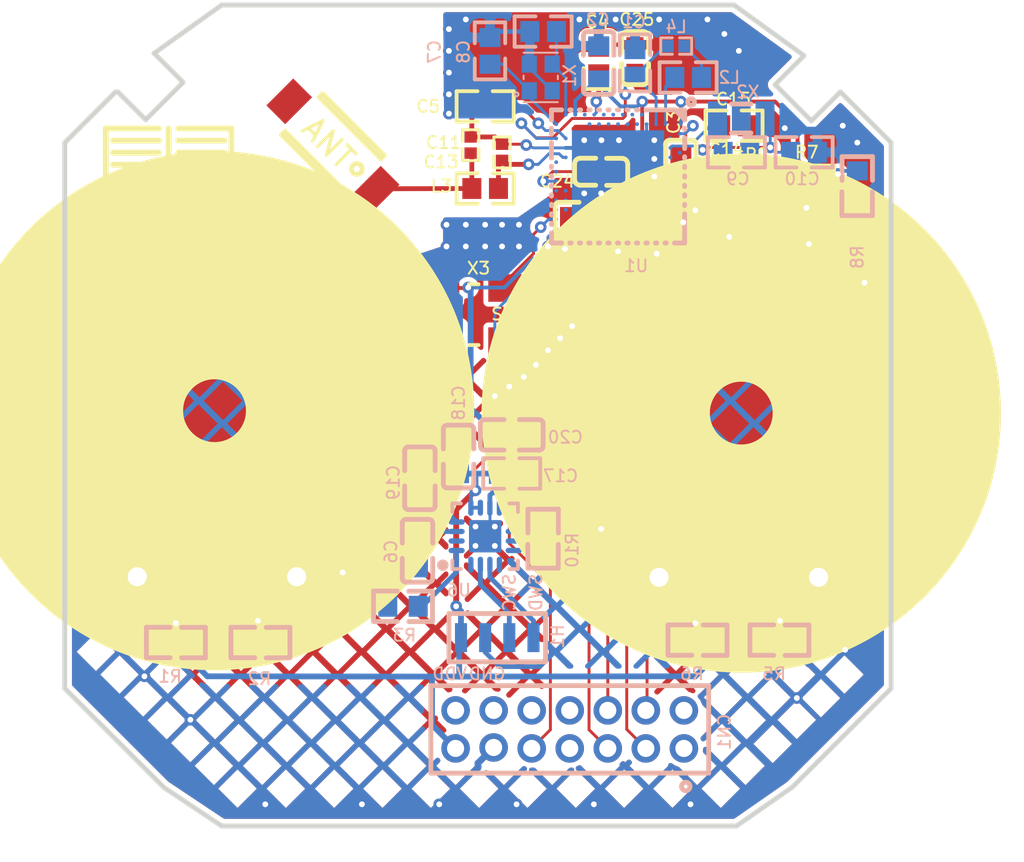
<source format=kicad_pcb>
(kicad_pcb (version 20171130) (host pcbnew 5.1.7-a382d34a8~87~ubuntu20.04.1)
  (layers (0 F.Cu signal) (31 B.Cu signal) (34 B.Paste user) (35 F.Paste user) (36 B.SilkS user) (37 F.SilkS user) (38 B.Mask user) (39 F.Mask user) (44 Edge.Cuts user))
  (net 0 "")
  (net 1 CH1_LED)
  (net 2 GND)
  (net 3 L2_2)
  (net 4 L3_2)
  (net 5 LED2_1)
  (net 6 R1_RST)
  (net 7 R1_SET)
  (net 8 R2_1)
  (net 9 R2_RST)
  (net 10 R2_SET)
  (net 11 R6_1)
  (net 12 SWCLK)
  (net 13 SWDIO)
  (net 14 VDD)
  (net 15 XC1)
  (net 16 XC2)
  (net 17 XL1)
  (net 18 XL2)
  (net 19 CH2_LED)
  (net 20 U1_N24)
  (net 21 U1_AD2)
  (net 22 U1_AC5)
  (net 23 R9_1)
  (net 24 SDA)
  (net 25 SCL)
  (net 26 VSENSE)
  (net 27 LED3_2)
  (net 28 R3_1)
  (net 29 R10_1)
  (net 30 ANT)
  (net 31 DEC4_6)
  (net 32 U1_C1)
  (net 33 U1_D23)
  (net 34 C4_2)
  (net 35 MTO2)
  (net 36 MTO1)
  (net 37 U6_1)
  (net 38 U6_4)
  (net 39 SWC)
  (net 40 SWD)
  (net 41 U6_11)
  (net 42 U6_3)
  (net 43 DCC)
  (module easyeda:LIVOLO_TOUCH_PAD (layer F.Cu) (at 79.248 54.407)
    (fp_text reference U2 hide)
    (fp_text value TS1 hide)
    (pad 1 smd circle (at -0.001 -0.127) (size 15 15) (layers F.Cu F.Paste F.Mask) (net 28 R3_1))
  )
  (module easyeda:R0603 (layer F.Cu) (at 89.154 64.516 180)
    (fp_text reference R3 (at -0.762 -1.524) (layer B.SilkS) (effects (font (size 0.635 0.635) (thickness 0.102)) (justify left mirror)))
    (fp_text value 560 hide)
    (pad 2 smd rect (at -0.8 0 180) (size 1 1.1) (layers B.Cu B.Paste B.Mask) (net 37 U6_1))
    (pad 1 smd rect (at 0.8 0 180) (size 1 1.1) (layers B.Cu B.Paste B.Mask) (net 28 R3_1))
  )
  (module easyeda:R0603 (layer F.Cu) (at 81.661 66.421 180)
    (fp_text reference R2 (at -0.635 -1.905) (layer B.SilkS) (effects (font (size 0.635 0.635) (thickness 0.102)) (justify left mirror)))
    (fp_text value 4.7K hide)
    (pad 2 smd rect (at -0.8 0 180) (size 1 1.1) (layers B.Cu B.Paste B.Mask) (net 2 GND))
    (pad 1 smd rect (at 0.8 0 180) (size 1 1.1) (layers B.Cu B.Paste B.Mask) (net 8 R2_1))
  )
  (module easyeda:R0603 (layer F.Cu) (at 77.216 66.421 180)
    (fp_text reference R1 (at -0.381 -1.778) (layer B.SilkS) (effects (font (size 0.635 0.635) (thickness 0.102)) (justify left mirror)))
    (fp_text value 4.7K hide)
    (pad 2 smd rect (at -0.8 0 180) (size 1 1.1) (layers B.Cu B.Paste B.Mask) (net 14 VDD))
    (pad 1 smd rect (at 0.8 0 180) (size 1 1.1) (layers B.Cu B.Paste B.Mask) (net 27 LED3_2))
  )
  (module easyeda:LED-SMD_0603-T (layer F.Cu) (at 77.216 64.516 270)
    (fp_text reference LED3 (at 2.032 1.143) (layer F.SilkS) (effects (font (size 0.635 0.635) (thickness 0.102)) (justify left)))
    (fp_text value RED hide)
    (pad 2 smd rect (at 0 0.8) (size 0.8 0.8) (layers F.Cu F.Paste F.Mask) (net 27 LED3_2))
    (pad 1 smd rect (at 0 -0.8) (size 0.8 0.8) (layers F.Cu F.Paste F.Mask) (net 19 CH2_LED))
  )
  (module easyeda:LED-SMD_0603-T (layer F.Cu) (at 81.534 64.516 270)
    (fp_text reference LED4 (at 2.002 1.016) (layer F.SilkS) (effects (font (size 0.635 0.635) (thickness 0.102)) (justify left)))
    (fp_text value BLUE hide)
    (pad 2 smd rect (at 0 0.8) (size 0.8 0.8) (layers F.Cu F.Paste F.Mask) (net 19 CH2_LED))
    (pad 1 smd rect (at 0 -0.8) (size 0.8 0.8) (layers F.Cu F.Paste F.Mask) (net 8 R2_1))
  )
  (module easyeda:0603 (layer F.Cu) (at 93.472 42.545 180)
    (fp_text reference L3 (at 2.921 0.127) (layer F.SilkS) (effects (font (size 0.635 0.635) (thickness 0.102)) (justify left)))
    (fp_text value 4.7nH hide)
    (pad 1 smd rect (at -0.7 0 180) (size 1 1.1) (layers F.Cu F.Paste F.Mask) (net 30 ANT))
    (pad 2 smd rect (at 0.7 0 180) (size 1 1.1) (layers F.Cu F.Paste F.Mask) (net 4 L3_2))
  )
  (module easyeda:0402 (layer F.Cu) (at 94.361 40.64 90)
    (fp_text reference C11 (at 0.508 -4.064) (layer F.SilkS) (effects (font (size 0.635 0.635) (thickness 0.102)) (justify left)))
    (fp_text value 0.8pF hide)
    (pad 2 smd rect (at 0.424 0 90) (size 0.6 0.65) (layers F.Cu F.Paste F.Mask) (net 2 GND))
    (pad 1 smd rect (at -0.424 0 90) (size 0.6 0.65) (layers F.Cu F.Paste F.Mask) (net 30 ANT))
  )
  (module easyeda:C0603 (layer F.Cu) (at 99.568 41.656 180)
    (fp_text reference C24 (at 3.302 -0.508) (layer F.SilkS) (effects (font (size 0.635 0.635) (thickness 0.102)) (justify left)))
    (fp_text value 820pF hide)
    (pad 1 smd rect (at -0.7 0 180) (size 0.8 0.9) (layers F.Cu F.Paste F.Mask) (net 2 GND))
    (pad 2 smd rect (at 0.7 0 180) (size 0.8 0.9) (layers F.Cu F.Paste F.Mask) (net 20 U1_N24))
  )
  (module easyeda:C0603 (layer F.Cu) (at 101.346 35.687 270)
    (fp_text reference C25 (at -2.032 0.889) (layer F.SilkS) (effects (font (size 0.635 0.635) (thickness 0.102)) (justify left)))
    (fp_text value 47nF hide)
    (pad 1 smd rect (at -0.7 0 270) (size 0.8 0.9) (layers F.Cu F.Paste F.Mask) (net 2 GND))
    (pad 2 smd rect (at 0.7 0 270) (size 0.8 0.9) (layers F.Cu F.Paste F.Mask) (net 31 DEC4_6))
  )
  (module easyeda:C0603 (layer F.Cu) (at 103.759 41.656 270)
    (fp_text reference C3 (at -1.905 0.381 270) (layer F.SilkS) (effects (font (size 0.635 0.635) (thickness 0.102)) (justify left)))
    (fp_text value 100nF hide)
    (pad 1 smd rect (at -0.9 0 270) (size 1 1.1) (layers F.Cu F.Paste F.Mask) (net 32 U1_C1))
    (pad 2 smd rect (at 0.9 0 270) (size 1 1.1) (layers F.Cu F.Paste F.Mask) (net 2 GND))
  )
  (module easyeda:C0603 (layer F.Cu) (at 98.806 44.069 180)
    (fp_text reference C23 (at 0.508 -1.524) (layer F.SilkS) (effects (font (size 0.635 0.635) (thickness 0.102)) (justify left)))
    (fp_text value 100nF hide)
    (pad 1 smd rect (at -0.9 0 180) (size 1 1.1) (layers F.Cu F.Paste F.Mask) (net 2 GND))
    (pad 2 smd rect (at 0.9 0 180) (size 1 1.1) (layers F.Cu F.Paste F.Mask) (net 14 VDD))
  )
  (module easyeda:0603 (layer F.Cu) (at 106.553 39.243 180)
    (fp_text reference C15 (at 1.016 1.397) (layer F.SilkS) (effects (font (size 0.635 0.635) (thickness 0.102)) (justify left)))
    (fp_text value 1uF hide)
    (pad 1 smd rect (at -0.7 0 180) (size 1 1.1) (layers F.Cu F.Paste F.Mask) (net 2 GND))
    (pad 2 smd rect (at 0.7 0 180) (size 1 1.1) (layers F.Cu F.Paste F.Mask) (net 14 VDD))
  )
  (module easyeda:C0603 (layer F.Cu) (at 98.298 47.117)
    (fp_text reference C12 (at 2.413 1.143 90) (layer F.SilkS) (effects (font (size 0.635 0.635) (thickness 0.102)) (justify left)))
    (fp_text value 100nF hide)
    (pad 1 smd rect (at -0.9 0) (size 1 1.1) (layers F.Cu F.Paste F.Mask) (net 2 GND))
    (pad 2 smd rect (at 0.9 0) (size 1 1.1) (layers F.Cu F.Paste F.Mask) (net 14 VDD))
  )
  (module easyeda:0603 (layer F.Cu) (at 99.441 35.814 270)
    (fp_text reference C4 (at -2.032 0.762) (layer F.SilkS) (effects (font (size 0.635 0.635) (thickness 0.102)) (justify left)))
    (fp_text value N.C. hide)
    (pad 1 smd rect (at -0.7 0 270) (size 1 1.1) (layers F.Cu F.Paste F.Mask) (net 2 GND))
    (pad 2 smd rect (at 0.7 0 270) (size 1 1.1) (layers F.Cu F.Paste F.Mask) (net 34 C4_2))
  )
  (module easyeda:AN6520 (layer F.Cu) (at 85.471 40.259 45)
    (fp_text reference U3)
    (fp_text value "Antenna 2.4GHz" hide)
    (pad 1 smd rect (at 0 3.25 45) (size 2 1.4) (layers F.Cu F.Paste F.Mask) (net 4 L3_2))
    (pad 2 smd rect (at 0 -3.25 45) (size 2 1.4) (layers F.Cu F.Paste F.Mask))
  )
  (module easyeda:0603 (layer F.Cu) (at 93.472 38.227 180)
    (fp_text reference C5 (at 3.683 0) (layer F.SilkS) (effects (font (size 0.635 0.635) (thickness 0.102)) (justify left)))
    (fp_text value 100pF hide)
    (pad 1 smd rect (at -0.7 0 180) (size 1 1.1) (layers F.Cu F.Paste F.Mask) (net 33 U1_D23))
    (pad 2 smd rect (at 0.7 0 180) (size 1 1.1) (layers F.Cu F.Paste F.Mask) (net 2 GND))
  )
  (module easyeda:SWD4_5032 (layer F.Cu) (at 92.837 49.276)
    (fp_text reference X3 (at -0.381 -2.54) (layer F.SilkS) (effects (font (size 0.635 0.635) (thickness 0.102)) (justify left)))
    (fp_text value ICSP hide)
    (pad 2 smd rect (at -1.854 -1.499) (size 2.261 1.448) (layers F.Cu F.Paste F.Mask) (net 14 VDD))
    (pad 1 smd rect (at 1.93 -1.499) (size 2.261 1.448) (layers F.Cu F.Paste F.Mask) (net 12 SWCLK))
    (pad 4 smd rect (at 1.93 1.295) (size 2.261 1.448) (layers F.Cu F.Paste F.Mask) (net 13 SWDIO))
    (pad 3 smd rect (at -1.854 1.295) (size 2.261 1.448) (layers F.Cu F.Paste F.Mask) (net 2 GND))
  )
  (module easyeda:LED-SMD_0603-T (layer F.Cu) (at 108.966 64.516 270)
    (fp_text reference LED2 (at 2.096 1.016) (layer F.SilkS) (effects (font (size 0.635 0.635) (thickness 0.102)) (justify left)))
    (fp_text value BLUE hide)
    (pad 2 smd rect (at 0 0.8) (size 0.8 0.8) (layers F.Cu F.Paste F.Mask) (net 1 CH1_LED))
    (pad 1 smd rect (at 0 -0.8) (size 0.8 0.8) (layers F.Cu F.Paste F.Mask) (net 5 LED2_1))
  )
  (module easyeda:LED-SMD_0603-T (layer F.Cu) (at 104.648 64.516 270)
    (fp_text reference LED1 (at 2.097 1.016) (layer F.SilkS) (effects (font (size 0.635 0.635) (thickness 0.102)) (justify left)))
    (fp_text value RED hide)
    (pad 2 smd rect (at 0 0.8) (size 0.8 0.8) (layers F.Cu F.Paste F.Mask) (net 11 R6_1))
    (pad 1 smd rect (at 0 -0.8) (size 0.8 0.8) (layers F.Cu F.Paste F.Mask) (net 1 CH1_LED))
  )
  (module easyeda:0402 (layer F.Cu) (at 92.71 40.259 90)
    (fp_text reference C13 (at -0.889 -2.54) (layer F.SilkS) (effects (font (size 0.635 0.635) (thickness 0.102)) (justify left)))
    (fp_text value 0.5pF hide)
    (pad 2 smd rect (at 0.424 0 90) (size 0.6 0.65) (layers F.Cu F.Paste F.Mask) (net 2 GND))
    (pad 1 smd rect (at -0.424 0 90) (size 0.6 0.65) (layers F.Cu F.Paste F.Mask) (net 4 L3_2))
  )
  (module easyeda:LIVOLO_TOUCH_PAD (layer F.Cu) (at 106.934 54.483)
    (fp_text reference U7)
    (fp_text value TS1 hide)
    (pad 1 smd circle (at -0.001 -0.127) (size 15 15) (layers F.Cu F.Paste F.Mask) (net 29 R10_1))
  )
  (module easyeda:C0603 (layer F.Cu) (at 112.776 44.577)
    (fp_text reference C16 (at -0.773 1.778) (layer F.SilkS) (effects (font (size 0.635 0.635) (thickness 0.102)) (justify left)))
    (fp_text value 100nF hide)
    (pad 1 smd rect (at -0.9 0) (size 1 1.1) (layers F.Cu F.Paste F.Mask) (net 14 VDD))
    (pad 2 smd rect (at 0.9 0) (size 1 1.1) (layers F.Cu F.Paste F.Mask) (net 2 GND))
  )
  (module easyeda:R0603 (layer F.Cu) (at 110.236 42.164 180)
    (fp_text reference R7 (at 0.547 1.524) (layer F.SilkS) (effects (font (size 0.635 0.635) (thickness 0.102)) (justify left)))
    (fp_text value 4.7K hide)
    (pad 2 smd rect (at 0.8 0 180) (size 1 1.1) (layers F.Cu F.Paste F.Mask) (net 25 SCL))
    (pad 1 smd rect (at -0.8 0 180) (size 1 1.1) (layers F.Cu F.Paste F.Mask) (net 14 VDD))
  )
  (module easyeda:R0603 (layer F.Cu) (at 113.03 42.418 90)
    (fp_text reference R8 (at -3.048 0 -90) (layer B.SilkS) (effects (font (size 0.635 0.635) (thickness 0.102)) (justify left mirror)))
    (fp_text value 4.7K hide)
    (pad 2 smd rect (at -0.8 0 90) (size 1 1.1) (layers B.Cu B.Paste B.Mask) (net 24 SDA))
    (pad 1 smd rect (at 0.8 0 90) (size 1 1.1) (layers B.Cu B.Paste B.Mask) (net 14 VDD))
  )
  (module easyeda:R0603 (layer F.Cu) (at 107.569 42.926 90)
    (fp_text reference R9 (at 2.159 -0.508) (layer F.SilkS) (effects (font (size 0.635 0.635) (thickness 0.102)) (justify left)))
    (fp_text value 4.7K hide)
    (pad 2 smd rect (at 0.8 0 90) (size 1 1.1) (layers F.Cu F.Paste F.Mask) (net 14 VDD))
    (pad 1 smd rect (at -0.8 0 90) (size 1 1.1) (layers F.Cu F.Paste F.Mask) (net 23 R9_1))
  )
  (module easyeda:SOT-563_L1.6-W1.2-P0.50-LS1.6-BL (layer F.Cu) (at 109.22 44.704 180)
    (fp_text reference U5 (at 2.159 -1.016) (layer F.SilkS) (effects (font (size 0.635 0.635) (thickness 0.102)) (justify left)))
    (fp_text value TMP112 hide)
    (pad 5 smd rect (at 0 -0.85 180) (size 0.3 0.5) (layers F.Cu F.Paste F.Mask) (net 14 VDD))
    (pad 2 smd rect (at 0 0.85 180) (size 0.3 0.5) (layers F.Cu F.Paste F.Mask) (net 2 GND))
    (pad 3 smd rect (at 0.508 0.85 180) (size 0.3 0.5) (layers F.Cu F.Paste F.Mask) (net 23 R9_1))
    (pad 1 smd rect (at -0.508 0.85 180) (size 0.3 0.5) (layers F.Cu F.Paste F.Mask) (net 25 SCL))
    (pad 4 smd rect (at 0.508 -0.85 180) (size 0.3 0.5) (layers F.Cu F.Paste F.Mask) (net 2 GND))
    (pad 6 smd rect (at -0.508 -0.85 180) (size 0.3 0.5) (layers F.Cu F.Paste F.Mask) (net 24 SDA))
  )
  (module easyeda:QFN-16_L3.0-W3.0-P0.50-BL-EP1.7 (layer F.Cu) (at 93.472 60.833 270)
    (fp_text reference U6 (at 2.834 0.681) (layer B.SilkS) (effects (font (size 0.635 0.635) (thickness 0.102)) (justify left mirror)))
    (fp_text value CY8C4014LQI-421T hide)
    (pad 1 smd oval (at 0.75 1.5 90) (size 0.28 0.85) (layers B.Cu B.Paste B.Mask) (net 37 U6_1))
    (pad 2 smd oval (at 0.25 1.5 90) (size 0.28 0.85) (layers B.Cu B.Paste B.Mask))
    (pad 3 smd oval (at -0.25 1.5 90) (size 0.28 0.85) (layers B.Cu B.Paste B.Mask) (net 42 U6_3))
    (pad 4 smd oval (at -0.75 1.5 90) (size 0.28 0.85) (layers B.Cu B.Paste B.Mask) (net 38 U6_4))
    (pad 5 smd oval (at -1.5 0.75 180) (size 0.28 0.85) (layers B.Cu B.Paste B.Mask) (net 14 VDD))
    (pad 6 smd oval (at -1.5 0.25 180) (size 0.28 0.85) (layers B.Cu B.Paste B.Mask) (net 14 VDD))
    (pad 7 smd oval (at -1.5 -0.25 180) (size 0.28 0.85) (layers B.Cu B.Paste B.Mask) (net 2 GND))
    (pad 8 smd oval (at -1.5 -0.75 180) (size 0.28 0.85) (layers B.Cu B.Paste B.Mask) (net 36 MTO1))
    (pad 9 smd oval (at -0.75 -1.5 90) (size 0.28 0.85) (layers B.Cu B.Paste B.Mask) (net 35 MTO2))
    (pad 10 smd oval (at -0.25 -1.5 90) (size 0.28 0.85) (layers B.Cu B.Paste B.Mask))
    (pad 11 smd oval (at 0.25 -1.5 90) (size 0.28 0.85) (layers B.Cu B.Paste B.Mask) (net 41 U6_11))
    (pad 12 smd oval (at 0.75 -1.5 90) (size 0.28 0.85) (layers B.Cu B.Paste B.Mask))
    (pad 13 smd oval (at 1.5 -0.75 180) (size 0.28 0.85) (layers B.Cu B.Paste B.Mask))
    (pad 14 smd oval (at 1.5 -0.25 180) (size 0.28 0.85) (layers B.Cu B.Paste B.Mask) (net 40 SWD))
    (pad 15 smd oval (at 1.5 0.25 180) (size 0.28 0.85) (layers B.Cu B.Paste B.Mask) (net 39 SWC))
    (pad 16 smd oval (at 1.5 0.75 180) (size 0.28 0.85) (layers B.Cu B.Paste B.Mask))
    (pad 17 smd rect (at 0 0 180) (size 1.7 1.7) (layers B.Cu B.Paste B.Mask))
  )
  (module easyeda:R0603 (layer F.Cu) (at 96.52 60.96 90)
    (fp_text reference R10 (at 0.381 1.524 90) (layer B.SilkS) (effects (font (size 0.635 0.635) (thickness 0.102)) (justify left mirror)))
    (fp_text value 560 hide)
    (pad 2 smd rect (at -0.8 0 90) (size 1 1.1) (layers B.Cu B.Paste B.Mask) (net 41 U6_11))
    (pad 1 smd rect (at 0.8 0 90) (size 1 1.1) (layers B.Cu B.Paste B.Mask) (net 29 R10_1))
  )
  (module easyeda:C0603 (layer F.Cu) (at 94.869 55.499)
    (fp_text reference C20 (at 3.81 0.127) (layer B.SilkS) (effects (font (size 0.635 0.635) (thickness 0.102)) (justify left mirror)))
    (fp_text value 100nF hide)
    (pad 1 smd rect (at 0.9 0) (size 1 1.1) (layers B.Cu B.Paste B.Mask) (net 2 GND))
    (pad 2 smd rect (at -0.9 0) (size 1 1.1) (layers B.Cu B.Paste B.Mask) (net 14 VDD))
  )
  (module easyeda:C0603 (layer F.Cu) (at 90.043 57.785 90)
    (fp_text reference C19 (at 0.762 -1.397 90) (layer B.SilkS) (effects (font (size 0.635 0.635) (thickness 0.102)) (justify left mirror)))
    (fp_text value 100nF hide)
    (pad 1 smd rect (at 0.9 0 90) (size 1 1.1) (layers B.Cu B.Paste B.Mask) (net 2 GND))
    (pad 2 smd rect (at -0.9 0 90) (size 1 1.1) (layers B.Cu B.Paste B.Mask) (net 38 U6_4))
  )
  (module easyeda:C0603 (layer F.Cu) (at 92.075 56.642 90)
    (fp_text reference C18 (at 3.81 0 90) (layer B.SilkS) (effects (font (size 0.635 0.635) (thickness 0.102)) (justify left mirror)))
    (fp_text value 100nF hide)
    (pad 1 smd rect (at 0.9 0 90) (size 1 1.1) (layers B.Cu B.Paste B.Mask) (net 2 GND))
    (pad 2 smd rect (at -0.9 0 90) (size 1 1.1) (layers B.Cu B.Paste B.Mask) (net 14 VDD))
  )
  (module easyeda:0603 (layer F.Cu) (at 94.869 57.531)
    (fp_text reference C17 (at 3.556 0.127) (layer B.SilkS) (effects (font (size 0.635 0.635) (thickness 0.102)) (justify left mirror)))
    (fp_text value 1uF hide)
    (pad 1 smd rect (at 0.7 0) (size 1 1.1) (layers B.Cu B.Paste B.Mask) (net 2 GND))
    (pad 2 smd rect (at -0.7 0) (size 1 1.1) (layers B.Cu B.Paste B.Mask) (net 14 VDD))
  )
  (module easyeda:CONNECTER_SMD_1.27_1X4_D180 (layer F.Cu) (at 94.107 66.167 270)
    (fp_text reference H1 (at -0.762 -3.175 270) (layer B.SilkS) (effects (font (size 0.635 0.635) (thickness 0.102)) (justify left mirror)))
    (fp_text value PROG hide)
    (pad 1 smd rect (at 0 -1.905 270) (size 1.524 0.635) (layers B.Cu B.Paste B.Mask) (net 40 SWD))
    (pad 2 smd rect (at 0 -0.635 270) (size 1.524 0.635) (layers B.Cu B.Paste B.Mask) (net 39 SWC))
    (pad 3 smd rect (at 0 0.635 270) (size 1.524 0.635) (layers B.Cu B.Paste B.Mask) (net 2 GND))
    (pad 4 smd rect (at 0 1.905 270) (size 1.524 0.635) (layers B.Cu B.Paste B.Mask) (net 14 VDD))
  )
  (module easyeda:C0603 (layer F.Cu) (at 89.916 61.595 90)
    (fp_text reference C6 (at 0.635 -1.397 90) (layer B.SilkS) (effects (font (size 0.635 0.635) (thickness 0.102)) (justify left mirror)))
    (fp_text value 2.2nF hide)
    (pad 1 smd rect (at 0.9 0 90) (size 1 1.1) (layers B.Cu B.Paste B.Mask) (net 42 U6_3))
    (pad 2 smd rect (at -0.9 0 90) (size 1 1.1) (layers B.Cu B.Paste B.Mask) (net 2 GND))
  )
  (module easyeda:0603 (layer F.Cu) (at 101.854 44.196 270)
    (fp_text reference C22 (at 2.335 0.762) (layer F.SilkS) (effects (font (size 0.635 0.635) (thickness 0.102)) (justify left)))
    (fp_text value 4.7uF hide)
    (pad 1 smd rect (at -0.7 0 270) (size 1 1.1) (layers F.Cu F.Paste F.Mask) (net 2 GND))
    (pad 2 smd rect (at 0.7 0 270) (size 1 1.1) (layers F.Cu F.Paste F.Mask) (net 21 U1_AD2))
  )
  (module easyeda:0603 (layer F.Cu) (at 104.521 45.085 180)
    (fp_text reference C21 (at 1.016 -1.397) (layer F.SilkS) (effects (font (size 0.635 0.635) (thickness 0.102)) (justify left)))
    (fp_text value 4.7uF hide)
    (pad 1 smd rect (at -0.7 0 180) (size 1 1.1) (layers F.Cu F.Paste F.Mask) (net 2 GND))
    (pad 2 smd rect (at 0.7 0 180) (size 1 1.1) (layers F.Cu F.Paste F.Mask) (net 22 U1_AC5))
  )
  (module easyeda:AQFN-73_L7.0-W7.0-P0.50-BL-EP4.8 (layer F.Cu) (at 100.457 41.91 90)
    (fp_text reference U1 (at -4.699 1.651) (layer B.SilkS) (effects (font (size 0.635 0.635) (thickness 0.102)) (justify left mirror)))
    (fp_text value NRF52840-QIAA-R hide)
    (pad A8 smd circle (at 3.25 1.25) (size 0.2 0.2) (layers B.Cu B.Paste B.Mask))
    (pad A10 smd circle (at 3.25 0.75) (size 0.2 0.2) (layers B.Cu B.Paste B.Mask))
    (pad A12 smd circle (at 3.25 0.25) (size 0.2 0.2) (layers B.Cu B.Paste B.Mask))
    (pad A14 smd circle (at 3.25 -0.25) (size 0.2 0.2) (layers B.Cu B.Paste B.Mask))
    (pad A16 smd circle (at 3.25 -0.75) (size 0.2 0.2) (layers B.Cu B.Paste B.Mask))
    (pad A18 smd circle (at 3.25 -1.25) (size 0.2 0.2) (layers B.Cu B.Paste B.Mask) (net 34 C4_2))
    (pad A20 smd circle (at 3.25 -1.75) (size 0.2 0.2) (layers B.Cu B.Paste B.Mask))
    (pad A22 smd circle (at 3.25 -2.25) (size 0.2 0.2) (layers B.Cu B.Paste B.Mask) (net 14 VDD))
    (pad A23 smd circle (at 3.25 -2.75) (size 0.2 0.2) (layers B.Cu B.Paste B.Mask) (net 16 XC2))
    (pad B1 smd circle (at 2.75 3.25) (size 0.2 0.2) (layers B.Cu B.Paste B.Mask) (net 14 VDD))
    (pad B3 smd circle (at 2.75 2.5) (size 0.2 0.2) (layers B.Cu B.Paste B.Mask) (net 43 DCC))
    (pad B5 smd circle (at 2.75 2) (size 0.2 0.2) (layers B.Cu B.Paste B.Mask) (net 31 DEC4_6))
    (pad B7 smd circle (at 2.75 1.5) (size 0.2 0.2) (layers B.Cu B.Paste B.Mask) (net 2 GND))
    (pad B9 smd circle (at 2.75 1) (size 0.2 0.2) (layers B.Cu B.Paste B.Mask))
    (pad B11 smd circle (at 2.75 0.5) (size 0.2 0.2) (layers B.Cu B.Paste B.Mask))
    (pad B13 smd circle (at 2.75 0) (size 0.2 0.2) (layers B.Cu B.Paste B.Mask))
    (pad B15 smd circle (at 2.75 -0.5) (size 0.2 0.2) (layers B.Cu B.Paste B.Mask))
    (pad B17 smd circle (at 2.75 -1) (size 0.2 0.2) (layers B.Cu B.Paste B.Mask))
    (pad B19 smd circle (at 2.75 -1.5) (size 0.2 0.2) (layers B.Cu B.Paste B.Mask))
    (pad B24 smd circle (at 2.75 -3.25) (size 0.2 0.2) (layers B.Cu B.Paste B.Mask) (net 15 XC1))
    (pad C1 smd circle (at 2.25 3.25) (size 0.2 0.2) (layers B.Cu B.Paste B.Mask) (net 32 U1_C1))
    (pad D2 smd circle (at 2 2.75) (size 0.2 0.2) (layers B.Cu B.Paste B.Mask) (net 17 XL1))
    (pad D23 smd circle (at 2 -2.75) (size 0.2 0.2) (layers B.Cu B.Paste B.Mask) (net 33 U1_D23))
    (pad E24 smd circle (at 2 -3.25) (size 0.2 0.2) (layers B.Cu B.Paste B.Mask) (net 31 DEC4_6))
    (pad F2 smd circle (at 1.5 2.75) (size 0.2 0.2) (layers B.Cu B.Paste B.Mask) (net 18 XL2))
    (pad F23 smd circle (at 1.5 -2.75) (size 0.2 0.2) (layers B.Cu B.Paste B.Mask) (net 2 GND))
    (pad G1 smd circle (at 1.25 3.25) (size 0.2 0.2) (layers B.Cu B.Paste B.Mask))
    (pad H2 smd circle (at 1 2.75) (size 0.2 0.2) (layers B.Cu B.Paste B.Mask))
    (pad H23 smd circle (at 1 -2.75) (size 0.2 0.2) (layers B.Cu B.Paste B.Mask) (net 30 ANT))
    (pad J1 smd circle (at 0.75 3.25) (size 0.2 0.2) (layers B.Cu B.Paste B.Mask) (net 25 SCL))
    (pad J24 smd circle (at 0.75 -3.25) (size 0.2 0.2) (layers B.Cu B.Paste B.Mask))
    (pad K2 smd circle (at 0.5 2.75) (size 0.2 0.2) (layers B.Cu B.Paste B.Mask))
    (pad L1 smd circle (at 0.25 3.25) (size 0.2 0.2) (layers B.Cu B.Paste B.Mask) (net 24 SDA))
    (pad L24 smd circle (at 0.25 -3.25) (size 0.2 0.2) (layers B.Cu B.Paste B.Mask))
    (pad M2 smd circle (at 0 2.75) (size 0.2 0.2) (layers B.Cu B.Paste B.Mask))
    (pad N1 smd circle (at -0.25 3.25) (size 0.2 0.2) (layers B.Cu B.Paste B.Mask) (net 35 MTO2))
    (pad N24 smd circle (at -0.25 -3.25) (size 0.2 0.2) (layers B.Cu B.Paste B.Mask) (net 20 U1_N24))
    (pad P2 smd circle (at -0.5 2.75) (size 0.2 0.2) (layers B.Cu B.Paste B.Mask))
    (pad P23 smd circle (at -0.25 -2.75) (size 0.2 0.2) (layers B.Cu B.Paste B.Mask))
    (pad R1 smd circle (at -0.75 3.25) (size 0.2 0.2) (layers B.Cu B.Paste B.Mask) (net 36 MTO1))
    (pad R24 smd circle (at -0.75 -3.25) (size 0.2 0.2) (layers B.Cu B.Paste B.Mask))
    (pad T2 smd circle (at -1 2.75) (size 0.2 0.2) (layers B.Cu B.Paste B.Mask))
    (pad T23 smd circle (at -0.75 -2.75) (size 0.2 0.2) (layers B.Cu B.Paste B.Mask))
    (pad U1 smd circle (at -1.25 3.25) (size 0.2 0.2) (layers B.Cu B.Paste B.Mask))
    (pad U24 smd circle (at -1.25 -3.25) (size 0.2 0.2) (layers B.Cu B.Paste B.Mask))
    (pad V23 smd circle (at -1.25 -2.75) (size 0.2 0.2) (layers B.Cu B.Paste B.Mask))
    (pad W1 smd circle (at -1.75 3.25) (size 0.2 0.2) (layers B.Cu B.Paste B.Mask) (net 14 VDD))
    (pad W24 smd circle (at -1.75 -3.25) (size 0.2 0.2) (layers B.Cu B.Paste B.Mask))
    (pad Y2 smd circle (at -2 2.75) (size 0.2 0.2) (layers B.Cu B.Paste B.Mask) (net 14 VDD))
    (pad Y23 smd circle (at -1.75 -2.75) (size 0.2 0.2) (layers B.Cu B.Paste B.Mask))
    (pad AA24 smd circle (at -2.25 -3.25) (size 0.2 0.2) (layers B.Cu B.Paste B.Mask) (net 12 SWCLK))
    (pad AB2 smd circle (at -2.5 2.75) (size 0.2 0.2) (layers B.Cu B.Paste B.Mask))
    (pad AC5 smd circle (at -2.75 2) (size 0.2 0.2) (layers B.Cu B.Paste B.Mask) (net 22 U1_AC5))
    (pad AC9 smd circle (at -2.75 1) (size 0.2 0.2) (layers B.Cu B.Paste B.Mask))
    (pad AC11 smd circle (at -2.75 0.5) (size 0.2 0.2) (layers B.Cu B.Paste B.Mask))
    (pad AC13 smd circle (at -2.75 0) (size 0.2 0.2) (layers B.Cu B.Paste B.Mask))
    (pad AC15 smd circle (at -2.75 -0.5) (size 0.2 0.2) (layers B.Cu B.Paste B.Mask))
    (pad AC17 smd circle (at -2.75 -1) (size 0.2 0.2) (layers B.Cu B.Paste B.Mask))
    (pad AC19 smd circle (at -2.75 -1.5) (size 0.2 0.2) (layers B.Cu B.Paste B.Mask))
    (pad AC21 smd circle (at -2.75 -2) (size 0.2 0.2) (layers B.Cu B.Paste B.Mask))
    (pad AD2 smd circle (at -3.25 2.75) (size 0.2 0.2) (layers B.Cu B.Paste B.Mask) (net 21 U1_AD2))
    (pad AD4 smd circle (at -3.25 2.25) (size 0.2 0.2) (layers B.Cu B.Paste B.Mask))
    (pad AD6 smd circle (at -3.25 1.75) (size 0.2 0.2) (layers B.Cu B.Paste B.Mask))
    (pad AD8 smd circle (at -3.25 1.25) (size 0.2 0.2) (layers B.Cu B.Paste B.Mask) (net 1 CH1_LED))
    (pad AD10 smd circle (at -3.25 0.75) (size 0.2 0.2) (layers B.Cu B.Paste B.Mask) (net 7 R1_SET))
    (pad AD12 smd circle (at -3.25 0.25) (size 0.2 0.2) (layers B.Cu B.Paste B.Mask) (net 9 R2_RST))
    (pad AD14 smd circle (at -3.25 -0.25) (size 0.2 0.2) (layers B.Cu B.Paste B.Mask) (net 14 VDD))
    (pad AD16 smd circle (at -3.25 -0.75) (size 0.2 0.2) (layers B.Cu B.Paste B.Mask) (net 6 R1_RST))
    (pad AD18 smd circle (at -3.25 -1.25) (size 0.2 0.2) (layers B.Cu B.Paste B.Mask) (net 10 R2_SET))
    (pad AD20 smd circle (at -3.25 -1.75) (size 0.2 0.2) (layers B.Cu B.Paste B.Mask) (net 26 VSENSE))
    (pad AD22 smd circle (at -3.25 -2.25) (size 0.2 0.2) (layers B.Cu B.Paste B.Mask) (net 19 CH2_LED))
    (pad AD23 smd circle (at -3.25 -2.75) (size 0.2 0.2) (layers B.Cu B.Paste B.Mask) (net 14 VDD))
    (pad 0 smd rect (at 0 0) (size 4.85 4.85) (layers B.Cu B.Paste B.Mask) (net 2 GND))
    (pad AC24 smd circle (at -2.75 -3.25) (size 0.2 0.2) (layers B.Cu B.Paste B.Mask) (net 13 SWDIO))
  )
  (module easyeda:0603 (layer F.Cu) (at 96.52 34.29)
    (fp_text reference C8 (at -4.191 0.381 90) (layer B.SilkS) (effects (font (size 0.635 0.635) (thickness 0.102)) (justify left mirror)))
    (fp_text value 22pF hide)
    (pad 1 smd rect (at 0.7 0) (size 1 1.1) (layers B.Cu B.Paste B.Mask) (net 16 XC2))
    (pad 2 smd rect (at -0.7 0) (size 1 1.1) (layers B.Cu B.Paste B.Mask) (net 2 GND))
  )
  (module easyeda:0603 (layer F.Cu) (at 93.726 35.306 270)
    (fp_text reference C7 (at -0.635 2.921 90) (layer B.SilkS) (effects (font (size 0.635 0.635) (thickness 0.102)) (justify left mirror)))
    (fp_text value 22pF hide)
    (pad 1 smd rect (at 0.7 0 270) (size 1 1.1) (layers B.Cu B.Paste B.Mask) (net 15 XC1))
    (pad 2 smd rect (at -0.7 0 270) (size 1 1.1) (layers B.Cu B.Paste B.Mask) (net 2 GND))
  )
  (module easyeda:0603 (layer F.Cu) (at 110.236 40.64)
    (fp_text reference C10 (at 0.889 1.397) (layer B.SilkS) (effects (font (size 0.635 0.635) (thickness 0.102)) (justify left mirror)))
    (fp_text value 22pF hide)
    (pad 1 smd rect (at 0.7 0) (size 1 1.1) (layers B.Cu B.Paste B.Mask) (net 2 GND))
    (pad 2 smd rect (at -0.7 0) (size 1 1.1) (layers B.Cu B.Paste B.Mask) (net 18 XL2))
  )
  (module easyeda:0603 (layer F.Cu) (at 106.68 40.64)
    (fp_text reference C9 (at 0.762 1.397) (layer B.SilkS) (effects (font (size 0.635 0.635) (thickness 0.102)) (justify left mirror)))
    (fp_text value 22pF hide)
    (pad 1 smd rect (at 0.7 0) (size 1 1.1) (layers B.Cu B.Paste B.Mask) (net 2 GND))
    (pad 2 smd rect (at -0.7 0) (size 1 1.1) (layers B.Cu B.Paste B.Mask) (net 17 XL1))
  )
  (module easyeda:0603 (layer F.Cu) (at 105.664 42.545 90)
    (fp_text reference C14 (at 2.032 -0.508) (layer F.SilkS) (effects (font (size 0.635 0.635) (thickness 0.102)) (justify left)))
    (fp_text value 4.7uF hide)
    (pad 1 smd rect (at -0.7 0 90) (size 1 1.1) (layers F.Cu F.Paste F.Mask) (net 14 VDD))
    (pad 2 smd rect (at 0.7 0 90) (size 1 1.1) (layers F.Cu F.Paste F.Mask) (net 2 GND))
  )
  (module easyeda:0603 (layer F.Cu) (at 101.346 35.941 270)
    (fp_text reference C1 (at -2.159 -0.635) (layer B.SilkS) (effects (font (size 0.635 0.635) (thickness 0.102)) (justify left mirror)))
    (fp_text value 1uF hide)
    (pad 1 smd rect (at 0.7 0 270) (size 1 1.1) (layers B.Cu B.Paste B.Mask) (net 31 DEC4_6))
    (pad 2 smd rect (at -0.7 0 270) (size 1 1.1) (layers B.Cu B.Paste B.Mask) (net 2 GND))
  )
  (module easyeda:0603 (layer F.Cu) (at 104.14 36.703 180)
    (fp_text reference L2 (at -2.794 0) (layer B.SilkS) (effects (font (size 0.635 0.635) (thickness 0.102)) (justify left mirror)))
    (fp_text value 10uH hide)
    (pad 1 smd rect (at 0.7 0 180) (size 1 1.1) (layers B.Cu B.Paste B.Mask) (net 43 DCC))
    (pad 2 smd rect (at -0.7 0 180) (size 1 1.1) (layers B.Cu B.Paste B.Mask) (net 3 L2_2))
  )
  (module easyeda:0402 (layer F.Cu) (at 103.505 35.052)
    (fp_text reference L4 (at 0.635 -1.016) (layer B.SilkS) (effects (font (size 0.635 0.635) (thickness 0.102)) (justify left mirror)))
    (fp_text value 15nH hide)
    (pad 2 smd rect (at -0.424 0) (size 0.6 0.65) (layers B.Cu B.Paste B.Mask) (net 31 DEC4_6))
    (pad 1 smd rect (at 0.424 0) (size 0.6 0.65) (layers B.Cu B.Paste B.Mask) (net 3 L2_2))
  )
  (module easyeda:C0603 (layer F.Cu) (at 99.441 35.941 90)
    (fp_text reference C2 (at 2.286 0.635) (layer B.SilkS) (effects (font (size 0.635 0.635) (thickness 0.102)) (justify left mirror)))
    (fp_text value 100nF hide)
    (pad 1 smd rect (at 0.9 0 90) (size 1 1.1) (layers B.Cu B.Paste B.Mask) (net 2 GND))
    (pad 2 smd rect (at -0.9 0 90) (size 1 1.1) (layers B.Cu B.Paste B.Mask) (net 14 VDD))
  )
  (module easyeda:HDR-TH_14P-P2.00-V-R2-C7-S2.00_A2005HWV-2X7P (layer F.Cu) (at 97.918 70.992)
    (fp_text reference CN1 (at 8.127 -0.888 90) (layer B.SilkS) (effects (font (size 0.635 0.635) (thickness 0.102)) (justify left mirror)))
    (fp_text value 2X7P hide)
    (pad 9 thru_hole circle (at -2 1) (size 1.5 1.5) (drill 0.9) (layers *.Cu *.Paste *.Mask) (net 26 VSENSE))
    (pad 10 thru_hole circle (at -2 -1) (size 1.5 1.5) (drill 0.9) (layers *.Cu *.Paste *.Mask))
    (pad 7 thru_hole circle (at 0 1) (size 1.5 1.5) (drill 0.9) (layers *.Cu *.Paste *.Mask))
    (pad 8 thru_hole circle (at 0 -1) (size 1.5 1.5) (drill 0.9) (layers *.Cu *.Paste *.Mask))
    (pad 5 thru_hole circle (at 2 1) (size 1.5 1.5) (drill 0.9) (layers *.Cu *.Paste *.Mask) (net 10 R2_SET))
    (pad 6 thru_hole circle (at 2 -1) (size 1.5 1.5) (drill 0.9) (layers *.Cu *.Paste *.Mask) (net 6 R1_RST))
    (pad 3 thru_hole circle (at 4 1) (size 1.5 1.5) (drill 0.9) (layers *.Cu *.Paste *.Mask) (net 9 R2_RST))
    (pad 4 thru_hole circle (at 4 -1) (size 1.5 1.5) (drill 0.9) (layers *.Cu *.Paste *.Mask) (net 7 R1_SET))
    (pad 1 thru_hole circle (at 6 1) (size 1.5 1.5) (drill 0.9) (layers *.Cu *.Paste *.Mask))
    (pad 2 thru_hole circle (at 6 -1) (size 1.5 1.5) (drill 0.9) (layers *.Cu *.Paste *.Mask))
    (pad 11 thru_hole circle (at -4 0.95) (size 1.5 1.5) (drill 0.9) (layers *.Cu *.Paste *.Mask) (net 2 GND))
    (pad 12 thru_hole circle (at -4 -1) (size 1.5 1.5) (drill 0.9) (layers *.Cu *.Paste *.Mask))
    (pad 13 thru_hole circle (at -6 1) (size 1.5 1.5) (drill 0.9) (layers *.Cu *.Paste *.Mask) (net 14 VDD))
    (pad 14 thru_hole circle (at -6 -1) (size 1.5 1.5) (drill 0.9) (layers *.Cu *.Paste *.Mask))
  )
  (module easyeda:R0603 (layer F.Cu) (at 108.939 66.294 180)
    (fp_text reference R5 (at -0.408 -1.778) (layer B.SilkS) (effects (font (size 0.635 0.635) (thickness 0.102)) (justify left mirror)))
    (fp_text value 4.7K hide)
    (pad 2 smd rect (at -0.8 0 180) (size 1 1.1) (layers B.Cu B.Paste B.Mask) (net 2 GND))
    (pad 1 smd rect (at 0.8 0 180) (size 1 1.1) (layers B.Cu B.Paste B.Mask) (net 5 LED2_1))
  )
  (module easyeda:R0603 (layer F.Cu) (at 104.633 66.294 180)
    (fp_text reference R6 (at -0.396 -1.778) (layer B.SilkS) (effects (font (size 0.635 0.635) (thickness 0.102)) (justify left mirror)))
    (fp_text value 4.7K hide)
    (pad 2 smd rect (at -0.8 0 180) (size 1 1.1) (layers B.Cu B.Paste B.Mask) (net 14 VDD))
    (pad 1 smd rect (at 0.8 0 180) (size 1 1.1) (layers B.Cu B.Paste B.Mask) (net 11 R6_1))
  )
  (module easyeda:OSC-SMD_4P-L2.0-W1.6-BL (layer F.Cu) (at 96.393 36.703 270)
    (fp_text reference X1 (at -0.762 -1.524 90) (layer B.SilkS) (effects (font (size 0.635 0.635) (thickness 0.102)) (justify left mirror)))
    (fp_text value 32MHz hide)
    (pad 4 smd rect (at 0.7 -0.6 270) (size 0.9 0.8) (layers B.Cu B.Paste B.Mask) (net 2 GND))
    (pad 3 smd rect (at -0.7 -0.6 270) (size 0.9 0.8) (layers B.Cu B.Paste B.Mask) (net 16 XC2))
    (pad 2 smd rect (at -0.7 0.6 270) (size 0.9 0.8) (layers B.Cu B.Paste B.Mask) (net 2 GND))
    (pad 1 smd rect (at 0.7 0.6 270) (size 0.9 0.8) (layers B.Cu B.Paste B.Mask) (net 15 XC1))
  )
  (module easyeda:FC-135R_L3.2-W1.5 (layer F.Cu) (at 106.934 38.862 180)
    (fp_text reference X2 (at -1.016 1.397) (layer B.SilkS) (effects (font (size 0.635 0.635) (thickness 0.102)) (justify left mirror)))
    (fp_text value 32.768KHz hide)
    (pad 1 smd rect (at 1.25 0 90) (size 1.8 1) (layers B.Cu B.Paste B.Mask) (net 17 XL1))
    (pad 2 smd rect (at -1.25 0 90) (size 1.8 1) (layers B.Cu B.Paste B.Mask) (net 18 XL2))
  )
  (module easyeda:ggeac4e8891367b2b2c (layer F.Cu) (at 76.835 40.259)
    (fp_text reference ALG hide)
    (fp_text value my_logo hide)
  )
  (module AutoGenerated:MountingHole_1.00mm (layer F.Cu) (at 83.566 62.963)
    (fp_text reference "" (at 0 0) (layer F.SilkS) (effects (font (size 1.27 1.27))))
    (fp_text value "" (at 0 0) (layer F.SilkS) (effects (font (size 1.27 1.27))))
    (pad "" np_thru_hole circle (at 0 0) (size 1 1) (drill 1) (layers *.Cu *.Mask))
  )
  (module AutoGenerated:MountingHole_1.00mm (layer F.Cu) (at 75.184 62.963)
    (fp_text reference "" (at 0 0) (layer F.SilkS) (effects (font (size 1.27 1.27))))
    (fp_text value "" (at 0 0) (layer F.SilkS) (effects (font (size 1.27 1.27))))
    (pad "" np_thru_hole circle (at 0 0) (size 1 1) (drill 1) (layers *.Cu *.Mask))
  )
  (module AutoGenerated:MountingHole_1.00mm (layer F.Cu) (at 102.616 62.992)
    (fp_text reference "" (at 0 0) (layer F.SilkS) (effects (font (size 1.27 1.27))))
    (fp_text value "" (at 0 0) (layer F.SilkS) (effects (font (size 1.27 1.27))))
    (pad "" np_thru_hole circle (at 0 0) (size 1 1) (drill 1) (layers *.Cu *.Mask))
  )
  (module AutoGenerated:MountingHole_1.00mm (layer F.Cu) (at 110.998 62.992)
    (fp_text reference "" (at 0 0) (layer F.SilkS) (effects (font (size 1.27 1.27))))
    (fp_text value "" (at 0 0) (layer F.SilkS) (effects (font (size 1.27 1.27))))
    (pad "" np_thru_hole circle (at 0 0) (size 1 1) (drill 1) (layers *.Cu *.Mask))
  )
  (gr_circle (center 79.248 54.229) (end 80.899 54.229) (layer F.SilkS) (width 12))
  (gr_circle (center 106.934 54.356) (end 108.585 54.356) (layer F.SilkS) (width 12))
  (gr_line (start 76.073 35.433) (end 79.629 32.893) (layer Edge.Cuts) (width 0.254))
  (gr_line (start 79.629 32.893) (end 106.553 32.893) (layer Edge.Cuts) (width 0.254))
  (gr_line (start 106.553 32.893) (end 110.236 35.56) (layer Edge.Cuts) (width 0.254))
  (gr_line (start 110.236 35.56) (end 108.712 37.084) (layer Edge.Cuts) (width 0.254))
  (gr_line (start 108.712 37.084) (end 110.617 38.989) (layer Edge.Cuts) (width 0.254))
  (gr_line (start 110.617 38.989) (end 112.141 37.465) (layer Edge.Cuts) (width 0.254))
  (gr_line (start 112.141 37.465) (end 114.808 40.132) (layer Edge.Cuts) (width 0.254))
  (gr_line (start 114.808 40.132) (end 114.808 68.834) (layer Edge.Cuts) (width 0.254))
  (gr_line (start 114.808 68.834) (end 113.665 69.977) (layer Edge.Cuts) (width 0.254))
  (gr_line (start 113.665 69.977) (end 109.601 74.041) (layer Edge.Cuts) (width 0.254))
  (gr_line (start 109.601 74.041) (end 106.68 76.073) (layer Edge.Cuts) (width 0.254))
  (gr_line (start 106.68 76.073) (end 79.629 76.073) (layer Edge.Cuts) (width 0.254))
  (gr_line (start 79.629 76.073) (end 76.581 74.041) (layer Edge.Cuts) (width 0.254))
  (gr_line (start 76.581 74.041) (end 73.533 70.993) (layer Edge.Cuts) (width 0.254))
  (gr_line (start 73.533 70.993) (end 71.374 68.834) (layer Edge.Cuts) (width 0.254))
  (gr_line (start 71.374 68.834) (end 71.374 40.132) (layer Edge.Cuts) (width 0.254))
  (gr_line (start 71.374 40.132) (end 74.041 37.465) (layer Edge.Cuts) (width 0.254))
  (gr_line (start 74.041 37.465) (end 74.168 37.465) (layer Edge.Cuts) (width 0.254))
  (gr_line (start 74.168 37.465) (end 75.629 38.926) (layer Edge.Cuts) (width 0.254))
  (gr_line (start 75.629 38.926) (end 77.597 36.957) (layer Edge.Cuts) (width 0.254))
  (gr_line (start 77.597 36.957) (end 76.073 35.433) (layer Edge.Cuts) (width 0.254))
  (gr_text SWD (at 93.599 51.943) (layer F.SilkS) (effects (font (size 0.635 0.635) (thickness 0.102)) (justify left)))
  (gr_text SWC (at 93.726 49.149) (layer F.SilkS) (effects (font (size 0.635 0.635) (thickness 0.102)) (justify left)))
  (gr_text VDD (at 90.043 49.149) (layer F.SilkS) (effects (font (size 0.635 0.635) (thickness 0.102)) (justify left)))
  (gr_text GND (at 90.043 51.943) (layer F.SilkS) (effects (font (size 0.635 0.635) (thickness 0.102)) (justify left)))
  (gr_text "REV. 0.1" (at 73.025 45.339) (layer F.SilkS) (effects (font (size 1.143 1.143) (thickness 0.178)) (justify left)))
  (gr_text ANT (at 84.074 38.989 -45) (layer F.SilkS) (effects (font (size 1.143 1.143) (thickness 0.178)) (justify left)))
  (gr_text SWD (at 96.139 62.738 90) (layer B.SilkS) (effects (font (size 0.635 0.635) (thickness 0.102)) (justify left mirror)))
  (gr_text SWC (at 94.742 62.738 90) (layer B.SilkS) (effects (font (size 0.635 0.635) (thickness 0.102)) (justify left mirror)))
  (gr_text GND (at 94.615 68.072) (layer B.SilkS) (effects (font (size 0.635 0.635) (thickness 0.102)) (justify left mirror)))
  (gr_text VDD (at 92.583 68.072) (layer B.SilkS) (effects (font (size 0.635 0.635) (thickness 0.102)) (justify left mirror)))
  (segment (start 105.448 64.516) (end 105.448 65.367) (width 0.152) (layer F.Cu) (net 1))
  (segment (start 105.448 65.367) (end 104.775 66.04) (width 0.152) (layer F.Cu) (net 1))
  (segment (start 104.775 66.04) (end 103.505 66.04) (width 0.152) (layer F.Cu) (net 1))
  (segment (start 103.505 66.04) (end 98.044 60.579) (width 0.152) (layer F.Cu) (net 1))
  (segment (start 98.044 60.579) (end 98.044 49.784) (width 0.152) (layer F.Cu) (net 1))
  (segment (start 108.166 64.516) (end 105.448 64.516) (width 0.152) (layer F.Cu) (net 1))
  (segment (start 101.707 45.159) (end 101.854 45.306) (width 0.152) (layer B.Cu) (net 1))
  (segment (start 101.854 45.306) (end 101.854 46.355) (width 0.152) (layer B.Cu) (net 1))
  (segment (start 101.854 46.355) (end 98.425 49.784) (width 0.152) (layer B.Cu) (net 1))
  (segment (start 98.425 49.784) (end 98.044 49.784) (width 0.152) (layer B.Cu) (net 1))
  (via (at 98.044 49.784) (size 0.61) (drill 0.305) (layers F.Cu B.Cu) (net 1))
  (segment (start 94.361 40.216) (end 95.588 40.216) (width 0.152) (layer F.Cu) (net 2))
  (segment (start 95.588 40.216) (end 95.631 40.259) (width 0.152) (layer F.Cu) (net 2))
  (segment (start 92.71 39.835) (end 93.98 39.835) (width 0.254) (layer F.Cu) (net 2))
  (segment (start 93.98 39.835) (end 94.361 40.216) (width 0.254) (layer F.Cu) (net 2))
  (segment (start 95.25 45.593) (end 91.44 45.593) (width 0.305) (layer F.Cu) (net 2))
  (segment (start 103.759 42.556) (end 104.47 41.845) (width 0.152) (layer F.Cu) (net 2))
  (segment (start 104.47 41.845) (end 105.664 41.845) (width 0.152) (layer F.Cu) (net 2))
  (segment (start 107.253 39.243) (end 107.38 39.37) (width 0.152) (layer F.Cu) (net 2))
  (segment (start 107.38 39.37) (end 109.22 39.37) (width 0.152) (layer F.Cu) (net 2))
  (segment (start 109.22 43.854) (end 109.22 44.196) (width 0.152) (layer F.Cu) (net 2))
  (segment (start 109.22 44.196) (end 108.712 44.704) (width 0.152) (layer F.Cu) (net 2))
  (segment (start 108.712 44.704) (end 108.712 45.554) (width 0.152) (layer F.Cu) (net 2))
  (segment (start 92.71 39.835) (end 92.772 39.773) (width 0.254) (layer F.Cu) (net 2))
  (segment (start 92.772 39.773) (end 92.772 38.227) (width 0.254) (layer F.Cu) (net 2))
  (segment (start 93.98 60.325) (end 93.726 60.071) (width 0.152) (layer B.Cu) (net 2))
  (segment (start 93.726 60.071) (end 93.726 59.563) (width 0.152) (layer B.Cu) (net 2))
  (segment (start 93.721 59.332) (end 93.721 58.679) (width 0.254) (layer B.Cu) (net 2))
  (segment (start 93.721 58.679) (end 93.853 58.547) (width 0.254) (layer B.Cu) (net 2))
  (segment (start 93.853 58.547) (end 94.996 58.547) (width 0.254) (layer B.Cu) (net 2))
  (segment (start 94.996 58.547) (end 95.57 57.973) (width 0.254) (layer B.Cu) (net 2))
  (segment (start 95.57 57.973) (end 95.57 57.531) (width 0.254) (layer B.Cu) (net 2))
  (segment (start 94.361 45.593) (end 95.25 45.593) (width 0.152) (layer B.Cu) (net 2))
  (segment (start 93.472 45.593) (end 94.361 45.593) (width 0.152) (layer B.Cu) (net 2))
  (segment (start 92.456 45.593) (end 93.472 45.593) (width 0.152) (layer B.Cu) (net 2))
  (segment (start 91.44 45.593) (end 92.456 45.593) (width 0.152) (layer B.Cu) (net 2))
  (segment (start 96.993 37.403) (end 95.793 36.203) (width 0.152) (layer B.Cu) (net 2))
  (segment (start 95.793 36.203) (end 95.793 36.003) (width 0.152) (layer B.Cu) (net 2))
  (segment (start 97.707 40.41) (end 98.147 40.41) (width 0.203) (layer B.Cu) (net 2))
  (segment (start 98.147 40.41) (end 98.552 40.005) (width 0.203) (layer B.Cu) (net 2))
  (segment (start 97.706 40.409) (end 96.012 40.409) (width 0.152) (layer B.Cu) (net 2))
  (segment (start 96.012 40.409) (end 95.631 40.259) (width 0.152) (layer B.Cu) (net 2))
  (segment (start 95.25 45.593) (end 94.996 45.847) (width 0.305) (layer B.Cu) (net 2))
  (segment (start 94.996 45.847) (end 91.694 45.847) (width 0.305) (layer B.Cu) (net 2))
  (segment (start 91.694 45.847) (end 91.44 45.593) (width 0.305) (layer B.Cu) (net 2))
  (via (at 93.98 61.341) (size 0.61) (drill 0.305) (layers F.Cu B.Cu) (net 2))
  (via (at 92.964 61.341) (size 0.61) (drill 0.305) (layers F.Cu B.Cu) (net 2))
  (via (at 93.98 60.325) (size 0.61) (drill 0.305) (layers F.Cu B.Cu) (net 2))
  (via (at 92.964 60.325) (size 0.61) (drill 0.305) (layers F.Cu B.Cu) (net 2))
  (via (at 91.44 44.45) (size 0.61) (drill 0.305) (layers F.Cu B.Cu) (net 2))
  (via (at 92.456 44.45) (size 0.61) (drill 0.305) (layers F.Cu B.Cu) (net 2))
  (via (at 91.44 45.593) (size 0.61) (drill 0.305) (layers F.Cu B.Cu) (net 2))
  (via (at 92.456 45.593) (size 0.61) (drill 0.305) (layers F.Cu B.Cu) (net 2))
  (via (at 93.472 45.593) (size 0.61) (drill 0.305) (layers F.Cu B.Cu) (net 2))
  (via (at 94.361 45.593) (size 0.61) (drill 0.305) (layers F.Cu B.Cu) (net 2))
  (via (at 93.472 44.45) (size 0.61) (drill 0.305) (layers F.Cu B.Cu) (net 2))
  (via (at 94.361 44.45) (size 0.61) (drill 0.305) (layers F.Cu B.Cu) (net 2))
  (via (at 95.25 44.45) (size 0.61) (drill 0.305) (layers F.Cu B.Cu) (net 2))
  (via (at 95.25 45.593) (size 0.61) (drill 0.305) (layers F.Cu B.Cu) (net 2))
  (via (at 106.807 35.306) (size 0.61) (drill 0.305) (layers F.Cu B.Cu) (net 2))
  (via (at 95.123 74.93) (size 0.61) (drill 0.305) (layers F.Cu B.Cu) (net 2))
  (via (at 99.187 74.93) (size 0.61) (drill 0.305) (layers F.Cu B.Cu) (net 2))
  (via (at 104.267 74.93) (size 0.61) (drill 0.305) (layers F.Cu B.Cu) (net 2))
  (via (at 109.855 69.342) (size 0.61) (drill 0.305) (layers F.Cu B.Cu) (net 2))
  (via (at 98.679 40.005) (size 0.61) (drill 0.305) (layers F.Cu B.Cu) (net 2))
  (via (at 99.584 40.005) (size 0.61) (drill 0.305) (layers F.Cu B.Cu) (net 2))
  (via (at 100.505 40.005) (size 0.61) (drill 0.305) (layers F.Cu B.Cu) (net 2))
  (via (at 102.362 40.005) (size 0.61) (drill 0.305) (layers F.Cu B.Cu) (net 2))
  (via (at 95.631 40.259) (size 0.61) (drill 0.305) (layers F.Cu B.Cu) (net 2))
  (via (at 102.362 40.989) (size 0.61) (drill 0.305) (layers F.Cu B.Cu) (net 2))
  (via (at 91.567 34.163) (size 0.61) (drill 0.305) (layers F.Cu B.Cu) (net 2))
  (via (at 91.567 35.306) (size 0.61) (drill 0.305) (layers F.Cu B.Cu) (net 2))
  (via (at 91.567 36.449) (size 0.61) (drill 0.305) (layers F.Cu B.Cu) (net 2))
  (via (at 91.567 37.592) (size 0.61) (drill 0.305) (layers F.Cu B.Cu) (net 2))
  (via (at 91.567 38.608) (size 0.61) (drill 0.305) (layers F.Cu B.Cu) (net 2))
  (via (at 98.425 33.655) (size 0.61) (drill 0.305) (layers F.Cu B.Cu) (net 2))
  (via (at 100.33 33.655) (size 0.61) (drill 0.305) (layers F.Cu B.Cu) (net 2))
  (via (at 102.616 33.655) (size 0.61) (drill 0.305) (layers F.Cu B.Cu) (net 2))
  (via (at 105.156 33.655) (size 0.61) (drill 0.305) (layers F.Cu B.Cu) (net 2))
  (via (at 106.045 34.417) (size 0.61) (drill 0.305) (layers F.Cu B.Cu) (net 2))
  (via (at 92.456 33.655) (size 0.61) (drill 0.305) (layers F.Cu B.Cu) (net 2))
  (via (at 102.362 41.91) (size 0.61) (drill 0.305) (layers F.Cu B.Cu) (net 2))
  (via (at 109.22 39.37) (size 0.61) (drill 0.305) (layers F.Cu B.Cu) (net 2))
  (via (at 106.299 45.085) (size 0.61) (drill 0.305) (layers F.Cu B.Cu) (net 2))
  (via (at 112.268 39.243) (size 0.61) (drill 0.305) (layers F.Cu B.Cu) (net 2))
  (via (at 113.03 40.132) (size 0.61) (drill 0.305) (layers F.Cu B.Cu) (net 2))
  (via (at 98.679 42.799) (size 0.61) (drill 0.305) (layers F.Cu B.Cu) (net 2))
  (via (at 99.568 42.799) (size 0.61) (drill 0.305) (layers F.Cu B.Cu) (net 2))
  (via (at 86.995 74.93) (size 0.61) (drill 0.305) (layers F.Cu B.Cu) (net 2))
  (via (at 91.059 74.93) (size 0.61) (drill 0.305) (layers F.Cu B.Cu) (net 2))
  (via (at 81.915 74.93) (size 0.61) (drill 0.305) (layers F.Cu B.Cu) (net 2))
  (via (at 77.978 70.485) (size 0.61) (drill 0.305) (layers F.Cu B.Cu) (net 2))
  (via (at 75.565 68.199) (size 0.61) (drill 0.305) (layers F.Cu B.Cu) (net 2))
  (via (at 112.395 66.802) (size 0.61) (drill 0.305) (layers F.Cu B.Cu) (net 2))
  (via (at 113.411 47.498) (size 0.61) (drill 0.305) (layers F.Cu B.Cu) (net 2))
  (segment (start 94.042 34.29) (end 93.726 34.606) (width 0.25) (layer B.Cu) (net 2))
  (segment (start 95.82 34.29) (end 94.042 34.29) (width 0.25) (layer B.Cu) (net 2))
  (segment (start 101.957 40.41) (end 100.457 41.91) (width 0.25) (layer B.Cu) (net 2))
  (segment (start 101.957 39.16) (end 101.957 40.41) (width 0.152) (layer B.Cu) (net 2))
  (segment (start 103.008 42.556) (end 102.362 41.91) (width 0.25) (layer F.Cu) (net 2))
  (segment (start 103.759 42.556) (end 103.008 42.556) (width 0.25) (layer F.Cu) (net 2))
  (segment (start 95.569 55.699) (end 95.769 55.499) (width 0.25) (layer B.Cu) (net 2))
  (segment (start 95.569 57.531) (end 95.569 55.699) (width 0.25) (layer B.Cu) (net 2))
  (segment (start 112.014 39.497) (end 112.268 39.243) (width 0.4) (layer B.Cu) (net 2))
  (segment (start 109.347 39.497) (end 112.014 39.497) (width 0.4) (layer B.Cu) (net 2))
  (segment (start 109.22 39.37) (end 109.347 39.497) (width 0.4) (layer B.Cu) (net 2))
  (segment (start 89.916 62.495) (end 89.916 62.357) (width 0.25) (layer B.Cu) (net 2))
  (segment (start 89.916 62.357) (end 89.027 61.468) (width 0.35) (layer B.Cu) (net 2))
  (segment (start 93.472 66.167) (end 93.472 66.929) (width 0.25) (layer B.Cu) (net 2))
  (segment (start 93.472 66.929) (end 94.234 67.691) (width 0.25) (layer B.Cu) (net 2))
  (segment (start 94.234 67.691) (end 96.266 67.691) (width 0.25) (layer B.Cu) (net 2))
  (segment (start 93.091 72.769) (end 93.091 73.025) (width 0.35) (layer B.Cu) (net 2))
  (segment (start 93.918 71.942) (end 93.091 72.769) (width 0.35) (layer B.Cu) (net 2))
  (segment (start 82.461 66.421) (end 82.804 66.078) (width 0.25) (layer B.Cu) (net 2))
  (segment (start 82.804 66.078) (end 82.804 65.278) (width 0.3) (layer B.Cu) (net 2))
  (segment (start 90.043 56.885) (end 90.043 56.769) (width 0.25) (layer B.Cu) (net 2))
  (segment (start 90.816 55.742) (end 92.075 55.742) (width 0.3) (layer B.Cu) (net 2))
  (segment (start 90.043 56.515) (end 90.816 55.742) (width 0.3) (layer B.Cu) (net 2))
  (segment (start 90.043 56.769) (end 90.043 56.515) (width 0.3) (layer B.Cu) (net 2))
  (segment (start 109.739 66.294) (end 109.739 66.813) (width 0.35) (layer B.Cu) (net 2))
  (segment (start 109.739 66.813) (end 110.49 67.564) (width 0.35) (layer B.Cu) (net 2))
  (segment (start 104.84 36.703) (end 104.84 35.963) (width 0.152) (layer B.Cu) (net 3))
  (segment (start 104.84 35.963) (end 103.929 35.052) (width 0.152) (layer B.Cu) (net 3))
  (segment (start 92.774 42.545) (end 87.77 42.558) (width 0.254) (layer F.Cu) (net 4))
  (segment (start 92.772 42.672) (end 92.71 42.61) (width 0.254) (layer F.Cu) (net 4))
  (segment (start 92.772 40.745) (end 92.71 40.683) (width 0.25) (layer F.Cu) (net 4))
  (segment (start 92.772 42.545) (end 92.772 40.745) (width 0.25) (layer F.Cu) (net 4))
  (segment (start 109.766 64.516) (end 109.728 64.516) (width 0.152) (layer F.Cu) (net 5))
  (segment (start 109.728 64.516) (end 108.966 65.278) (width 0.152) (layer F.Cu) (net 5))
  (segment (start 108.966 65.278) (end 107.95 66.294) (width 0.152) (layer B.Cu) (net 5))
  (segment (start 107.95 66.294) (end 107.939 66.294) (width 0.152) (layer B.Cu) (net 5))
  (via (at 108.966 65.278) (size 0.61) (drill 0.305) (layers F.Cu B.Cu) (net 5))
  (segment (start 99.918 69.992) (end 99.918 64.866) (width 0.152) (layer F.Cu) (net 6))
  (segment (start 99.918 64.866) (end 96.139 61.087) (width 0.152) (layer F.Cu) (net 6))
  (segment (start 96.139 61.087) (end 96.139 51.816) (width 0.152) (layer F.Cu) (net 6))
  (segment (start 99.708 45.159) (end 99.822 45.276) (width 0.152) (layer B.Cu) (net 6))
  (segment (start 99.822 45.276) (end 99.822 46.355) (width 0.152) (layer B.Cu) (net 6))
  (segment (start 99.822 46.355) (end 97.917 48.26) (width 0.152) (layer B.Cu) (net 6))
  (segment (start 97.917 48.26) (end 97.028 48.26) (width 0.152) (layer B.Cu) (net 6))
  (segment (start 97.028 48.26) (end 96.139 49.149) (width 0.152) (layer B.Cu) (net 6))
  (segment (start 96.139 49.149) (end 96.139 51.816) (width 0.152) (layer B.Cu) (net 6))
  (via (at 96.139 51.816) (size 0.61) (drill 0.305) (layers F.Cu B.Cu) (net 6))
  (segment (start 101.917 69.992) (end 101.981 69.929) (width 0.152) (layer F.Cu) (net 7))
  (segment (start 101.981 69.929) (end 101.981 65.477) (width 0.152) (layer F.Cu) (net 7))
  (segment (start 101.981 65.477) (end 97.409 60.905) (width 0.152) (layer F.Cu) (net 7))
  (segment (start 97.409 60.905) (end 97.409 50.419) (width 0.152) (layer F.Cu) (net 7))
  (segment (start 101.206 45.159) (end 101.473 45.425) (width 0.152) (layer B.Cu) (net 7))
  (segment (start 101.473 45.425) (end 101.473 46.228) (width 0.152) (layer B.Cu) (net 7))
  (segment (start 101.473 46.228) (end 98.552 49.149) (width 0.152) (layer B.Cu) (net 7))
  (segment (start 98.552 49.149) (end 97.663 49.149) (width 0.152) (layer B.Cu) (net 7))
  (segment (start 97.663 49.149) (end 97.409 49.403) (width 0.152) (layer B.Cu) (net 7))
  (segment (start 97.409 49.403) (end 97.409 50.419) (width 0.152) (layer B.Cu) (net 7))
  (via (at 97.409 50.419) (size 0.61) (drill 0.305) (layers F.Cu B.Cu) (net 7))
  (segment (start 82.334 64.516) (end 82.296 64.516) (width 0.152) (layer F.Cu) (net 8))
  (segment (start 82.296 64.516) (end 81.534 65.278) (width 0.152) (layer F.Cu) (net 8))
  (segment (start 80.861 66.421) (end 81.534 65.748) (width 0.152) (layer B.Cu) (net 8))
  (segment (start 81.534 65.748) (end 81.534 65.278) (width 0.152) (layer B.Cu) (net 8))
  (via (at 81.534 65.278) (size 0.61) (drill 0.305) (layers F.Cu B.Cu) (net 8))
  (segment (start 101.917 71.991) (end 100.914 70.988) (width 0.152) (layer F.Cu) (net 9))
  (segment (start 100.914 70.988) (end 100.914 65.1) (width 0.152) (layer F.Cu) (net 9))
  (segment (start 100.914 65.1) (end 97.282 61.468) (width 0.152) (layer F.Cu) (net 9))
  (segment (start 97.282 61.468) (end 96.774 60.96) (width 0.152) (layer F.Cu) (net 9))
  (segment (start 96.774 60.96) (end 96.774 51.054) (width 0.152) (layer F.Cu) (net 9))
  (segment (start 100.706 45.159) (end 101.092 45.545) (width 0.152) (layer B.Cu) (net 9))
  (segment (start 101.092 45.545) (end 101.092 45.974) (width 0.152) (layer B.Cu) (net 9))
  (segment (start 101.092 45.974) (end 98.425 48.641) (width 0.152) (layer B.Cu) (net 9))
  (segment (start 98.425 48.641) (end 97.409 48.641) (width 0.152) (layer B.Cu) (net 9))
  (segment (start 97.409 48.641) (end 96.774 49.276) (width 0.152) (layer B.Cu) (net 9))
  (segment (start 96.774 49.276) (end 96.774 51.054) (width 0.152) (layer B.Cu) (net 9))
  (via (at 96.774 51.054) (size 0.61) (drill 0.305) (layers F.Cu B.Cu) (net 9))
  (segment (start 99.918 71.991) (end 98.933 71.008) (width 0.152) (layer F.Cu) (net 10))
  (segment (start 98.933 71.008) (end 98.933 64.643) (width 0.152) (layer F.Cu) (net 10))
  (segment (start 98.933 64.643) (end 95.504 61.214) (width 0.152) (layer F.Cu) (net 10))
  (segment (start 95.504 61.214) (end 95.504 52.451) (width 0.152) (layer F.Cu) (net 10))
  (segment (start 95.504 52.451) (end 95.504 49.022) (width 0.152) (layer B.Cu) (net 10))
  (segment (start 95.504 49.022) (end 96.774 47.752) (width 0.152) (layer B.Cu) (net 10))
  (segment (start 96.774 47.752) (end 97.79 47.752) (width 0.152) (layer B.Cu) (net 10))
  (segment (start 97.79 47.752) (end 99.207 46.335) (width 0.152) (layer B.Cu) (net 10))
  (segment (start 99.207 46.335) (end 99.207 45.159) (width 0.152) (layer B.Cu) (net 10))
  (via (at 95.504 52.451) (size 0.61) (drill 0.305) (layers F.Cu B.Cu) (net 10))
  (segment (start 103.848 64.516) (end 103.848 64.732) (width 0.152) (layer F.Cu) (net 11))
  (segment (start 103.848 64.732) (end 104.521 65.405) (width 0.152) (layer F.Cu) (net 11))
  (segment (start 104.521 65.405) (end 103.632 66.294) (width 0.152) (layer B.Cu) (net 11))
  (via (at 104.521 65.405) (size 0.61) (drill 0.305) (layers F.Cu B.Cu) (net 11))
  (segment (start 96.393 44.577) (end 96.012 44.958) (width 0.152) (layer F.Cu) (net 12))
  (segment (start 96.012 44.958) (end 96.012 45.974) (width 0.152) (layer F.Cu) (net 12))
  (segment (start 96.012 45.974) (end 94.767 47.219) (width 0.152) (layer F.Cu) (net 12))
  (segment (start 94.767 47.219) (end 94.767 47.777) (width 0.152) (layer F.Cu) (net 12))
  (segment (start 97.207 44.16) (end 96.81 44.16) (width 0.152) (layer B.Cu) (net 12))
  (segment (start 96.81 44.16) (end 96.393 44.577) (width 0.152) (layer B.Cu) (net 12))
  (via (at 96.393 44.577) (size 0.61) (drill 0.305) (layers F.Cu B.Cu) (net 12))
  (segment (start 94.767 50.571) (end 96.393 48.946) (width 0.152) (layer F.Cu) (net 13))
  (segment (start 96.393 48.946) (end 96.393 46.101) (width 0.152) (layer F.Cu) (net 13))
  (segment (start 96.393 46.101) (end 96.774 45.72) (width 0.152) (layer F.Cu) (net 13))
  (segment (start 96.774 45.72) (end 96.774 45.593) (width 0.152) (layer F.Cu) (net 13))
  (segment (start 97.207 44.66) (end 96.774 45.093) (width 0.152) (layer B.Cu) (net 13))
  (segment (start 96.774 45.093) (end 96.774 45.593) (width 0.152) (layer B.Cu) (net 13))
  (via (at 96.774 45.593) (size 0.61) (drill 0.305) (layers F.Cu B.Cu) (net 13))
  (segment (start 92.964 58.42) (end 91.948 59.436) (width 0.305) (layer F.Cu) (net 14))
  (segment (start 91.948 59.436) (end 91.948 64.516) (width 0.305) (layer F.Cu) (net 14))
  (segment (start 109.893 41.021) (end 109.893 39.154) (width 0.203) (layer F.Cu) (net 14))
  (segment (start 109.893 39.154) (end 108.712 37.973) (width 0.203) (layer F.Cu) (net 14))
  (segment (start 108.712 37.973) (end 105.855 37.973) (width 0.203) (layer F.Cu) (net 14))
  (segment (start 103.759 37.973) (end 105.855 37.973) (width 0.203) (layer F.Cu) (net 14))
  (segment (start 105.855 37.973) (end 105.855 39.243) (width 0.203) (layer F.Cu) (net 14))
  (segment (start 100.457 45.847) (end 100.838 45.466) (width 0.203) (layer F.Cu) (net 14))
  (segment (start 100.838 45.466) (end 100.838 42.672) (width 0.203) (layer F.Cu) (net 14))
  (segment (start 100.838 42.672) (end 101.727 41.783) (width 0.203) (layer F.Cu) (net 14))
  (segment (start 101.727 41.783) (end 101.727 37.973) (width 0.203) (layer F.Cu) (net 14))
  (segment (start 105.664 43.245) (end 106.45 43.245) (width 0.203) (layer F.Cu) (net 14))
  (segment (start 106.45 43.245) (end 107.569 42.126) (width 0.203) (layer F.Cu) (net 14))
  (segment (start 104.521 43.688) (end 104.964 43.245) (width 0.203) (layer F.Cu) (net 14))
  (segment (start 104.964 43.245) (end 105.664 43.245) (width 0.203) (layer F.Cu) (net 14))
  (segment (start 92.583 47.752) (end 92.558 47.777) (width 0.203) (layer F.Cu) (net 14))
  (segment (start 92.558 47.777) (end 90.983 47.777) (width 0.203) (layer F.Cu) (net 14))
  (segment (start 99.198 47.117) (end 97.801 45.72) (width 0.203) (layer F.Cu) (net 14))
  (segment (start 97.801 45.72) (end 97.663 45.72) (width 0.203) (layer F.Cu) (net 14))
  (segment (start 99.197 47.117) (end 100.457 45.847) (width 0.203) (layer F.Cu) (net 14))
  (segment (start 111.036 42.164) (end 111.417 41.783) (width 0.203) (layer F.Cu) (net 14))
  (segment (start 111.417 41.783) (end 112.014 41.783) (width 0.203) (layer F.Cu) (net 14))
  (segment (start 109.22 45.555) (end 109.22 45.085) (width 0.203) (layer F.Cu) (net 14))
  (segment (start 109.22 45.085) (end 109.728 44.577) (width 0.203) (layer F.Cu) (net 14))
  (segment (start 109.728 44.577) (end 111.877 44.577) (width 0.203) (layer F.Cu) (net 14))
  (segment (start 111.876 44.577) (end 111.036 43.737) (width 0.203) (layer F.Cu) (net 14))
  (segment (start 111.036 43.737) (end 111.036 42.164) (width 0.203) (layer F.Cu) (net 14))
  (segment (start 111.036 42.164) (end 109.893 41.021) (width 0.203) (layer F.Cu) (net 14))
  (segment (start 109.893 41.021) (end 107.95 41.021) (width 0.203) (layer F.Cu) (net 14))
  (segment (start 107.95 41.021) (end 107.569 41.402) (width 0.203) (layer F.Cu) (net 14))
  (segment (start 107.569 41.402) (end 107.569 42.126) (width 0.203) (layer F.Cu) (net 14))
  (segment (start 97.663 45.72) (end 97.906 45.477) (width 0.203) (layer F.Cu) (net 14))
  (segment (start 97.906 45.477) (end 97.906 44.069) (width 0.203) (layer F.Cu) (net 14))
  (segment (start 103.759 37.973) (end 101.727 37.973) (width 0.203) (layer F.Cu) (net 14))
  (segment (start 92.583 47.752) (end 92.71 47.879) (width 0.305) (layer B.Cu) (net 14))
  (segment (start 92.71 47.879) (end 92.71 54.102) (width 0.305) (layer B.Cu) (net 14))
  (segment (start 92.71 54.102) (end 93.969 55.361) (width 0.305) (layer B.Cu) (net 14))
  (segment (start 93.969 55.361) (end 93.969 55.499) (width 0.305) (layer B.Cu) (net 14))
  (segment (start 94.169 57.531) (end 93.969 57.331) (width 0.305) (layer B.Cu) (net 14))
  (segment (start 93.969 57.331) (end 93.969 55.499) (width 0.305) (layer B.Cu) (net 14))
  (segment (start 93.06 57.536) (end 92.964 57.632) (width 0.305) (layer B.Cu) (net 14))
  (segment (start 92.964 57.632) (end 92.964 58.42) (width 0.305) (layer B.Cu) (net 14))
  (segment (start 94.168 57.531) (end 92.075 57.541) (width 0.305) (layer B.Cu) (net 14))
  (segment (start 91.948 64.516) (end 92.202 64.77) (width 0.305) (layer B.Cu) (net 14))
  (segment (start 92.202 64.77) (end 92.202 66.167) (width 0.305) (layer B.Cu) (net 14))
  (segment (start 92.202 66.167) (end 92.109 66.26) (width 0.305) (layer B.Cu) (net 14))
  (segment (start 92.109 66.26) (end 92.109 68.213) (width 0.305) (layer B.Cu) (net 14))
  (segment (start 90.678 68.214) (end 104.521 68.199) (width 0.305) (layer B.Cu) (net 14))
  (segment (start 104.521 68.199) (end 105.433 67.287) (width 0.305) (layer B.Cu) (net 14))
  (segment (start 105.433 67.287) (end 105.433 66.294) (width 0.305) (layer B.Cu) (net 14))
  (segment (start 90.678 68.214) (end 78.867 68.199) (width 0.305) (layer B.Cu) (net 14))
  (segment (start 78.867 68.199) (end 78.016 67.348) (width 0.305) (layer B.Cu) (net 14))
  (segment (start 78.016 67.348) (end 78.016 66.421) (width 0.305) (layer B.Cu) (net 14))
  (segment (start 91.918 71.992) (end 90.678 70.752) (width 0.305) (layer B.Cu) (net 14))
  (segment (start 90.678 70.752) (end 90.678 68.214) (width 0.305) (layer B.Cu) (net 14))
  (segment (start 92.964 58.42) (end 92.722 58.662) (width 0.203) (layer B.Cu) (net 14))
  (segment (start 92.722 58.662) (end 92.722 59.333) (width 0.203) (layer B.Cu) (net 14))
  (segment (start 97.663 45.72) (end 97.155 46.228) (width 0.203) (layer B.Cu) (net 14))
  (segment (start 97.155 46.228) (end 96.012 46.228) (width 0.203) (layer B.Cu) (net 14))
  (segment (start 96.012 46.228) (end 94.488 47.752) (width 0.203) (layer B.Cu) (net 14))
  (segment (start 94.488 47.752) (end 92.583 47.752) (width 0.203) (layer B.Cu) (net 14))
  (segment (start 112.014 41.783) (end 112.179 41.618) (width 0.203) (layer B.Cu) (net 14))
  (segment (start 112.179 41.618) (end 113.03 41.618) (width 0.203) (layer B.Cu) (net 14))
  (segment (start 103.707 43.66) (end 104.493 43.66) (width 0.203) (layer B.Cu) (net 14))
  (segment (start 104.493 43.66) (end 104.521 43.688) (width 0.203) (layer B.Cu) (net 14))
  (segment (start 93.222 59.333) (end 92.722 59.333) (width 0.203) (layer B.Cu) (net 14))
  (segment (start 99.441 36.84) (end 99.441 37.084) (width 0.203) (layer B.Cu) (net 14))
  (segment (start 99.441 37.084) (end 100.584 38.227) (width 0.203) (layer B.Cu) (net 14))
  (segment (start 100.584 38.227) (end 101.473 38.227) (width 0.203) (layer B.Cu) (net 14))
  (segment (start 101.473 38.227) (end 101.727 37.973) (width 0.203) (layer B.Cu) (net 14))
  (segment (start 97.663 45.72) (end 97.663 45.202) (width 0.203) (layer B.Cu) (net 14))
  (segment (start 97.663 45.202) (end 97.706 45.159) (width 0.203) (layer B.Cu) (net 14))
  (segment (start 100.207 45.16) (end 100.207 45.597) (width 0.203) (layer B.Cu) (net 14))
  (segment (start 100.207 45.597) (end 100.457 45.847) (width 0.203) (layer B.Cu) (net 14))
  (segment (start 98.207 38.661) (end 98.207 37.937) (width 0.203) (layer B.Cu) (net 14))
  (segment (start 98.207 37.937) (end 99.304 36.84) (width 0.203) (layer B.Cu) (net 14))
  (segment (start 99.304 36.84) (end 99.441 36.84) (width 0.203) (layer B.Cu) (net 14))
  (segment (start 103.707 39.16) (end 103.759 39.108) (width 0.203) (layer B.Cu) (net 14))
  (segment (start 103.759 39.108) (end 103.759 37.973) (width 0.203) (layer B.Cu) (net 14))
  (segment (start 103.207 43.91) (end 103.457 43.66) (width 0.203) (layer B.Cu) (net 14))
  (segment (start 103.457 43.66) (end 103.707 43.66) (width 0.203) (layer B.Cu) (net 14))
  (segment (start 104.521 43.688) (end 104.425 43.688) (width 0.203) (layer B.Cu) (net 14))
  (segment (start 104.425 43.688) (end 104.397 43.66) (width 0.203) (layer B.Cu) (net 14))
  (via (at 112.014 41.783) (size 0.61) (drill 0.305) (layers F.Cu B.Cu) (net 14))
  (via (at 97.663 45.72) (size 0.61) (drill 0.305) (layers F.Cu B.Cu) (net 14))
  (via (at 100.457 45.847) (size 0.61) (drill 0.305) (layers F.Cu B.Cu) (net 14))
  (via (at 103.759 37.973) (size 0.61) (drill 0.305) (layers F.Cu B.Cu) (net 14))
  (via (at 104.521 43.688) (size 0.61) (drill 0.305) (layers F.Cu B.Cu) (net 14))
  (via (at 101.727 37.973) (size 0.61) (drill 0.305) (layers F.Cu B.Cu) (net 14))
  (via (at 92.583 47.752) (size 0.61) (drill 0.305) (layers F.Cu B.Cu) (net 14))
  (via (at 92.964 58.42) (size 0.61) (drill 0.305) (layers F.Cu B.Cu) (net 14))
  (via (at 91.948 64.516) (size 0.61) (drill 0.305) (layers F.Cu B.Cu) (net 14))
  (segment (start 93.726 36.006) (end 94.396 36.006) (width 0.152) (layer B.Cu) (net 15))
  (segment (start 94.396 36.006) (end 95.793 37.403) (width 0.152) (layer B.Cu) (net 15))
  (segment (start 97.207 39.16) (end 95.793 37.746) (width 0.152) (layer B.Cu) (net 15))
  (segment (start 95.793 37.746) (end 95.793 37.403) (width 0.152) (layer B.Cu) (net 15))
  (segment (start 97.707 38.66) (end 97.707 36.717) (width 0.152) (layer B.Cu) (net 16))
  (segment (start 97.707 36.717) (end 96.993 36.003) (width 0.152) (layer B.Cu) (net 16))
  (segment (start 96.993 36.003) (end 97.22 35.776) (width 0.152) (layer B.Cu) (net 16))
  (segment (start 97.22 35.776) (end 97.22 34.29) (width 0.152) (layer B.Cu) (net 16))
  (segment (start 103.208 39.911) (end 103.302 40.005) (width 0.152) (layer B.Cu) (net 17))
  (segment (start 103.302 40.005) (end 104.541 40.005) (width 0.152) (layer B.Cu) (net 17))
  (segment (start 104.541 40.005) (end 105.684 38.862) (width 0.152) (layer B.Cu) (net 17))
  (segment (start 105.684 38.862) (end 105.98 39.158) (width 0.152) (layer B.Cu) (net 17))
  (segment (start 105.98 39.158) (end 105.98 40.64) (width 0.152) (layer B.Cu) (net 17))
  (segment (start 104.902 40.513) (end 105.029 40.386) (width 0.152) (layer F.Cu) (net 18))
  (segment (start 105.029 40.386) (end 108.458 40.386) (width 0.152) (layer F.Cu) (net 18))
  (segment (start 108.458 40.386) (end 108.458 39.136) (width 0.152) (layer B.Cu) (net 18))
  (segment (start 108.458 39.136) (end 108.184 38.862) (width 0.152) (layer B.Cu) (net 18))
  (segment (start 108.458 40.386) (end 108.712 40.64) (width 0.152) (layer B.Cu) (net 18))
  (segment (start 108.712 40.64) (end 109.536 40.64) (width 0.152) (layer B.Cu) (net 18))
  (segment (start 103.208 40.409) (end 103.304 40.312) (width 0.152) (layer B.Cu) (net 18))
  (segment (start 103.304 40.312) (end 104.701 40.312) (width 0.152) (layer B.Cu) (net 18))
  (segment (start 104.701 40.312) (end 104.902 40.513) (width 0.152) (layer B.Cu) (net 18))
  (via (at 108.458 40.386) (size 0.61) (drill 0.305) (layers F.Cu B.Cu) (net 18))
  (via (at 104.902 40.513) (size 0.61) (drill 0.305) (layers F.Cu B.Cu) (net 18))
  (segment (start 80.734 64.516) (end 80.734 65.367) (width 0.152) (layer F.Cu) (net 19))
  (segment (start 80.734 65.367) (end 81.28 65.913) (width 0.152) (layer F.Cu) (net 19))
  (segment (start 81.28 65.913) (end 84.328 65.913) (width 0.152) (layer F.Cu) (net 19))
  (segment (start 84.328 65.913) (end 93.98 56.261) (width 0.152) (layer F.Cu) (net 19))
  (segment (start 93.98 56.261) (end 93.98 53.467) (width 0.152) (layer F.Cu) (net 19))
  (segment (start 78.016 64.516) (end 80.734 64.516) (width 0.152) (layer F.Cu) (net 19))
  (segment (start 93.98 53.467) (end 93.98 49.022) (width 0.152) (layer B.Cu) (net 19))
  (segment (start 93.98 49.022) (end 96.266 46.736) (width 0.152) (layer B.Cu) (net 19))
  (segment (start 96.266 46.736) (end 97.536 46.736) (width 0.152) (layer B.Cu) (net 19))
  (segment (start 97.536 46.736) (end 98.207 46.065) (width 0.152) (layer B.Cu) (net 19))
  (segment (start 98.207 46.065) (end 98.207 45.159) (width 0.152) (layer B.Cu) (net 19))
  (via (at 93.98 53.467) (size 0.61) (drill 0.305) (layers F.Cu B.Cu) (net 19))
  (segment (start 96.52 42.164) (end 97.028 41.656) (width 0.152) (layer F.Cu) (net 20))
  (segment (start 97.028 41.656) (end 98.868 41.656) (width 0.152) (layer F.Cu) (net 20))
  (segment (start 97.207 42.16) (end 97.203 42.164) (width 0.152) (layer B.Cu) (net 20))
  (segment (start 97.203 42.164) (end 96.52 42.164) (width 0.152) (layer B.Cu) (net 20))
  (via (at 96.52 42.164) (size 0.61) (drill 0.305) (layers F.Cu B.Cu) (net 20))
  (segment (start 102.489 45.974) (end 101.854 45.339) (width 0.152) (layer F.Cu) (net 21))
  (segment (start 101.854 45.339) (end 101.854 44.896) (width 0.152) (layer F.Cu) (net 21))
  (segment (start 103.207 45.16) (end 102.489 45.878) (width 0.152) (layer B.Cu) (net 21))
  (segment (start 102.489 45.878) (end 102.489 45.974) (width 0.152) (layer B.Cu) (net 21))
  (via (at 102.489 45.974) (size 0.61) (drill 0.305) (layers F.Cu B.Cu) (net 21))
  (segment (start 102.456 44.661) (end 102.629 44.831) (width 0.152) (layer B.Cu) (net 22))
  (segment (start 102.629 44.831) (end 103.505 44.831) (width 0.152) (layer B.Cu) (net 22))
  (segment (start 103.505 44.831) (end 103.886 44.45) (width 0.152) (layer B.Cu) (net 22))
  (segment (start 103.886 44.45) (end 103.886 44.323) (width 0.152) (layer B.Cu) (net 22))
  (via (at 103.886 44.323) (size 0.61) (drill 0.305) (layers F.Cu B.Cu) (net 22))
  (segment (start 103.886 45.02) (end 103.821 45.085) (width 0.25) (layer F.Cu) (net 22))
  (segment (start 103.886 44.323) (end 103.886 45.02) (width 0.25) (layer F.Cu) (net 22))
  (segment (start 108.712 43.854) (end 108.584 43.726) (width 0.152) (layer F.Cu) (net 23))
  (segment (start 108.584 43.726) (end 107.569 43.726) (width 0.152) (layer F.Cu) (net 23))
  (segment (start 109.728 45.554) (end 109.816 45.466) (width 0.152) (layer F.Cu) (net 24))
  (segment (start 109.816 45.466) (end 110.49 45.466) (width 0.152) (layer F.Cu) (net 24))
  (segment (start 110.49 45.466) (end 112.738 43.218) (width 0.152) (layer B.Cu) (net 24))
  (segment (start 112.738 43.218) (end 113.03 43.218) (width 0.152) (layer B.Cu) (net 24))
  (segment (start 103.706 41.661) (end 104.907 41.661) (width 0.152) (layer B.Cu) (net 24))
  (segment (start 104.907 41.661) (end 108.712 45.466) (width 0.152) (layer B.Cu) (net 24))
  (segment (start 108.712 45.466) (end 110.49 45.466) (width 0.152) (layer B.Cu) (net 24))
  (via (at 110.49 45.466) (size 0.61) (drill 0.305) (layers F.Cu B.Cu) (net 24))
  (segment (start 109.728 43.854) (end 109.728 42.456) (width 0.152) (layer F.Cu) (net 25))
  (segment (start 109.728 42.456) (end 109.436 42.164) (width 0.152) (layer F.Cu) (net 25))
  (segment (start 109.728 43.854) (end 110.07 43.854) (width 0.152) (layer F.Cu) (net 25))
  (segment (start 110.07 43.854) (end 110.363 43.561) (width 0.152) (layer F.Cu) (net 25))
  (segment (start 110.363 43.561) (end 107.315 43.561) (width 0.152) (layer B.Cu) (net 25))
  (segment (start 107.315 43.561) (end 104.915 41.161) (width 0.152) (layer B.Cu) (net 25))
  (segment (start 104.915 41.161) (end 103.706 41.161) (width 0.152) (layer B.Cu) (net 25))
  (via (at 110.363 43.561) (size 0.61) (drill 0.305) (layers F.Cu B.Cu) (net 25))
  (segment (start 95.918 71.991) (end 96.901 71.008) (width 0.152) (layer F.Cu) (net 26))
  (segment (start 96.901 71.008) (end 96.901 63.373) (width 0.152) (layer F.Cu) (net 26))
  (segment (start 96.901 63.373) (end 94.742 61.214) (width 0.152) (layer F.Cu) (net 26))
  (segment (start 94.742 61.214) (end 94.742 52.959) (width 0.152) (layer F.Cu) (net 26))
  (segment (start 98.707 45.159) (end 98.806 45.26) (width 0.152) (layer B.Cu) (net 26))
  (segment (start 98.806 45.26) (end 98.806 46.101) (width 0.152) (layer B.Cu) (net 26))
  (segment (start 98.806 46.101) (end 97.663 47.244) (width 0.152) (layer B.Cu) (net 26))
  (segment (start 97.663 47.244) (end 96.52 47.244) (width 0.152) (layer B.Cu) (net 26))
  (segment (start 96.52 47.244) (end 94.742 49.022) (width 0.152) (layer B.Cu) (net 26))
  (segment (start 94.742 49.022) (end 94.742 52.959) (width 0.152) (layer B.Cu) (net 26))
  (via (at 94.742 52.959) (size 0.61) (drill 0.305) (layers F.Cu B.Cu) (net 26))
  (segment (start 77.216 65.405) (end 76.416 64.605) (width 0.152) (layer F.Cu) (net 27))
  (segment (start 76.416 64.605) (end 76.416 64.516) (width 0.152) (layer F.Cu) (net 27))
  (segment (start 76.416 66.421) (end 77.216 65.621) (width 0.152) (layer B.Cu) (net 27))
  (segment (start 77.216 65.621) (end 77.216 65.405) (width 0.152) (layer B.Cu) (net 27))
  (via (at 77.216 65.405) (size 0.61) (drill 0.305) (layers F.Cu B.Cu) (net 27))
  (segment (start 85.979 62.738) (end 79.247 56.006) (width 0.305) (layer F.Cu) (net 28))
  (segment (start 79.247 56.006) (end 79.247 54.28) (width 0.305) (layer F.Cu) (net 28))
  (segment (start 88.354 64.516) (end 87.757 64.516) (width 0.305) (layer B.Cu) (net 28))
  (segment (start 87.757 64.516) (end 85.979 62.738) (width 0.305) (layer B.Cu) (net 28))
  (via (at 85.979 62.738) (size 0.61) (drill 0.305) (layers F.Cu B.Cu) (net 28))
  (segment (start 106.933 54.356) (end 100.837 60.452) (width 0.305) (layer F.Cu) (net 29))
  (segment (start 100.837 60.452) (end 99.568 60.452) (width 0.305) (layer F.Cu) (net 29))
  (segment (start 99.568 60.452) (end 96.812 60.452) (width 0.305) (layer B.Cu) (net 29))
  (segment (start 96.812 60.452) (end 96.52 60.16) (width 0.305) (layer B.Cu) (net 29))
  (via (at 99.568 60.452) (size 0.61) (drill 0.305) (layers F.Cu B.Cu) (net 29))
  (segment (start 94.361 41.064) (end 94.172 41.253) (width 0.254) (layer F.Cu) (net 30))
  (segment (start 94.172 41.253) (end 94.172 42.545) (width 0.254) (layer F.Cu) (net 30))
  (segment (start 95.758 41.275) (end 94.572 41.275) (width 0.254) (layer F.Cu) (net 30))
  (segment (start 94.572 41.275) (end 94.361 41.064) (width 0.254) (layer F.Cu) (net 30))
  (segment (start 97.706 40.909) (end 97.551 40.909) (width 0.152) (layer B.Cu) (net 30))
  (segment (start 97.551 40.909) (end 97.358 40.716) (width 0.152) (layer B.Cu) (net 30))
  (segment (start 97.358 40.716) (end 96.825 40.716) (width 0.152) (layer B.Cu) (net 30))
  (segment (start 96.825 40.716) (end 96.266 41.275) (width 0.152) (layer B.Cu) (net 30))
  (segment (start 96.266 41.275) (end 95.758 41.275) (width 0.152) (layer B.Cu) (net 30))
  (via (at 95.758 41.275) (size 0.61) (drill 0.305) (layers F.Cu B.Cu) (net 30))
  (segment (start 100.838 37.592) (end 100.838 36.896) (width 0.152) (layer F.Cu) (net 31))
  (segment (start 100.838 36.896) (end 101.346 36.388) (width 0.152) (layer F.Cu) (net 31))
  (segment (start 95.377 39.116) (end 96.139 39.878) (width 0.152) (layer F.Cu) (net 31))
  (segment (start 96.139 39.878) (end 97.028 39.878) (width 0.152) (layer F.Cu) (net 31))
  (segment (start 97.028 39.878) (end 98.044 38.862) (width 0.152) (layer F.Cu) (net 31))
  (segment (start 98.044 38.862) (end 100.711 38.862) (width 0.152) (layer F.Cu) (net 31))
  (segment (start 100.711 38.862) (end 100.838 38.735) (width 0.152) (layer F.Cu) (net 31))
  (segment (start 100.838 38.735) (end 100.838 37.592) (width 0.152) (layer F.Cu) (net 31))
  (segment (start 102.457 39.16) (end 102.457 37.752) (width 0.152) (layer B.Cu) (net 31))
  (segment (start 102.457 37.752) (end 101.346 36.641) (width 0.152) (layer B.Cu) (net 31))
  (segment (start 101.346 36.641) (end 102.935 35.052) (width 0.152) (layer B.Cu) (net 31))
  (segment (start 102.935 35.052) (end 103.081 35.052) (width 0.152) (layer B.Cu) (net 31))
  (segment (start 101.346 36.641) (end 100.838 37.149) (width 0.152) (layer B.Cu) (net 31))
  (segment (start 100.838 37.149) (end 100.838 37.592) (width 0.152) (layer B.Cu) (net 31))
  (segment (start 97.207 39.91) (end 96.171 39.91) (width 0.152) (layer B.Cu) (net 31))
  (segment (start 96.171 39.91) (end 95.377 39.116) (width 0.152) (layer B.Cu) (net 31))
  (via (at 100.838 37.592) (size 0.61) (drill 0.305) (layers F.Cu B.Cu) (net 31))
  (via (at 95.377 39.116) (size 0.61) (drill 0.305) (layers F.Cu B.Cu) (net 31))
  (segment (start 104.013 40.756) (end 104.013 39.624) (width 0.152) (layer F.Cu) (net 32))
  (segment (start 104.013 39.624) (end 104.394 39.243) (width 0.152) (layer F.Cu) (net 32))
  (segment (start 103.707 39.66) (end 103.977 39.66) (width 0.152) (layer B.Cu) (net 32))
  (segment (start 103.977 39.66) (end 104.394 39.243) (width 0.152) (layer B.Cu) (net 32))
  (via (at 104.394 39.243) (size 0.61) (drill 0.305) (layers F.Cu B.Cu) (net 32))
  (segment (start 96.266 39.116) (end 95.377 38.227) (width 0.152) (layer F.Cu) (net 33))
  (segment (start 95.377 38.227) (end 94.173 38.227) (width 0.152) (layer F.Cu) (net 33))
  (segment (start 97.707 39.91) (end 97.294 39.497) (width 0.152) (layer B.Cu) (net 33))
  (segment (start 97.294 39.497) (end 96.647 39.497) (width 0.152) (layer B.Cu) (net 33))
  (segment (start 96.647 39.497) (end 96.266 39.116) (width 0.152) (layer B.Cu) (net 33))
  (via (at 96.266 39.116) (size 0.61) (drill 0.305) (layers F.Cu B.Cu) (net 33))
  (segment (start 99.314 37.846) (end 99.441 37.719) (width 0.254) (layer F.Cu) (net 34))
  (segment (start 99.441 37.719) (end 99.441 36.514) (width 0.254) (layer F.Cu) (net 34))
  (segment (start 99.207 38.66) (end 99.314 38.553) (width 0.152) (layer B.Cu) (net 34))
  (segment (start 99.314 38.553) (end 99.314 37.846) (width 0.152) (layer B.Cu) (net 34))
  (via (at 99.314 37.973) (size 0.61) (drill 0.305) (layers F.Cu B.Cu) (net 34))
  (segment (start 94.971 60.084) (end 97.536 57.518) (width 0.152) (layer B.Cu) (net 35))
  (segment (start 97.536 57.518) (end 97.536 51.689) (width 0.152) (layer B.Cu) (net 35))
  (segment (start 97.536 51.689) (end 102.235 46.99) (width 0.152) (layer B.Cu) (net 35))
  (segment (start 102.235 46.99) (end 102.87 46.99) (width 0.152) (layer B.Cu) (net 35))
  (segment (start 102.87 46.99) (end 103.632 46.228) (width 0.152) (layer B.Cu) (net 35))
  (segment (start 103.632 46.228) (end 103.632 45.974) (width 0.152) (layer B.Cu) (net 35))
  (segment (start 103.632 45.974) (end 105.537 44.069) (width 0.152) (layer B.Cu) (net 35))
  (segment (start 105.537 44.069) (end 105.537 42.926) (width 0.152) (layer B.Cu) (net 35))
  (segment (start 105.537 42.926) (end 104.77 42.159) (width 0.152) (layer B.Cu) (net 35))
  (segment (start 104.77 42.159) (end 103.706 42.159) (width 0.152) (layer B.Cu) (net 35))
  (segment (start 94.221 59.332) (end 95.227 59.332) (width 0.152) (layer B.Cu) (net 36))
  (segment (start 95.227 59.332) (end 97.155 57.404) (width 0.152) (layer B.Cu) (net 36))
  (segment (start 97.155 57.404) (end 97.155 51.562) (width 0.152) (layer B.Cu) (net 36))
  (segment (start 97.155 51.562) (end 102.108 46.609) (width 0.152) (layer B.Cu) (net 36))
  (segment (start 102.108 46.609) (end 102.743 46.609) (width 0.152) (layer B.Cu) (net 36))
  (segment (start 102.743 46.609) (end 103.251 46.101) (width 0.152) (layer B.Cu) (net 36))
  (segment (start 103.251 46.101) (end 103.251 45.847) (width 0.152) (layer B.Cu) (net 36))
  (segment (start 103.251 45.847) (end 105.156 43.942) (width 0.152) (layer B.Cu) (net 36))
  (segment (start 105.156 43.942) (end 105.156 43.18) (width 0.152) (layer B.Cu) (net 36))
  (segment (start 105.156 43.18) (end 104.635 42.659) (width 0.152) (layer B.Cu) (net 36))
  (segment (start 104.635 42.659) (end 103.706 42.659) (width 0.152) (layer B.Cu) (net 36))
  (segment (start 91.971 61.582) (end 91.971 62.715) (width 0.254) (layer B.Cu) (net 37))
  (segment (start 91.971 62.715) (end 90.17 64.516) (width 0.254) (layer B.Cu) (net 37))
  (segment (start 90.17 64.516) (end 89.954 64.516) (width 0.254) (layer B.Cu) (net 37))
  (segment (start 91.972 60.083) (end 90.574 58.685) (width 0.254) (layer B.Cu) (net 38))
  (segment (start 93.222 62.333) (end 93.222 63.377) (width 0.254) (layer B.Cu) (net 39))
  (segment (start 93.222 63.377) (end 94.742 64.897) (width 0.254) (layer B.Cu) (net 39))
  (segment (start 94.742 64.897) (end 94.742 66.167) (width 0.254) (layer B.Cu) (net 39))
  (segment (start 93.722 62.333) (end 93.722 62.988) (width 0.254) (layer B.Cu) (net 40))
  (segment (start 93.722 62.988) (end 96.012 65.278) (width 0.254) (layer B.Cu) (net 40))
  (segment (start 96.012 65.278) (end 96.012 66.167) (width 0.254) (layer B.Cu) (net 40))
  (segment (start 94.972 61.083) (end 95.843 61.083) (width 0.254) (layer B.Cu) (net 41))
  (segment (start 95.843 61.083) (end 96.52 61.76) (width 0.254) (layer B.Cu) (net 41))
  (segment (start 91.971 60.584) (end 89.916 60.584) (width 0.254) (layer B.Cu) (net 42))
  (segment (start 102.957 39.16) (end 102.957 37.186) (width 0.152) (layer B.Cu) (net 43))
  (segment (start 102.957 37.186) (end 103.44 36.703) (width 0.152) (layer B.Cu) (net 43))
  (zone (net 2) (net_name GND) (layer F.Cu) (connect_pads (clearance 0.254)) (min_thickness 0.254) (fill yes (arc_segments 32) (thermal_gap 0.508) (thermal_bridge_width 0.508))
    (polygon (pts (xy 116.203151 45.215857) (xy 116.459 45.212) (xy 116.332 77.978) (xy 69.723 77.851) (xy 69.723 48.768) (xy 85.725 48.768) (xy 88.265 46.863) (xy 89.662 46.101) (xy 91.186 45.593) (xy 91.265 45.591809) (xy 91.265 44.061) (xy 95.202 44.061) (xy 97.028 42.799) (xy 97.028 38.862) (xy 91.313 38.862) (xy 91.265 32.631) (xy 116.157 32.631)))
  )
  (zone (net 0) (net_name "") (layer F.Cu) (connect_pads (clearance 0.508)) (min_thickness 0.254)
    (keepout (tracks allowed) (vias allowed) (copperpour not_allowed))
    (fill (arc_segments 32) (thermal_gap 0.508) (thermal_bridge_width 0.508))
    (polygon (pts (xy 94.869 41.275) (xy 94.869 39.497) (xy 98.044 39.497) (xy 98.044 41.656) (xy 95.377 41.656)))
  )
  (zone (net 0) (net_name "") (layer B.Cu) (connect_pads (clearance 0.508)) (min_thickness 0.254)
    (keepout (tracks allowed) (vias allowed) (copperpour not_allowed))
    (fill (arc_segments 32) (thermal_gap 0.508) (thermal_bridge_width 0.508))
    (polygon (pts (xy 94.869 41.275) (xy 94.869 39.497) (xy 98.044 39.497) (xy 98.044 41.656) (xy 95.377 41.656)))
  )
  (zone (net 2) (net_name GND) (layer B.Cu) (connect_pads (clearance 0.254)) (min_thickness 0.254) (fill yes (arc_segments 32) (thermal_gap 0.508) (thermal_bridge_width 0.508))
    (polygon (pts (xy 116.203151 45.215857) (xy 116.459 45.212) (xy 116.332 77.978) (xy 69.723 77.851) (xy 69.723 48.768) (xy 85.725 48.768) (xy 88.265 46.863) (xy 89.662 46.101) (xy 91.186 45.593) (xy 91.265 45.591809) (xy 91.265 44.061) (xy 95.202 44.061) (xy 97.028 42.799) (xy 97.028 38.862) (xy 91.313 38.862) (xy 91.265 32.631) (xy 116.157 32.631)))
  )
  (zone (net 0) (net_name "") (layers F&B.Cu) (connect_pads (clearance 0.254)) (min_thickness 0.254)
    (keepout (tracks allowed) (vias allowed) (copperpour not_allowed))
    (fill (arc_segments 32) (thermal_gap 0.508) (thermal_bridge_width 0.508))
    (polygon (pts (xy 75.692 51.308) (xy 74.676 52.324) (xy 73.66 51.308) (xy 74.676 50.292)))
  )
  (zone (net 0) (net_name "") (layers F&B.Cu) (connect_pads (clearance 0.254)) (min_thickness 0.254)
    (keepout (tracks allowed) (vias allowed) (copperpour not_allowed))
    (fill (arc_segments 32) (thermal_gap 0.508) (thermal_bridge_width 0.508))
    (polygon (pts (xy 78.232 51.308) (xy 77.216 52.324) (xy 76.2 51.308) (xy 77.216 50.292)))
  )
  (zone (net 0) (net_name "") (layers F&B.Cu) (connect_pads (clearance 0.254)) (min_thickness 0.254)
    (keepout (tracks allowed) (vias allowed) (copperpour not_allowed))
    (fill (arc_segments 32) (thermal_gap 0.508) (thermal_bridge_width 0.508))
    (polygon (pts (xy 80.772 51.308) (xy 79.756 52.324) (xy 78.74 51.308) (xy 79.756 50.292)))
  )
  (zone (net 0) (net_name "") (layers F&B.Cu) (connect_pads (clearance 0.254)) (min_thickness 0.254)
    (keepout (tracks allowed) (vias allowed) (copperpour not_allowed))
    (fill (arc_segments 32) (thermal_gap 0.508) (thermal_bridge_width 0.508))
    (polygon (pts (xy 83.312 51.308) (xy 82.296 52.324) (xy 81.28 51.308) (xy 82.296 50.292)))
  )
  (zone (net 0) (net_name "") (layers F&B.Cu) (connect_pads (clearance 0.254)) (min_thickness 0.254)
    (keepout (tracks allowed) (vias allowed) (copperpour not_allowed))
    (fill (arc_segments 32) (thermal_gap 0.508) (thermal_bridge_width 0.508))
    (polygon (pts (xy 85.852 51.308) (xy 84.836 52.324) (xy 83.82 51.308) (xy 84.836 50.292)))
  )
  (zone (net 0) (net_name "") (layers F&B.Cu) (connect_pads (clearance 0.254)) (min_thickness 0.254)
    (keepout (tracks allowed) (vias allowed) (copperpour not_allowed))
    (fill (arc_segments 32) (thermal_gap 0.508) (thermal_bridge_width 0.508))
    (polygon (pts (xy 88.392 51.308) (xy 87.376 52.324) (xy 86.36 51.308) (xy 87.376 50.292)))
  )
  (zone (net 0) (net_name "") (layers F&B.Cu) (connect_pads (clearance 0.254)) (min_thickness 0.254)
    (keepout (tracks allowed) (vias allowed) (copperpour not_allowed))
    (fill (arc_segments 32) (thermal_gap 0.508) (thermal_bridge_width 0.508))
    (polygon (pts (xy 90.932 51.308) (xy 89.916 52.324) (xy 88.9 51.308) (xy 89.916 50.292)))
  )
  (zone (net 0) (net_name "") (layers F&B.Cu) (connect_pads (clearance 0.254)) (min_thickness 0.254)
    (keepout (tracks allowed) (vias allowed) (copperpour not_allowed))
    (fill (arc_segments 32) (thermal_gap 0.508) (thermal_bridge_width 0.508))
    (polygon (pts (xy 93.472 51.308) (xy 92.456 52.324) (xy 91.44 51.308) (xy 92.456 50.292)))
  )
  (zone (net 0) (net_name "") (layers F&B.Cu) (connect_pads (clearance 0.254)) (min_thickness 0.254)
    (keepout (tracks allowed) (vias allowed) (copperpour not_allowed))
    (fill (arc_segments 32) (thermal_gap 0.508) (thermal_bridge_width 0.508))
    (polygon (pts (xy 96.012 51.308) (xy 94.996 52.324) (xy 93.98 51.308) (xy 94.996 50.292)))
  )
  (zone (net 0) (net_name "") (layers F&B.Cu) (connect_pads (clearance 0.254)) (min_thickness 0.254)
    (keepout (tracks allowed) (vias allowed) (copperpour not_allowed))
    (fill (arc_segments 32) (thermal_gap 0.508) (thermal_bridge_width 0.508))
    (polygon (pts (xy 98.552 51.308) (xy 97.536 52.324) (xy 96.52 51.308) (xy 97.536 50.292)))
  )
  (zone (net 0) (net_name "") (layers F&B.Cu) (connect_pads (clearance 0.254)) (min_thickness 0.254)
    (keepout (tracks allowed) (vias allowed) (copperpour not_allowed))
    (fill (arc_segments 32) (thermal_gap 0.508) (thermal_bridge_width 0.508))
    (polygon (pts (xy 101.092 51.308) (xy 100.076 52.324) (xy 99.06 51.308) (xy 100.076 50.292)))
  )
  (zone (net 0) (net_name "") (layers F&B.Cu) (connect_pads (clearance 0.254)) (min_thickness 0.254)
    (keepout (tracks allowed) (vias allowed) (copperpour not_allowed))
    (fill (arc_segments 32) (thermal_gap 0.508) (thermal_bridge_width 0.508))
    (polygon (pts (xy 103.632 51.308) (xy 102.616 52.324) (xy 101.6 51.308) (xy 102.616 50.292)))
  )
  (zone (net 0) (net_name "") (layers F&B.Cu) (connect_pads (clearance 0.254)) (min_thickness 0.254)
    (keepout (tracks allowed) (vias allowed) (copperpour not_allowed))
    (fill (arc_segments 32) (thermal_gap 0.508) (thermal_bridge_width 0.508))
    (polygon (pts (xy 106.172 51.308) (xy 105.156 52.324) (xy 104.14 51.308) (xy 105.156 50.292)))
  )
  (zone (net 0) (net_name "") (layers F&B.Cu) (connect_pads (clearance 0.254)) (min_thickness 0.254)
    (keepout (tracks allowed) (vias allowed) (copperpour not_allowed))
    (fill (arc_segments 32) (thermal_gap 0.508) (thermal_bridge_width 0.508))
    (polygon (pts (xy 74.392 52.508) (xy 73.376 53.524) (xy 72.36 52.508) (xy 73.376 51.492)))
  )
  (zone (net 0) (net_name "") (layers F&B.Cu) (connect_pads (clearance 0.254)) (min_thickness 0.254)
    (keepout (tracks allowed) (vias allowed) (copperpour not_allowed))
    (fill (arc_segments 32) (thermal_gap 0.508) (thermal_bridge_width 0.508))
    (polygon (pts (xy 76.932 52.508) (xy 75.916 53.524) (xy 74.9 52.508) (xy 75.916 51.492)))
  )
  (zone (net 0) (net_name "") (layers F&B.Cu) (connect_pads (clearance 0.254)) (min_thickness 0.254)
    (keepout (tracks allowed) (vias allowed) (copperpour not_allowed))
    (fill (arc_segments 32) (thermal_gap 0.508) (thermal_bridge_width 0.508))
    (polygon (pts (xy 79.472 52.508) (xy 78.456 53.524) (xy 77.44 52.508) (xy 78.456 51.492)))
  )
  (zone (net 0) (net_name "") (layers F&B.Cu) (connect_pads (clearance 0.254)) (min_thickness 0.254)
    (keepout (tracks allowed) (vias allowed) (copperpour not_allowed))
    (fill (arc_segments 32) (thermal_gap 0.508) (thermal_bridge_width 0.508))
    (polygon (pts (xy 82.012 52.508) (xy 80.996 53.524) (xy 79.98 52.508) (xy 80.996 51.492)))
  )
  (zone (net 0) (net_name "") (layers F&B.Cu) (connect_pads (clearance 0.254)) (min_thickness 0.254)
    (keepout (tracks allowed) (vias allowed) (copperpour not_allowed))
    (fill (arc_segments 32) (thermal_gap 0.508) (thermal_bridge_width 0.508))
    (polygon (pts (xy 84.552 52.508) (xy 83.536 53.524) (xy 82.52 52.508) (xy 83.536 51.492)))
  )
  (zone (net 0) (net_name "") (layers F&B.Cu) (connect_pads (clearance 0.254)) (min_thickness 0.254)
    (keepout (tracks allowed) (vias allowed) (copperpour not_allowed))
    (fill (arc_segments 32) (thermal_gap 0.508) (thermal_bridge_width 0.508))
    (polygon (pts (xy 87.092 52.508) (xy 86.076 53.524) (xy 85.06 52.508) (xy 86.076 51.492)))
  )
  (zone (net 0) (net_name "") (layers F&B.Cu) (connect_pads (clearance 0.254)) (min_thickness 0.254)
    (keepout (tracks allowed) (vias allowed) (copperpour not_allowed))
    (fill (arc_segments 32) (thermal_gap 0.508) (thermal_bridge_width 0.508))
    (polygon (pts (xy 89.632 52.508) (xy 88.616 53.524) (xy 87.6 52.508) (xy 88.616 51.492)))
  )
  (zone (net 0) (net_name "") (layers F&B.Cu) (connect_pads (clearance 0.254)) (min_thickness 0.254)
    (keepout (tracks allowed) (vias allowed) (copperpour not_allowed))
    (fill (arc_segments 32) (thermal_gap 0.508) (thermal_bridge_width 0.508))
    (polygon (pts (xy 92.172 52.508) (xy 91.156 53.524) (xy 90.14 52.508) (xy 91.156 51.492)))
  )
  (zone (net 0) (net_name "") (layers F&B.Cu) (connect_pads (clearance 0.254)) (min_thickness 0.254)
    (keepout (tracks allowed) (vias allowed) (copperpour not_allowed))
    (fill (arc_segments 32) (thermal_gap 0.508) (thermal_bridge_width 0.508))
    (polygon (pts (xy 94.712 52.508) (xy 93.696 53.524) (xy 92.68 52.508) (xy 93.696 51.492)))
  )
  (zone (net 0) (net_name "") (layers F&B.Cu) (connect_pads (clearance 0.254)) (min_thickness 0.254)
    (keepout (tracks allowed) (vias allowed) (copperpour not_allowed))
    (fill (arc_segments 32) (thermal_gap 0.508) (thermal_bridge_width 0.508))
    (polygon (pts (xy 97.252 52.508) (xy 96.236 53.524) (xy 95.22 52.508) (xy 96.236 51.492)))
  )
  (zone (net 0) (net_name "") (layers F&B.Cu) (connect_pads (clearance 0.254)) (min_thickness 0.254)
    (keepout (tracks allowed) (vias allowed) (copperpour not_allowed))
    (fill (arc_segments 32) (thermal_gap 0.508) (thermal_bridge_width 0.508))
    (polygon (pts (xy 99.792 52.508) (xy 98.776 53.524) (xy 97.76 52.508) (xy 98.776 51.492)))
  )
  (zone (net 0) (net_name "") (layers F&B.Cu) (connect_pads (clearance 0.254)) (min_thickness 0.254)
    (keepout (tracks allowed) (vias allowed) (copperpour not_allowed))
    (fill (arc_segments 32) (thermal_gap 0.508) (thermal_bridge_width 0.508))
    (polygon (pts (xy 102.332 52.508) (xy 101.316 53.524) (xy 100.3 52.508) (xy 101.316 51.492)))
  )
  (zone (net 0) (net_name "") (layers F&B.Cu) (connect_pads (clearance 0.254)) (min_thickness 0.254)
    (keepout (tracks allowed) (vias allowed) (copperpour not_allowed))
    (fill (arc_segments 32) (thermal_gap 0.508) (thermal_bridge_width 0.508))
    (polygon (pts (xy 104.872 52.508) (xy 103.856 53.524) (xy 102.84 52.508) (xy 103.856 51.492)))
  )
  (zone (net 0) (net_name "") (layers F&B.Cu) (connect_pads (clearance 0.254)) (min_thickness 0.254)
    (keepout (tracks allowed) (vias allowed) (copperpour not_allowed))
    (fill (arc_segments 32) (thermal_gap 0.508) (thermal_bridge_width 0.508))
    (polygon (pts (xy 107.412 52.508) (xy 106.396 53.524) (xy 105.38 52.508) (xy 106.396 51.492)))
  )
  (zone (net 0) (net_name "") (layers F&B.Cu) (connect_pads (clearance 0.254)) (min_thickness 0.254)
    (keepout (tracks allowed) (vias allowed) (copperpour not_allowed))
    (fill (arc_segments 32) (thermal_gap 0.508) (thermal_bridge_width 0.508))
    (polygon (pts (xy 75.632 53.708) (xy 74.616 54.724) (xy 73.6 53.708) (xy 74.616 52.692)))
  )
  (zone (net 0) (net_name "") (layers F&B.Cu) (connect_pads (clearance 0.254)) (min_thickness 0.254)
    (keepout (tracks allowed) (vias allowed) (copperpour not_allowed))
    (fill (arc_segments 32) (thermal_gap 0.508) (thermal_bridge_width 0.508))
    (polygon (pts (xy 78.172 53.708) (xy 77.156 54.724) (xy 76.14 53.708) (xy 77.156 52.692)))
  )
  (zone (net 0) (net_name "") (layers F&B.Cu) (connect_pads (clearance 0.254)) (min_thickness 0.254)
    (keepout (tracks allowed) (vias allowed) (copperpour not_allowed))
    (fill (arc_segments 32) (thermal_gap 0.508) (thermal_bridge_width 0.508))
    (polygon (pts (xy 80.712 53.708) (xy 79.696 54.724) (xy 78.68 53.708) (xy 79.696 52.692)))
  )
  (zone (net 0) (net_name "") (layers F&B.Cu) (connect_pads (clearance 0.254)) (min_thickness 0.254)
    (keepout (tracks allowed) (vias allowed) (copperpour not_allowed))
    (fill (arc_segments 32) (thermal_gap 0.508) (thermal_bridge_width 0.508))
    (polygon (pts (xy 83.252 53.708) (xy 82.236 54.724) (xy 81.22 53.708) (xy 82.236 52.692)))
  )
  (zone (net 0) (net_name "") (layers F&B.Cu) (connect_pads (clearance 0.254)) (min_thickness 0.254)
    (keepout (tracks allowed) (vias allowed) (copperpour not_allowed))
    (fill (arc_segments 32) (thermal_gap 0.508) (thermal_bridge_width 0.508))
    (polygon (pts (xy 85.792 53.708) (xy 84.776 54.724) (xy 83.76 53.708) (xy 84.776 52.692)))
  )
  (zone (net 0) (net_name "") (layers F&B.Cu) (connect_pads (clearance 0.254)) (min_thickness 0.254)
    (keepout (tracks allowed) (vias allowed) (copperpour not_allowed))
    (fill (arc_segments 32) (thermal_gap 0.508) (thermal_bridge_width 0.508))
    (polygon (pts (xy 88.332 53.708) (xy 87.316 54.724) (xy 86.3 53.708) (xy 87.316 52.692)))
  )
  (zone (net 0) (net_name "") (layers F&B.Cu) (connect_pads (clearance 0.254)) (min_thickness 0.254)
    (keepout (tracks allowed) (vias allowed) (copperpour not_allowed))
    (fill (arc_segments 32) (thermal_gap 0.508) (thermal_bridge_width 0.508))
    (polygon (pts (xy 90.872 53.708) (xy 89.856 54.724) (xy 88.84 53.708) (xy 89.856 52.692)))
  )
  (zone (net 0) (net_name "") (layers F&B.Cu) (connect_pads (clearance 0.254)) (min_thickness 0.254)
    (keepout (tracks allowed) (vias allowed) (copperpour not_allowed))
    (fill (arc_segments 32) (thermal_gap 0.508) (thermal_bridge_width 0.508))
    (polygon (pts (xy 93.412 53.708) (xy 92.396 54.724) (xy 91.38 53.708) (xy 92.396 52.692)))
  )
  (zone (net 0) (net_name "") (layers F&B.Cu) (connect_pads (clearance 0.254)) (min_thickness 0.254)
    (keepout (tracks allowed) (vias allowed) (copperpour not_allowed))
    (fill (arc_segments 32) (thermal_gap 0.508) (thermal_bridge_width 0.508))
    (polygon (pts (xy 95.952 53.708) (xy 94.936 54.724) (xy 93.92 53.708) (xy 94.936 52.692)))
  )
  (zone (net 0) (net_name "") (layers F&B.Cu) (connect_pads (clearance 0.254)) (min_thickness 0.254)
    (keepout (tracks allowed) (vias allowed) (copperpour not_allowed))
    (fill (arc_segments 32) (thermal_gap 0.508) (thermal_bridge_width 0.508))
    (polygon (pts (xy 98.492 53.708) (xy 97.476 54.724) (xy 96.46 53.708) (xy 97.476 52.692)))
  )
  (zone (net 0) (net_name "") (layers F&B.Cu) (connect_pads (clearance 0.254)) (min_thickness 0.254)
    (keepout (tracks allowed) (vias allowed) (copperpour not_allowed))
    (fill (arc_segments 32) (thermal_gap 0.508) (thermal_bridge_width 0.508))
    (polygon (pts (xy 101.032 53.708) (xy 100.016 54.724) (xy 99 53.708) (xy 100.016 52.692)))
  )
  (zone (net 0) (net_name "") (layers F&B.Cu) (connect_pads (clearance 0.254)) (min_thickness 0.254)
    (keepout (tracks allowed) (vias allowed) (copperpour not_allowed))
    (fill (arc_segments 32) (thermal_gap 0.508) (thermal_bridge_width 0.508))
    (polygon (pts (xy 103.572 53.708) (xy 102.556 54.724) (xy 101.54 53.708) (xy 102.556 52.692)))
  )
  (zone (net 0) (net_name "") (layers F&B.Cu) (connect_pads (clearance 0.254)) (min_thickness 0.254)
    (keepout (tracks allowed) (vias allowed) (copperpour not_allowed))
    (fill (arc_segments 32) (thermal_gap 0.508) (thermal_bridge_width 0.508))
    (polygon (pts (xy 106.112 53.708) (xy 105.096 54.724) (xy 104.08 53.708) (xy 105.096 52.692)))
  )
  (zone (net 0) (net_name "") (layers F&B.Cu) (connect_pads (clearance 0.254)) (min_thickness 0.254)
    (keepout (tracks allowed) (vias allowed) (copperpour not_allowed))
    (fill (arc_segments 32) (thermal_gap 0.508) (thermal_bridge_width 0.508))
    (polygon (pts (xy 108.652 53.708) (xy 107.636 54.724) (xy 106.62 53.708) (xy 107.636 52.692)))
  )
  (zone (net 0) (net_name "") (layers F&B.Cu) (connect_pads (clearance 0.254)) (min_thickness 0.254)
    (keepout (tracks allowed) (vias allowed) (copperpour not_allowed))
    (fill (arc_segments 32) (thermal_gap 0.508) (thermal_bridge_width 0.508))
    (polygon (pts (xy 74.332 54.908) (xy 73.316 55.924) (xy 72.3 54.908) (xy 73.316 53.892)))
  )
  (zone (net 0) (net_name "") (layers F&B.Cu) (connect_pads (clearance 0.254)) (min_thickness 0.254)
    (keepout (tracks allowed) (vias allowed) (copperpour not_allowed))
    (fill (arc_segments 32) (thermal_gap 0.508) (thermal_bridge_width 0.508))
    (polygon (pts (xy 76.872 54.908) (xy 75.856 55.924) (xy 74.84 54.908) (xy 75.856 53.892)))
  )
  (zone (net 0) (net_name "") (layers F&B.Cu) (connect_pads (clearance 0.254)) (min_thickness 0.254)
    (keepout (tracks allowed) (vias allowed) (copperpour not_allowed))
    (fill (arc_segments 32) (thermal_gap 0.508) (thermal_bridge_width 0.508))
    (polygon (pts (xy 79.412 54.908) (xy 78.396 55.924) (xy 77.38 54.908) (xy 78.396 53.892)))
  )
  (zone (net 0) (net_name "") (layers F&B.Cu) (connect_pads (clearance 0.254)) (min_thickness 0.254)
    (keepout (tracks allowed) (vias allowed) (copperpour not_allowed))
    (fill (arc_segments 32) (thermal_gap 0.508) (thermal_bridge_width 0.508))
    (polygon (pts (xy 81.952 54.908) (xy 80.936 55.924) (xy 79.92 54.908) (xy 80.936 53.892)))
  )
  (zone (net 0) (net_name "") (layers F&B.Cu) (connect_pads (clearance 0.254)) (min_thickness 0.254)
    (keepout (tracks allowed) (vias allowed) (copperpour not_allowed))
    (fill (arc_segments 32) (thermal_gap 0.508) (thermal_bridge_width 0.508))
    (polygon (pts (xy 84.492 54.908) (xy 83.476 55.924) (xy 82.46 54.908) (xy 83.476 53.892)))
  )
  (zone (net 0) (net_name "") (layers F&B.Cu) (connect_pads (clearance 0.254)) (min_thickness 0.254)
    (keepout (tracks allowed) (vias allowed) (copperpour not_allowed))
    (fill (arc_segments 32) (thermal_gap 0.508) (thermal_bridge_width 0.508))
    (polygon (pts (xy 87.032 54.908) (xy 86.016 55.924) (xy 85 54.908) (xy 86.016 53.892)))
  )
  (zone (net 0) (net_name "") (layers F&B.Cu) (connect_pads (clearance 0.254)) (min_thickness 0.254)
    (keepout (tracks allowed) (vias allowed) (copperpour not_allowed))
    (fill (arc_segments 32) (thermal_gap 0.508) (thermal_bridge_width 0.508))
    (polygon (pts (xy 89.572 54.908) (xy 88.556 55.924) (xy 87.54 54.908) (xy 88.556 53.892)))
  )
  (zone (net 0) (net_name "") (layers F&B.Cu) (connect_pads (clearance 0.254)) (min_thickness 0.254)
    (keepout (tracks allowed) (vias allowed) (copperpour not_allowed))
    (fill (arc_segments 32) (thermal_gap 0.508) (thermal_bridge_width 0.508))
    (polygon (pts (xy 92.112 54.908) (xy 91.096 55.924) (xy 90.08 54.908) (xy 91.096 53.892)))
  )
  (zone (net 0) (net_name "") (layers F&B.Cu) (connect_pads (clearance 0.254)) (min_thickness 0.254)
    (keepout (tracks allowed) (vias allowed) (copperpour not_allowed))
    (fill (arc_segments 32) (thermal_gap 0.508) (thermal_bridge_width 0.508))
    (polygon (pts (xy 94.652 54.908) (xy 93.636 55.924) (xy 92.62 54.908) (xy 93.636 53.892)))
  )
  (zone (net 0) (net_name "") (layers F&B.Cu) (connect_pads (clearance 0.254)) (min_thickness 0.254)
    (keepout (tracks allowed) (vias allowed) (copperpour not_allowed))
    (fill (arc_segments 32) (thermal_gap 0.508) (thermal_bridge_width 0.508))
    (polygon (pts (xy 97.192 54.908) (xy 96.176 55.924) (xy 95.16 54.908) (xy 96.176 53.892)))
  )
  (zone (net 0) (net_name "") (layers F&B.Cu) (connect_pads (clearance 0.254)) (min_thickness 0.254)
    (keepout (tracks allowed) (vias allowed) (copperpour not_allowed))
    (fill (arc_segments 32) (thermal_gap 0.508) (thermal_bridge_width 0.508))
    (polygon (pts (xy 99.732 54.908) (xy 98.716 55.924) (xy 97.7 54.908) (xy 98.716 53.892)))
  )
  (zone (net 0) (net_name "") (layers F&B.Cu) (connect_pads (clearance 0.254)) (min_thickness 0.254)
    (keepout (tracks allowed) (vias allowed) (copperpour not_allowed))
    (fill (arc_segments 32) (thermal_gap 0.508) (thermal_bridge_width 0.508))
    (polygon (pts (xy 102.272 54.908) (xy 101.256 55.924) (xy 100.24 54.908) (xy 101.256 53.892)))
  )
  (zone (net 0) (net_name "") (layers F&B.Cu) (connect_pads (clearance 0.254)) (min_thickness 0.254)
    (keepout (tracks allowed) (vias allowed) (copperpour not_allowed))
    (fill (arc_segments 32) (thermal_gap 0.508) (thermal_bridge_width 0.508))
    (polygon (pts (xy 104.812 54.908) (xy 103.796 55.924) (xy 102.78 54.908) (xy 103.796 53.892)))
  )
  (zone (net 0) (net_name "") (layers F&B.Cu) (connect_pads (clearance 0.254)) (min_thickness 0.254)
    (keepout (tracks allowed) (vias allowed) (copperpour not_allowed))
    (fill (arc_segments 32) (thermal_gap 0.508) (thermal_bridge_width 0.508))
    (polygon (pts (xy 107.352 54.908) (xy 106.336 55.924) (xy 105.32 54.908) (xy 106.336 53.892)))
  )
  (zone (net 0) (net_name "") (layers F&B.Cu) (connect_pads (clearance 0.254)) (min_thickness 0.254)
    (keepout (tracks allowed) (vias allowed) (copperpour not_allowed))
    (fill (arc_segments 32) (thermal_gap 0.508) (thermal_bridge_width 0.508))
    (polygon (pts (xy 109.892 54.908) (xy 108.876 55.924) (xy 107.86 54.908) (xy 108.876 53.892)))
  )
  (zone (net 0) (net_name "") (layers F&B.Cu) (connect_pads (clearance 0.254)) (min_thickness 0.254)
    (keepout (tracks allowed) (vias allowed) (copperpour not_allowed))
    (fill (arc_segments 32) (thermal_gap 0.508) (thermal_bridge_width 0.508))
    (polygon (pts (xy 75.572 56.108) (xy 74.556 57.124) (xy 73.54 56.108) (xy 74.556 55.092)))
  )
  (zone (net 0) (net_name "") (layers F&B.Cu) (connect_pads (clearance 0.254)) (min_thickness 0.254)
    (keepout (tracks allowed) (vias allowed) (copperpour not_allowed))
    (fill (arc_segments 32) (thermal_gap 0.508) (thermal_bridge_width 0.508))
    (polygon (pts (xy 78.112 56.108) (xy 77.096 57.124) (xy 76.08 56.108) (xy 77.096 55.092)))
  )
  (zone (net 0) (net_name "") (layers F&B.Cu) (connect_pads (clearance 0.254)) (min_thickness 0.254)
    (keepout (tracks allowed) (vias allowed) (copperpour not_allowed))
    (fill (arc_segments 32) (thermal_gap 0.508) (thermal_bridge_width 0.508))
    (polygon (pts (xy 80.652 56.108) (xy 79.636 57.124) (xy 78.62 56.108) (xy 79.636 55.092)))
  )
  (zone (net 0) (net_name "") (layers F&B.Cu) (connect_pads (clearance 0.254)) (min_thickness 0.254)
    (keepout (tracks allowed) (vias allowed) (copperpour not_allowed))
    (fill (arc_segments 32) (thermal_gap 0.508) (thermal_bridge_width 0.508))
    (polygon (pts (xy 83.192 56.108) (xy 82.176 57.124) (xy 81.16 56.108) (xy 82.176 55.092)))
  )
  (zone (net 0) (net_name "") (layers F&B.Cu) (connect_pads (clearance 0.254)) (min_thickness 0.254)
    (keepout (tracks allowed) (vias allowed) (copperpour not_allowed))
    (fill (arc_segments 32) (thermal_gap 0.508) (thermal_bridge_width 0.508))
    (polygon (pts (xy 85.732 56.108) (xy 84.716 57.124) (xy 83.7 56.108) (xy 84.716 55.092)))
  )
  (zone (net 0) (net_name "") (layers F&B.Cu) (connect_pads (clearance 0.254)) (min_thickness 0.254)
    (keepout (tracks allowed) (vias allowed) (copperpour not_allowed))
    (fill (arc_segments 32) (thermal_gap 0.508) (thermal_bridge_width 0.508))
    (polygon (pts (xy 88.272 56.108) (xy 87.256 57.124) (xy 86.24 56.108) (xy 87.256 55.092)))
  )
  (zone (net 0) (net_name "") (layers F&B.Cu) (connect_pads (clearance 0.254)) (min_thickness 0.254)
    (keepout (tracks allowed) (vias allowed) (copperpour not_allowed))
    (fill (arc_segments 32) (thermal_gap 0.508) (thermal_bridge_width 0.508))
    (polygon (pts (xy 90.812 56.108) (xy 89.796 57.124) (xy 88.78 56.108) (xy 89.796 55.092)))
  )
  (zone (net 0) (net_name "") (layers F&B.Cu) (connect_pads (clearance 0.254)) (min_thickness 0.254)
    (keepout (tracks allowed) (vias allowed) (copperpour not_allowed))
    (fill (arc_segments 32) (thermal_gap 0.508) (thermal_bridge_width 0.508))
    (polygon (pts (xy 93.352 56.108) (xy 92.336 57.124) (xy 91.32 56.108) (xy 92.336 55.092)))
  )
  (zone (net 0) (net_name "") (layers F&B.Cu) (connect_pads (clearance 0.254)) (min_thickness 0.254)
    (keepout (tracks allowed) (vias allowed) (copperpour not_allowed))
    (fill (arc_segments 32) (thermal_gap 0.508) (thermal_bridge_width 0.508))
    (polygon (pts (xy 95.892 56.108) (xy 94.876 57.124) (xy 93.86 56.108) (xy 94.876 55.092)))
  )
  (zone (net 0) (net_name "") (layers F&B.Cu) (connect_pads (clearance 0.254)) (min_thickness 0.254)
    (keepout (tracks allowed) (vias allowed) (copperpour not_allowed))
    (fill (arc_segments 32) (thermal_gap 0.508) (thermal_bridge_width 0.508))
    (polygon (pts (xy 98.432 56.108) (xy 97.416 57.124) (xy 96.4 56.108) (xy 97.416 55.092)))
  )
  (zone (net 0) (net_name "") (layers F&B.Cu) (connect_pads (clearance 0.254)) (min_thickness 0.254)
    (keepout (tracks allowed) (vias allowed) (copperpour not_allowed))
    (fill (arc_segments 32) (thermal_gap 0.508) (thermal_bridge_width 0.508))
    (polygon (pts (xy 100.972 56.108) (xy 99.956 57.124) (xy 98.94 56.108) (xy 99.956 55.092)))
  )
  (zone (net 0) (net_name "") (layers F&B.Cu) (connect_pads (clearance 0.254)) (min_thickness 0.254)
    (keepout (tracks allowed) (vias allowed) (copperpour not_allowed))
    (fill (arc_segments 32) (thermal_gap 0.508) (thermal_bridge_width 0.508))
    (polygon (pts (xy 103.512 56.108) (xy 102.496 57.124) (xy 101.48 56.108) (xy 102.496 55.092)))
  )
  (zone (net 0) (net_name "") (layers F&B.Cu) (connect_pads (clearance 0.254)) (min_thickness 0.254)
    (keepout (tracks allowed) (vias allowed) (copperpour not_allowed))
    (fill (arc_segments 32) (thermal_gap 0.508) (thermal_bridge_width 0.508))
    (polygon (pts (xy 106.052 56.108) (xy 105.036 57.124) (xy 104.02 56.108) (xy 105.036 55.092)))
  )
  (zone (net 0) (net_name "") (layers F&B.Cu) (connect_pads (clearance 0.254)) (min_thickness 0.254)
    (keepout (tracks allowed) (vias allowed) (copperpour not_allowed))
    (fill (arc_segments 32) (thermal_gap 0.508) (thermal_bridge_width 0.508))
    (polygon (pts (xy 108.592 56.108) (xy 107.576 57.124) (xy 106.56 56.108) (xy 107.576 55.092)))
  )
  (zone (net 0) (net_name "") (layers F&B.Cu) (connect_pads (clearance 0.254)) (min_thickness 0.254)
    (keepout (tracks allowed) (vias allowed) (copperpour not_allowed))
    (fill (arc_segments 32) (thermal_gap 0.508) (thermal_bridge_width 0.508))
    (polygon (pts (xy 111.132 56.108) (xy 110.116 57.124) (xy 109.1 56.108) (xy 110.116 55.092)))
  )
  (zone (net 0) (net_name "") (layers F&B.Cu) (connect_pads (clearance 0.254)) (min_thickness 0.254)
    (keepout (tracks allowed) (vias allowed) (copperpour not_allowed))
    (fill (arc_segments 32) (thermal_gap 0.508) (thermal_bridge_width 0.508))
    (polygon (pts (xy 74.272 57.308) (xy 73.256 58.324) (xy 72.24 57.308) (xy 73.256 56.292)))
  )
  (zone (net 0) (net_name "") (layers F&B.Cu) (connect_pads (clearance 0.254)) (min_thickness 0.254)
    (keepout (tracks allowed) (vias allowed) (copperpour not_allowed))
    (fill (arc_segments 32) (thermal_gap 0.508) (thermal_bridge_width 0.508))
    (polygon (pts (xy 76.812 57.308) (xy 75.796 58.324) (xy 74.78 57.308) (xy 75.796 56.292)))
  )
  (zone (net 0) (net_name "") (layers F&B.Cu) (connect_pads (clearance 0.254)) (min_thickness 0.254)
    (keepout (tracks allowed) (vias allowed) (copperpour not_allowed))
    (fill (arc_segments 32) (thermal_gap 0.508) (thermal_bridge_width 0.508))
    (polygon (pts (xy 79.352 57.308) (xy 78.336 58.324) (xy 77.32 57.308) (xy 78.336 56.292)))
  )
  (zone (net 0) (net_name "") (layers F&B.Cu) (connect_pads (clearance 0.254)) (min_thickness 0.254)
    (keepout (tracks allowed) (vias allowed) (copperpour not_allowed))
    (fill (arc_segments 32) (thermal_gap 0.508) (thermal_bridge_width 0.508))
    (polygon (pts (xy 81.892 57.308) (xy 80.876 58.324) (xy 79.86 57.308) (xy 80.876 56.292)))
  )
  (zone (net 0) (net_name "") (layers F&B.Cu) (connect_pads (clearance 0.254)) (min_thickness 0.254)
    (keepout (tracks allowed) (vias allowed) (copperpour not_allowed))
    (fill (arc_segments 32) (thermal_gap 0.508) (thermal_bridge_width 0.508))
    (polygon (pts (xy 84.432 57.308) (xy 83.416 58.324) (xy 82.4 57.308) (xy 83.416 56.292)))
  )
  (zone (net 0) (net_name "") (layers F&B.Cu) (connect_pads (clearance 0.254)) (min_thickness 0.254)
    (keepout (tracks allowed) (vias allowed) (copperpour not_allowed))
    (fill (arc_segments 32) (thermal_gap 0.508) (thermal_bridge_width 0.508))
    (polygon (pts (xy 86.972 57.308) (xy 85.956 58.324) (xy 84.94 57.308) (xy 85.956 56.292)))
  )
  (zone (net 0) (net_name "") (layers F&B.Cu) (connect_pads (clearance 0.254)) (min_thickness 0.254)
    (keepout (tracks allowed) (vias allowed) (copperpour not_allowed))
    (fill (arc_segments 32) (thermal_gap 0.508) (thermal_bridge_width 0.508))
    (polygon (pts (xy 89.512 57.308) (xy 88.496 58.324) (xy 87.48 57.308) (xy 88.496 56.292)))
  )
  (zone (net 0) (net_name "") (layers F&B.Cu) (connect_pads (clearance 0.254)) (min_thickness 0.254)
    (keepout (tracks allowed) (vias allowed) (copperpour not_allowed))
    (fill (arc_segments 32) (thermal_gap 0.508) (thermal_bridge_width 0.508))
    (polygon (pts (xy 92.052 57.308) (xy 91.036 58.324) (xy 90.02 57.308) (xy 91.036 56.292)))
  )
  (zone (net 0) (net_name "") (layers F&B.Cu) (connect_pads (clearance 0.254)) (min_thickness 0.254)
    (keepout (tracks allowed) (vias allowed) (copperpour not_allowed))
    (fill (arc_segments 32) (thermal_gap 0.508) (thermal_bridge_width 0.508))
    (polygon (pts (xy 94.592 57.308) (xy 93.576 58.324) (xy 92.56 57.308) (xy 93.576 56.292)))
  )
  (zone (net 0) (net_name "") (layers F&B.Cu) (connect_pads (clearance 0.254)) (min_thickness 0.254)
    (keepout (tracks allowed) (vias allowed) (copperpour not_allowed))
    (fill (arc_segments 32) (thermal_gap 0.508) (thermal_bridge_width 0.508))
    (polygon (pts (xy 97.132 57.308) (xy 96.116 58.324) (xy 95.1 57.308) (xy 96.116 56.292)))
  )
  (zone (net 0) (net_name "") (layers F&B.Cu) (connect_pads (clearance 0.254)) (min_thickness 0.254)
    (keepout (tracks allowed) (vias allowed) (copperpour not_allowed))
    (fill (arc_segments 32) (thermal_gap 0.508) (thermal_bridge_width 0.508))
    (polygon (pts (xy 99.672 57.308) (xy 98.656 58.324) (xy 97.64 57.308) (xy 98.656 56.292)))
  )
  (zone (net 0) (net_name "") (layers F&B.Cu) (connect_pads (clearance 0.254)) (min_thickness 0.254)
    (keepout (tracks allowed) (vias allowed) (copperpour not_allowed))
    (fill (arc_segments 32) (thermal_gap 0.508) (thermal_bridge_width 0.508))
    (polygon (pts (xy 102.212 57.308) (xy 101.196 58.324) (xy 100.18 57.308) (xy 101.196 56.292)))
  )
  (zone (net 0) (net_name "") (layers F&B.Cu) (connect_pads (clearance 0.254)) (min_thickness 0.254)
    (keepout (tracks allowed) (vias allowed) (copperpour not_allowed))
    (fill (arc_segments 32) (thermal_gap 0.508) (thermal_bridge_width 0.508))
    (polygon (pts (xy 104.752 57.308) (xy 103.736 58.324) (xy 102.72 57.308) (xy 103.736 56.292)))
  )
  (zone (net 0) (net_name "") (layers F&B.Cu) (connect_pads (clearance 0.254)) (min_thickness 0.254)
    (keepout (tracks allowed) (vias allowed) (copperpour not_allowed))
    (fill (arc_segments 32) (thermal_gap 0.508) (thermal_bridge_width 0.508))
    (polygon (pts (xy 107.292 57.308) (xy 106.276 58.324) (xy 105.26 57.308) (xy 106.276 56.292)))
  )
  (zone (net 0) (net_name "") (layers F&B.Cu) (connect_pads (clearance 0.254)) (min_thickness 0.254)
    (keepout (tracks allowed) (vias allowed) (copperpour not_allowed))
    (fill (arc_segments 32) (thermal_gap 0.508) (thermal_bridge_width 0.508))
    (polygon (pts (xy 109.832 57.308) (xy 108.816 58.324) (xy 107.8 57.308) (xy 108.816 56.292)))
  )
  (zone (net 0) (net_name "") (layers F&B.Cu) (connect_pads (clearance 0.254)) (min_thickness 0.254)
    (keepout (tracks allowed) (vias allowed) (copperpour not_allowed))
    (fill (arc_segments 32) (thermal_gap 0.508) (thermal_bridge_width 0.508))
    (polygon (pts (xy 112.372 57.308) (xy 111.356 58.324) (xy 110.34 57.308) (xy 111.356 56.292)))
  )
  (zone (net 0) (net_name "") (layers F&B.Cu) (connect_pads (clearance 0.254)) (min_thickness 0.254)
    (keepout (tracks allowed) (vias allowed) (copperpour not_allowed))
    (fill (arc_segments 32) (thermal_gap 0.508) (thermal_bridge_width 0.508))
    (polygon (pts (xy 75.512 58.508) (xy 74.496 59.524) (xy 73.48 58.508) (xy 74.496 57.492)))
  )
  (zone (net 0) (net_name "") (layers F&B.Cu) (connect_pads (clearance 0.254)) (min_thickness 0.254)
    (keepout (tracks allowed) (vias allowed) (copperpour not_allowed))
    (fill (arc_segments 32) (thermal_gap 0.508) (thermal_bridge_width 0.508))
    (polygon (pts (xy 78.052 58.508) (xy 77.036 59.524) (xy 76.02 58.508) (xy 77.036 57.492)))
  )
  (zone (net 0) (net_name "") (layers F&B.Cu) (connect_pads (clearance 0.254)) (min_thickness 0.254)
    (keepout (tracks allowed) (vias allowed) (copperpour not_allowed))
    (fill (arc_segments 32) (thermal_gap 0.508) (thermal_bridge_width 0.508))
    (polygon (pts (xy 80.592 58.508) (xy 79.576 59.524) (xy 78.56 58.508) (xy 79.576 57.492)))
  )
  (zone (net 0) (net_name "") (layers F&B.Cu) (connect_pads (clearance 0.254)) (min_thickness 0.254)
    (keepout (tracks allowed) (vias allowed) (copperpour not_allowed))
    (fill (arc_segments 32) (thermal_gap 0.508) (thermal_bridge_width 0.508))
    (polygon (pts (xy 83.132 58.508) (xy 82.116 59.524) (xy 81.1 58.508) (xy 82.116 57.492)))
  )
  (zone (net 0) (net_name "") (layers F&B.Cu) (connect_pads (clearance 0.254)) (min_thickness 0.254)
    (keepout (tracks allowed) (vias allowed) (copperpour not_allowed))
    (fill (arc_segments 32) (thermal_gap 0.508) (thermal_bridge_width 0.508))
    (polygon (pts (xy 85.672 58.508) (xy 84.656 59.524) (xy 83.64 58.508) (xy 84.656 57.492)))
  )
  (zone (net 0) (net_name "") (layers F&B.Cu) (connect_pads (clearance 0.254)) (min_thickness 0.254)
    (keepout (tracks allowed) (vias allowed) (copperpour not_allowed))
    (fill (arc_segments 32) (thermal_gap 0.508) (thermal_bridge_width 0.508))
    (polygon (pts (xy 88.212 58.508) (xy 87.196 59.524) (xy 86.18 58.508) (xy 87.196 57.492)))
  )
  (zone (net 0) (net_name "") (layers F&B.Cu) (connect_pads (clearance 0.254)) (min_thickness 0.254)
    (keepout (tracks allowed) (vias allowed) (copperpour not_allowed))
    (fill (arc_segments 32) (thermal_gap 0.508) (thermal_bridge_width 0.508))
    (polygon (pts (xy 90.752 58.508) (xy 89.736 59.524) (xy 88.72 58.508) (xy 89.736 57.492)))
  )
  (zone (net 0) (net_name "") (layers F&B.Cu) (connect_pads (clearance 0.254)) (min_thickness 0.254)
    (keepout (tracks allowed) (vias allowed) (copperpour not_allowed))
    (fill (arc_segments 32) (thermal_gap 0.508) (thermal_bridge_width 0.508))
    (polygon (pts (xy 93.292 58.508) (xy 92.276 59.524) (xy 91.26 58.508) (xy 92.276 57.492)))
  )
  (zone (net 0) (net_name "") (layers F&B.Cu) (connect_pads (clearance 0.254)) (min_thickness 0.254)
    (keepout (tracks allowed) (vias allowed) (copperpour not_allowed))
    (fill (arc_segments 32) (thermal_gap 0.508) (thermal_bridge_width 0.508))
    (polygon (pts (xy 95.832 58.508) (xy 94.816 59.524) (xy 93.8 58.508) (xy 94.816 57.492)))
  )
  (zone (net 0) (net_name "") (layers F&B.Cu) (connect_pads (clearance 0.254)) (min_thickness 0.254)
    (keepout (tracks allowed) (vias allowed) (copperpour not_allowed))
    (fill (arc_segments 32) (thermal_gap 0.508) (thermal_bridge_width 0.508))
    (polygon (pts (xy 98.372 58.508) (xy 97.356 59.524) (xy 96.34 58.508) (xy 97.356 57.492)))
  )
  (zone (net 0) (net_name "") (layers F&B.Cu) (connect_pads (clearance 0.254)) (min_thickness 0.254)
    (keepout (tracks allowed) (vias allowed) (copperpour not_allowed))
    (fill (arc_segments 32) (thermal_gap 0.508) (thermal_bridge_width 0.508))
    (polygon (pts (xy 100.912 58.508) (xy 99.896 59.524) (xy 98.88 58.508) (xy 99.896 57.492)))
  )
  (zone (net 0) (net_name "") (layers F&B.Cu) (connect_pads (clearance 0.254)) (min_thickness 0.254)
    (keepout (tracks allowed) (vias allowed) (copperpour not_allowed))
    (fill (arc_segments 32) (thermal_gap 0.508) (thermal_bridge_width 0.508))
    (polygon (pts (xy 103.452 58.508) (xy 102.436 59.524) (xy 101.42 58.508) (xy 102.436 57.492)))
  )
  (zone (net 0) (net_name "") (layers F&B.Cu) (connect_pads (clearance 0.254)) (min_thickness 0.254)
    (keepout (tracks allowed) (vias allowed) (copperpour not_allowed))
    (fill (arc_segments 32) (thermal_gap 0.508) (thermal_bridge_width 0.508))
    (polygon (pts (xy 105.992 58.508) (xy 104.976 59.524) (xy 103.96 58.508) (xy 104.976 57.492)))
  )
  (zone (net 0) (net_name "") (layers F&B.Cu) (connect_pads (clearance 0.254)) (min_thickness 0.254)
    (keepout (tracks allowed) (vias allowed) (copperpour not_allowed))
    (fill (arc_segments 32) (thermal_gap 0.508) (thermal_bridge_width 0.508))
    (polygon (pts (xy 108.532 58.508) (xy 107.516 59.524) (xy 106.5 58.508) (xy 107.516 57.492)))
  )
  (zone (net 0) (net_name "") (layers F&B.Cu) (connect_pads (clearance 0.254)) (min_thickness 0.254)
    (keepout (tracks allowed) (vias allowed) (copperpour not_allowed))
    (fill (arc_segments 32) (thermal_gap 0.508) (thermal_bridge_width 0.508))
    (polygon (pts (xy 111.072 58.508) (xy 110.056 59.524) (xy 109.04 58.508) (xy 110.056 57.492)))
  )
  (zone (net 0) (net_name "") (layers F&B.Cu) (connect_pads (clearance 0.254)) (min_thickness 0.254)
    (keepout (tracks allowed) (vias allowed) (copperpour not_allowed))
    (fill (arc_segments 32) (thermal_gap 0.508) (thermal_bridge_width 0.508))
    (polygon (pts (xy 113.612 58.508) (xy 112.596 59.524) (xy 111.58 58.508) (xy 112.596 57.492)))
  )
  (zone (net 0) (net_name "") (layers F&B.Cu) (connect_pads (clearance 0.254)) (min_thickness 0.254)
    (keepout (tracks allowed) (vias allowed) (copperpour not_allowed))
    (fill (arc_segments 32) (thermal_gap 0.508) (thermal_bridge_width 0.508))
    (polygon (pts (xy 74.212 59.708) (xy 73.196 60.724) (xy 72.18 59.708) (xy 73.196 58.692)))
  )
  (zone (net 0) (net_name "") (layers F&B.Cu) (connect_pads (clearance 0.254)) (min_thickness 0.254)
    (keepout (tracks allowed) (vias allowed) (copperpour not_allowed))
    (fill (arc_segments 32) (thermal_gap 0.508) (thermal_bridge_width 0.508))
    (polygon (pts (xy 76.752 59.708) (xy 75.736 60.724) (xy 74.72 59.708) (xy 75.736 58.692)))
  )
  (zone (net 0) (net_name "") (layers F&B.Cu) (connect_pads (clearance 0.254)) (min_thickness 0.254)
    (keepout (tracks allowed) (vias allowed) (copperpour not_allowed))
    (fill (arc_segments 32) (thermal_gap 0.508) (thermal_bridge_width 0.508))
    (polygon (pts (xy 79.292 59.708) (xy 78.276 60.724) (xy 77.26 59.708) (xy 78.276 58.692)))
  )
  (zone (net 0) (net_name "") (layers F&B.Cu) (connect_pads (clearance 0.254)) (min_thickness 0.254)
    (keepout (tracks allowed) (vias allowed) (copperpour not_allowed))
    (fill (arc_segments 32) (thermal_gap 0.508) (thermal_bridge_width 0.508))
    (polygon (pts (xy 81.832 59.708) (xy 80.816 60.724) (xy 79.8 59.708) (xy 80.816 58.692)))
  )
  (zone (net 0) (net_name "") (layers F&B.Cu) (connect_pads (clearance 0.254)) (min_thickness 0.254)
    (keepout (tracks allowed) (vias allowed) (copperpour not_allowed))
    (fill (arc_segments 32) (thermal_gap 0.508) (thermal_bridge_width 0.508))
    (polygon (pts (xy 84.372 59.708) (xy 83.356 60.724) (xy 82.34 59.708) (xy 83.356 58.692)))
  )
  (zone (net 0) (net_name "") (layers F&B.Cu) (connect_pads (clearance 0.254)) (min_thickness 0.254)
    (keepout (tracks allowed) (vias allowed) (copperpour not_allowed))
    (fill (arc_segments 32) (thermal_gap 0.508) (thermal_bridge_width 0.508))
    (polygon (pts (xy 86.912 59.708) (xy 85.896 60.724) (xy 84.88 59.708) (xy 85.896 58.692)))
  )
  (zone (net 0) (net_name "") (layers F&B.Cu) (connect_pads (clearance 0.254)) (min_thickness 0.254)
    (keepout (tracks allowed) (vias allowed) (copperpour not_allowed))
    (fill (arc_segments 32) (thermal_gap 0.508) (thermal_bridge_width 0.508))
    (polygon (pts (xy 89.452 59.708) (xy 88.436 60.724) (xy 87.42 59.708) (xy 88.436 58.692)))
  )
  (zone (net 0) (net_name "") (layers F&B.Cu) (connect_pads (clearance 0.254)) (min_thickness 0.254)
    (keepout (tracks allowed) (vias allowed) (copperpour not_allowed))
    (fill (arc_segments 32) (thermal_gap 0.508) (thermal_bridge_width 0.508))
    (polygon (pts (xy 91.992 59.708) (xy 90.976 60.724) (xy 89.96 59.708) (xy 90.976 58.692)))
  )
  (zone (net 0) (net_name "") (layers F&B.Cu) (connect_pads (clearance 0.254)) (min_thickness 0.254)
    (keepout (tracks allowed) (vias allowed) (copperpour not_allowed))
    (fill (arc_segments 32) (thermal_gap 0.508) (thermal_bridge_width 0.508))
    (polygon (pts (xy 94.532 59.708) (xy 93.516 60.724) (xy 92.5 59.708) (xy 93.516 58.692)))
  )
  (zone (net 0) (net_name "") (layers F&B.Cu) (connect_pads (clearance 0.254)) (min_thickness 0.254)
    (keepout (tracks allowed) (vias allowed) (copperpour not_allowed))
    (fill (arc_segments 32) (thermal_gap 0.508) (thermal_bridge_width 0.508))
    (polygon (pts (xy 97.072 59.708) (xy 96.056 60.724) (xy 95.04 59.708) (xy 96.056 58.692)))
  )
  (zone (net 0) (net_name "") (layers F&B.Cu) (connect_pads (clearance 0.254)) (min_thickness 0.254)
    (keepout (tracks allowed) (vias allowed) (copperpour not_allowed))
    (fill (arc_segments 32) (thermal_gap 0.508) (thermal_bridge_width 0.508))
    (polygon (pts (xy 99.612 59.708) (xy 98.596 60.724) (xy 97.58 59.708) (xy 98.596 58.692)))
  )
  (zone (net 0) (net_name "") (layers F&B.Cu) (connect_pads (clearance 0.254)) (min_thickness 0.254)
    (keepout (tracks allowed) (vias allowed) (copperpour not_allowed))
    (fill (arc_segments 32) (thermal_gap 0.508) (thermal_bridge_width 0.508))
    (polygon (pts (xy 102.152 59.708) (xy 101.136 60.724) (xy 100.12 59.708) (xy 101.136 58.692)))
  )
  (zone (net 0) (net_name "") (layers F&B.Cu) (connect_pads (clearance 0.254)) (min_thickness 0.254)
    (keepout (tracks allowed) (vias allowed) (copperpour not_allowed))
    (fill (arc_segments 32) (thermal_gap 0.508) (thermal_bridge_width 0.508))
    (polygon (pts (xy 104.692 59.708) (xy 103.676 60.724) (xy 102.66 59.708) (xy 103.676 58.692)))
  )
  (zone (net 0) (net_name "") (layers F&B.Cu) (connect_pads (clearance 0.254)) (min_thickness 0.254)
    (keepout (tracks allowed) (vias allowed) (copperpour not_allowed))
    (fill (arc_segments 32) (thermal_gap 0.508) (thermal_bridge_width 0.508))
    (polygon (pts (xy 107.232 59.708) (xy 106.216 60.724) (xy 105.2 59.708) (xy 106.216 58.692)))
  )
  (zone (net 0) (net_name "") (layers F&B.Cu) (connect_pads (clearance 0.254)) (min_thickness 0.254)
    (keepout (tracks allowed) (vias allowed) (copperpour not_allowed))
    (fill (arc_segments 32) (thermal_gap 0.508) (thermal_bridge_width 0.508))
    (polygon (pts (xy 109.772 59.708) (xy 108.756 60.724) (xy 107.74 59.708) (xy 108.756 58.692)))
  )
  (zone (net 0) (net_name "") (layers F&B.Cu) (connect_pads (clearance 0.254)) (min_thickness 0.254)
    (keepout (tracks allowed) (vias allowed) (copperpour not_allowed))
    (fill (arc_segments 32) (thermal_gap 0.508) (thermal_bridge_width 0.508))
    (polygon (pts (xy 112.312 59.708) (xy 111.296 60.724) (xy 110.28 59.708) (xy 111.296 58.692)))
  )
  (zone (net 0) (net_name "") (layers F&B.Cu) (connect_pads (clearance 0.254)) (min_thickness 0.254)
    (keepout (tracks allowed) (vias allowed) (copperpour not_allowed))
    (fill (arc_segments 32) (thermal_gap 0.508) (thermal_bridge_width 0.508))
    (polygon (pts (xy 75.452 60.908) (xy 74.436 61.924) (xy 73.42 60.908) (xy 74.436 59.892)))
  )
  (zone (net 0) (net_name "") (layers F&B.Cu) (connect_pads (clearance 0.254)) (min_thickness 0.254)
    (keepout (tracks allowed) (vias allowed) (copperpour not_allowed))
    (fill (arc_segments 32) (thermal_gap 0.508) (thermal_bridge_width 0.508))
    (polygon (pts (xy 77.992 60.908) (xy 76.976 61.924) (xy 75.96 60.908) (xy 76.976 59.892)))
  )
  (zone (net 0) (net_name "") (layers F&B.Cu) (connect_pads (clearance 0.254)) (min_thickness 0.254)
    (keepout (tracks allowed) (vias allowed) (copperpour not_allowed))
    (fill (arc_segments 32) (thermal_gap 0.508) (thermal_bridge_width 0.508))
    (polygon (pts (xy 80.532 60.908) (xy 79.516 61.924) (xy 78.5 60.908) (xy 79.516 59.892)))
  )
  (zone (net 0) (net_name "") (layers F&B.Cu) (connect_pads (clearance 0.254)) (min_thickness 0.254)
    (keepout (tracks allowed) (vias allowed) (copperpour not_allowed))
    (fill (arc_segments 32) (thermal_gap 0.508) (thermal_bridge_width 0.508))
    (polygon (pts (xy 83.072 60.908) (xy 82.056 61.924) (xy 81.04 60.908) (xy 82.056 59.892)))
  )
  (zone (net 0) (net_name "") (layers F&B.Cu) (connect_pads (clearance 0.254)) (min_thickness 0.254)
    (keepout (tracks allowed) (vias allowed) (copperpour not_allowed))
    (fill (arc_segments 32) (thermal_gap 0.508) (thermal_bridge_width 0.508))
    (polygon (pts (xy 85.612 60.908) (xy 84.596 61.924) (xy 83.58 60.908) (xy 84.596 59.892)))
  )
  (zone (net 0) (net_name "") (layers F&B.Cu) (connect_pads (clearance 0.254)) (min_thickness 0.254)
    (keepout (tracks allowed) (vias allowed) (copperpour not_allowed))
    (fill (arc_segments 32) (thermal_gap 0.508) (thermal_bridge_width 0.508))
    (polygon (pts (xy 88.152 60.908) (xy 87.136 61.924) (xy 86.12 60.908) (xy 87.136 59.892)))
  )
  (zone (net 0) (net_name "") (layers F&B.Cu) (connect_pads (clearance 0.254)) (min_thickness 0.254)
    (keepout (tracks allowed) (vias allowed) (copperpour not_allowed))
    (fill (arc_segments 32) (thermal_gap 0.508) (thermal_bridge_width 0.508))
    (polygon (pts (xy 90.692 60.908) (xy 89.676 61.924) (xy 88.66 60.908) (xy 89.676 59.892)))
  )
  (zone (net 0) (net_name "") (layers F&B.Cu) (connect_pads (clearance 0.254)) (min_thickness 0.254)
    (keepout (tracks allowed) (vias allowed) (copperpour not_allowed))
    (fill (arc_segments 32) (thermal_gap 0.508) (thermal_bridge_width 0.508))
    (polygon (pts (xy 93.232 60.908) (xy 92.216 61.924) (xy 91.2 60.908) (xy 92.216 59.892)))
  )
  (zone (net 0) (net_name "") (layers F&B.Cu) (connect_pads (clearance 0.254)) (min_thickness 0.254)
    (keepout (tracks allowed) (vias allowed) (copperpour not_allowed))
    (fill (arc_segments 32) (thermal_gap 0.508) (thermal_bridge_width 0.508))
    (polygon (pts (xy 95.772 60.908) (xy 94.756 61.924) (xy 93.74 60.908) (xy 94.756 59.892)))
  )
  (zone (net 0) (net_name "") (layers F&B.Cu) (connect_pads (clearance 0.254)) (min_thickness 0.254)
    (keepout (tracks allowed) (vias allowed) (copperpour not_allowed))
    (fill (arc_segments 32) (thermal_gap 0.508) (thermal_bridge_width 0.508))
    (polygon (pts (xy 98.312 60.908) (xy 97.296 61.924) (xy 96.28 60.908) (xy 97.296 59.892)))
  )
  (zone (net 0) (net_name "") (layers F&B.Cu) (connect_pads (clearance 0.254)) (min_thickness 0.254)
    (keepout (tracks allowed) (vias allowed) (copperpour not_allowed))
    (fill (arc_segments 32) (thermal_gap 0.508) (thermal_bridge_width 0.508))
    (polygon (pts (xy 100.852 60.908) (xy 99.836 61.924) (xy 98.82 60.908) (xy 99.836 59.892)))
  )
  (zone (net 0) (net_name "") (layers F&B.Cu) (connect_pads (clearance 0.254)) (min_thickness 0.254)
    (keepout (tracks allowed) (vias allowed) (copperpour not_allowed))
    (fill (arc_segments 32) (thermal_gap 0.508) (thermal_bridge_width 0.508))
    (polygon (pts (xy 103.392 60.908) (xy 102.376 61.924) (xy 101.36 60.908) (xy 102.376 59.892)))
  )
  (zone (net 0) (net_name "") (layers F&B.Cu) (connect_pads (clearance 0.254)) (min_thickness 0.254)
    (keepout (tracks allowed) (vias allowed) (copperpour not_allowed))
    (fill (arc_segments 32) (thermal_gap 0.508) (thermal_bridge_width 0.508))
    (polygon (pts (xy 105.932 60.908) (xy 104.916 61.924) (xy 103.9 60.908) (xy 104.916 59.892)))
  )
  (zone (net 0) (net_name "") (layers F&B.Cu) (connect_pads (clearance 0.254)) (min_thickness 0.254)
    (keepout (tracks allowed) (vias allowed) (copperpour not_allowed))
    (fill (arc_segments 32) (thermal_gap 0.508) (thermal_bridge_width 0.508))
    (polygon (pts (xy 108.472 60.908) (xy 107.456 61.924) (xy 106.44 60.908) (xy 107.456 59.892)))
  )
  (zone (net 0) (net_name "") (layers F&B.Cu) (connect_pads (clearance 0.254)) (min_thickness 0.254)
    (keepout (tracks allowed) (vias allowed) (copperpour not_allowed))
    (fill (arc_segments 32) (thermal_gap 0.508) (thermal_bridge_width 0.508))
    (polygon (pts (xy 111.012 60.908) (xy 109.996 61.924) (xy 108.98 60.908) (xy 109.996 59.892)))
  )
  (zone (net 0) (net_name "") (layers F&B.Cu) (connect_pads (clearance 0.254)) (min_thickness 0.254)
    (keepout (tracks allowed) (vias allowed) (copperpour not_allowed))
    (fill (arc_segments 32) (thermal_gap 0.508) (thermal_bridge_width 0.508))
    (polygon (pts (xy 113.552 60.908) (xy 112.536 61.924) (xy 111.52 60.908) (xy 112.536 59.892)))
  )
  (zone (net 0) (net_name "") (layers F&B.Cu) (connect_pads (clearance 0.254)) (min_thickness 0.254)
    (keepout (tracks allowed) (vias allowed) (copperpour not_allowed))
    (fill (arc_segments 32) (thermal_gap 0.508) (thermal_bridge_width 0.508))
    (polygon (pts (xy 74.152 62.108) (xy 73.136 63.124) (xy 72.12 62.108) (xy 73.136 61.092)))
  )
  (zone (net 0) (net_name "") (layers F&B.Cu) (connect_pads (clearance 0.254)) (min_thickness 0.254)
    (keepout (tracks allowed) (vias allowed) (copperpour not_allowed))
    (fill (arc_segments 32) (thermal_gap 0.508) (thermal_bridge_width 0.508))
    (polygon (pts (xy 76.692 62.108) (xy 75.676 63.124) (xy 74.66 62.108) (xy 75.676 61.092)))
  )
  (zone (net 0) (net_name "") (layers F&B.Cu) (connect_pads (clearance 0.254)) (min_thickness 0.254)
    (keepout (tracks allowed) (vias allowed) (copperpour not_allowed))
    (fill (arc_segments 32) (thermal_gap 0.508) (thermal_bridge_width 0.508))
    (polygon (pts (xy 79.232 62.108) (xy 78.216 63.124) (xy 77.2 62.108) (xy 78.216 61.092)))
  )
  (zone (net 0) (net_name "") (layers F&B.Cu) (connect_pads (clearance 0.254)) (min_thickness 0.254)
    (keepout (tracks allowed) (vias allowed) (copperpour not_allowed))
    (fill (arc_segments 32) (thermal_gap 0.508) (thermal_bridge_width 0.508))
    (polygon (pts (xy 81.772 62.108) (xy 80.756 63.124) (xy 79.74 62.108) (xy 80.756 61.092)))
  )
  (zone (net 0) (net_name "") (layers F&B.Cu) (connect_pads (clearance 0.254)) (min_thickness 0.254)
    (keepout (tracks allowed) (vias allowed) (copperpour not_allowed))
    (fill (arc_segments 32) (thermal_gap 0.508) (thermal_bridge_width 0.508))
    (polygon (pts (xy 84.312 62.108) (xy 83.296 63.124) (xy 82.28 62.108) (xy 83.296 61.092)))
  )
  (zone (net 0) (net_name "") (layers F&B.Cu) (connect_pads (clearance 0.254)) (min_thickness 0.254)
    (keepout (tracks allowed) (vias allowed) (copperpour not_allowed))
    (fill (arc_segments 32) (thermal_gap 0.508) (thermal_bridge_width 0.508))
    (polygon (pts (xy 86.852 62.108) (xy 85.836 63.124) (xy 84.82 62.108) (xy 85.836 61.092)))
  )
  (zone (net 0) (net_name "") (layers F&B.Cu) (connect_pads (clearance 0.254)) (min_thickness 0.254)
    (keepout (tracks allowed) (vias allowed) (copperpour not_allowed))
    (fill (arc_segments 32) (thermal_gap 0.508) (thermal_bridge_width 0.508))
    (polygon (pts (xy 89.392 62.108) (xy 88.376 63.124) (xy 87.36 62.108) (xy 88.376 61.092)))
  )
  (zone (net 0) (net_name "") (layers F&B.Cu) (connect_pads (clearance 0.254)) (min_thickness 0.254)
    (keepout (tracks allowed) (vias allowed) (copperpour not_allowed))
    (fill (arc_segments 32) (thermal_gap 0.508) (thermal_bridge_width 0.508))
    (polygon (pts (xy 91.932 62.108) (xy 90.916 63.124) (xy 89.9 62.108) (xy 90.916 61.092)))
  )
  (zone (net 0) (net_name "") (layers F&B.Cu) (connect_pads (clearance 0.254)) (min_thickness 0.254)
    (keepout (tracks allowed) (vias allowed) (copperpour not_allowed))
    (fill (arc_segments 32) (thermal_gap 0.508) (thermal_bridge_width 0.508))
    (polygon (pts (xy 94.472 62.108) (xy 93.456 63.124) (xy 92.44 62.108) (xy 93.456 61.092)))
  )
  (zone (net 0) (net_name "") (layers F&B.Cu) (connect_pads (clearance 0.254)) (min_thickness 0.254)
    (keepout (tracks allowed) (vias allowed) (copperpour not_allowed))
    (fill (arc_segments 32) (thermal_gap 0.508) (thermal_bridge_width 0.508))
    (polygon (pts (xy 97.012 62.108) (xy 95.996 63.124) (xy 94.98 62.108) (xy 95.996 61.092)))
  )
  (zone (net 0) (net_name "") (layers F&B.Cu) (connect_pads (clearance 0.254)) (min_thickness 0.254)
    (keepout (tracks allowed) (vias allowed) (copperpour not_allowed))
    (fill (arc_segments 32) (thermal_gap 0.508) (thermal_bridge_width 0.508))
    (polygon (pts (xy 99.552 62.108) (xy 98.536 63.124) (xy 97.52 62.108) (xy 98.536 61.092)))
  )
  (zone (net 0) (net_name "") (layers F&B.Cu) (connect_pads (clearance 0.254)) (min_thickness 0.254)
    (keepout (tracks allowed) (vias allowed) (copperpour not_allowed))
    (fill (arc_segments 32) (thermal_gap 0.508) (thermal_bridge_width 0.508))
    (polygon (pts (xy 102.092 62.108) (xy 101.076 63.124) (xy 100.06 62.108) (xy 101.076 61.092)))
  )
  (zone (net 0) (net_name "") (layers F&B.Cu) (connect_pads (clearance 0.254)) (min_thickness 0.254)
    (keepout (tracks allowed) (vias allowed) (copperpour not_allowed))
    (fill (arc_segments 32) (thermal_gap 0.508) (thermal_bridge_width 0.508))
    (polygon (pts (xy 104.632 62.108) (xy 103.616 63.124) (xy 102.6 62.108) (xy 103.616 61.092)))
  )
  (zone (net 0) (net_name "") (layers F&B.Cu) (connect_pads (clearance 0.254)) (min_thickness 0.254)
    (keepout (tracks allowed) (vias allowed) (copperpour not_allowed))
    (fill (arc_segments 32) (thermal_gap 0.508) (thermal_bridge_width 0.508))
    (polygon (pts (xy 107.172 62.108) (xy 106.156 63.124) (xy 105.14 62.108) (xy 106.156 61.092)))
  )
  (zone (net 0) (net_name "") (layers F&B.Cu) (connect_pads (clearance 0.254)) (min_thickness 0.254)
    (keepout (tracks allowed) (vias allowed) (copperpour not_allowed))
    (fill (arc_segments 32) (thermal_gap 0.508) (thermal_bridge_width 0.508))
    (polygon (pts (xy 109.712 62.108) (xy 108.696 63.124) (xy 107.68 62.108) (xy 108.696 61.092)))
  )
  (zone (net 0) (net_name "") (layers F&B.Cu) (connect_pads (clearance 0.254)) (min_thickness 0.254)
    (keepout (tracks allowed) (vias allowed) (copperpour not_allowed))
    (fill (arc_segments 32) (thermal_gap 0.508) (thermal_bridge_width 0.508))
    (polygon (pts (xy 112.252 62.108) (xy 111.236 63.124) (xy 110.22 62.108) (xy 111.236 61.092)))
  )
  (zone (net 0) (net_name "") (layers F&B.Cu) (connect_pads (clearance 0.254)) (min_thickness 0.254)
    (keepout (tracks allowed) (vias allowed) (copperpour not_allowed))
    (fill (arc_segments 32) (thermal_gap 0.508) (thermal_bridge_width 0.508))
    (polygon (pts (xy 75.392 63.308) (xy 74.376 64.324) (xy 73.36 63.308) (xy 74.376 62.292)))
  )
  (zone (net 0) (net_name "") (layers F&B.Cu) (connect_pads (clearance 0.254)) (min_thickness 0.254)
    (keepout (tracks allowed) (vias allowed) (copperpour not_allowed))
    (fill (arc_segments 32) (thermal_gap 0.508) (thermal_bridge_width 0.508))
    (polygon (pts (xy 77.932 63.308) (xy 76.916 64.324) (xy 75.9 63.308) (xy 76.916 62.292)))
  )
  (zone (net 0) (net_name "") (layers F&B.Cu) (connect_pads (clearance 0.254)) (min_thickness 0.254)
    (keepout (tracks allowed) (vias allowed) (copperpour not_allowed))
    (fill (arc_segments 32) (thermal_gap 0.508) (thermal_bridge_width 0.508))
    (polygon (pts (xy 80.472 63.308) (xy 79.456 64.324) (xy 78.44 63.308) (xy 79.456 62.292)))
  )
  (zone (net 0) (net_name "") (layers F&B.Cu) (connect_pads (clearance 0.254)) (min_thickness 0.254)
    (keepout (tracks allowed) (vias allowed) (copperpour not_allowed))
    (fill (arc_segments 32) (thermal_gap 0.508) (thermal_bridge_width 0.508))
    (polygon (pts (xy 83.012 63.308) (xy 81.996 64.324) (xy 80.98 63.308) (xy 81.996 62.292)))
  )
  (zone (net 0) (net_name "") (layers F&B.Cu) (connect_pads (clearance 0.254)) (min_thickness 0.254)
    (keepout (tracks allowed) (vias allowed) (copperpour not_allowed))
    (fill (arc_segments 32) (thermal_gap 0.508) (thermal_bridge_width 0.508))
    (polygon (pts (xy 85.552 63.308) (xy 84.536 64.324) (xy 83.52 63.308) (xy 84.536 62.292)))
  )
  (zone (net 0) (net_name "") (layers F&B.Cu) (connect_pads (clearance 0.254)) (min_thickness 0.254)
    (keepout (tracks allowed) (vias allowed) (copperpour not_allowed))
    (fill (arc_segments 32) (thermal_gap 0.508) (thermal_bridge_width 0.508))
    (polygon (pts (xy 88.092 63.308) (xy 87.076 64.324) (xy 86.06 63.308) (xy 87.076 62.292)))
  )
  (zone (net 0) (net_name "") (layers F&B.Cu) (connect_pads (clearance 0.254)) (min_thickness 0.254)
    (keepout (tracks allowed) (vias allowed) (copperpour not_allowed))
    (fill (arc_segments 32) (thermal_gap 0.508) (thermal_bridge_width 0.508))
    (polygon (pts (xy 90.632 63.308) (xy 89.616 64.324) (xy 88.6 63.308) (xy 89.616 62.292)))
  )
  (zone (net 0) (net_name "") (layers F&B.Cu) (connect_pads (clearance 0.254)) (min_thickness 0.254)
    (keepout (tracks allowed) (vias allowed) (copperpour not_allowed))
    (fill (arc_segments 32) (thermal_gap 0.508) (thermal_bridge_width 0.508))
    (polygon (pts (xy 93.172 63.308) (xy 92.156 64.324) (xy 91.14 63.308) (xy 92.156 62.292)))
  )
  (zone (net 0) (net_name "") (layers F&B.Cu) (connect_pads (clearance 0.254)) (min_thickness 0.254)
    (keepout (tracks allowed) (vias allowed) (copperpour not_allowed))
    (fill (arc_segments 32) (thermal_gap 0.508) (thermal_bridge_width 0.508))
    (polygon (pts (xy 95.712 63.308) (xy 94.696 64.324) (xy 93.68 63.308) (xy 94.696 62.292)))
  )
  (zone (net 0) (net_name "") (layers F&B.Cu) (connect_pads (clearance 0.254)) (min_thickness 0.254)
    (keepout (tracks allowed) (vias allowed) (copperpour not_allowed))
    (fill (arc_segments 32) (thermal_gap 0.508) (thermal_bridge_width 0.508))
    (polygon (pts (xy 98.252 63.308) (xy 97.236 64.324) (xy 96.22 63.308) (xy 97.236 62.292)))
  )
  (zone (net 0) (net_name "") (layers F&B.Cu) (connect_pads (clearance 0.254)) (min_thickness 0.254)
    (keepout (tracks allowed) (vias allowed) (copperpour not_allowed))
    (fill (arc_segments 32) (thermal_gap 0.508) (thermal_bridge_width 0.508))
    (polygon (pts (xy 100.792 63.308) (xy 99.776 64.324) (xy 98.76 63.308) (xy 99.776 62.292)))
  )
  (zone (net 0) (net_name "") (layers F&B.Cu) (connect_pads (clearance 0.254)) (min_thickness 0.254)
    (keepout (tracks allowed) (vias allowed) (copperpour not_allowed))
    (fill (arc_segments 32) (thermal_gap 0.508) (thermal_bridge_width 0.508))
    (polygon (pts (xy 103.332 63.308) (xy 102.316 64.324) (xy 101.3 63.308) (xy 102.316 62.292)))
  )
  (zone (net 0) (net_name "") (layers F&B.Cu) (connect_pads (clearance 0.254)) (min_thickness 0.254)
    (keepout (tracks allowed) (vias allowed) (copperpour not_allowed))
    (fill (arc_segments 32) (thermal_gap 0.508) (thermal_bridge_width 0.508))
    (polygon (pts (xy 105.872 63.308) (xy 104.856 64.324) (xy 103.84 63.308) (xy 104.856 62.292)))
  )
  (zone (net 0) (net_name "") (layers F&B.Cu) (connect_pads (clearance 0.254)) (min_thickness 0.254)
    (keepout (tracks allowed) (vias allowed) (copperpour not_allowed))
    (fill (arc_segments 32) (thermal_gap 0.508) (thermal_bridge_width 0.508))
    (polygon (pts (xy 108.412 63.308) (xy 107.396 64.324) (xy 106.38 63.308) (xy 107.396 62.292)))
  )
  (zone (net 0) (net_name "") (layers F&B.Cu) (connect_pads (clearance 0.254)) (min_thickness 0.254)
    (keepout (tracks allowed) (vias allowed) (copperpour not_allowed))
    (fill (arc_segments 32) (thermal_gap 0.508) (thermal_bridge_width 0.508))
    (polygon (pts (xy 110.952 63.308) (xy 109.936 64.324) (xy 108.92 63.308) (xy 109.936 62.292)))
  )
  (zone (net 0) (net_name "") (layers F&B.Cu) (connect_pads (clearance 0.254)) (min_thickness 0.254)
    (keepout (tracks allowed) (vias allowed) (copperpour not_allowed))
    (fill (arc_segments 32) (thermal_gap 0.508) (thermal_bridge_width 0.508))
    (polygon (pts (xy 113.492 63.308) (xy 112.476 64.324) (xy 111.46 63.308) (xy 112.476 62.292)))
  )
  (zone (net 0) (net_name "") (layers F&B.Cu) (connect_pads (clearance 0.254)) (min_thickness 0.254)
    (keepout (tracks allowed) (vias allowed) (copperpour not_allowed))
    (fill (arc_segments 32) (thermal_gap 0.508) (thermal_bridge_width 0.508))
    (polygon (pts (xy 74.092 64.508) (xy 73.076 65.524) (xy 72.06 64.508) (xy 73.076 63.492)))
  )
  (zone (net 0) (net_name "") (layers F&B.Cu) (connect_pads (clearance 0.254)) (min_thickness 0.254)
    (keepout (tracks allowed) (vias allowed) (copperpour not_allowed))
    (fill (arc_segments 32) (thermal_gap 0.508) (thermal_bridge_width 0.508))
    (polygon (pts (xy 76.632 64.508) (xy 75.616 65.524) (xy 74.6 64.508) (xy 75.616 63.492)))
  )
  (zone (net 0) (net_name "") (layers F&B.Cu) (connect_pads (clearance 0.254)) (min_thickness 0.254)
    (keepout (tracks allowed) (vias allowed) (copperpour not_allowed))
    (fill (arc_segments 32) (thermal_gap 0.508) (thermal_bridge_width 0.508))
    (polygon (pts (xy 79.172 64.508) (xy 78.156 65.524) (xy 77.14 64.508) (xy 78.156 63.492)))
  )
  (zone (net 0) (net_name "") (layers F&B.Cu) (connect_pads (clearance 0.254)) (min_thickness 0.254)
    (keepout (tracks allowed) (vias allowed) (copperpour not_allowed))
    (fill (arc_segments 32) (thermal_gap 0.508) (thermal_bridge_width 0.508))
    (polygon (pts (xy 81.712 64.508) (xy 80.696 65.524) (xy 79.68 64.508) (xy 80.696 63.492)))
  )
  (zone (net 0) (net_name "") (layers F&B.Cu) (connect_pads (clearance 0.254)) (min_thickness 0.254)
    (keepout (tracks allowed) (vias allowed) (copperpour not_allowed))
    (fill (arc_segments 32) (thermal_gap 0.508) (thermal_bridge_width 0.508))
    (polygon (pts (xy 84.252 64.508) (xy 83.236 65.524) (xy 82.22 64.508) (xy 83.236 63.492)))
  )
  (zone (net 0) (net_name "") (layers F&B.Cu) (connect_pads (clearance 0.254)) (min_thickness 0.254)
    (keepout (tracks allowed) (vias allowed) (copperpour not_allowed))
    (fill (arc_segments 32) (thermal_gap 0.508) (thermal_bridge_width 0.508))
    (polygon (pts (xy 86.792 64.508) (xy 85.776 65.524) (xy 84.76 64.508) (xy 85.776 63.492)))
  )
  (zone (net 0) (net_name "") (layers F&B.Cu) (connect_pads (clearance 0.254)) (min_thickness 0.254)
    (keepout (tracks allowed) (vias allowed) (copperpour not_allowed))
    (fill (arc_segments 32) (thermal_gap 0.508) (thermal_bridge_width 0.508))
    (polygon (pts (xy 89.332 64.508) (xy 88.316 65.524) (xy 87.3 64.508) (xy 88.316 63.492)))
  )
  (zone (net 0) (net_name "") (layers F&B.Cu) (connect_pads (clearance 0.254)) (min_thickness 0.254)
    (keepout (tracks allowed) (vias allowed) (copperpour not_allowed))
    (fill (arc_segments 32) (thermal_gap 0.508) (thermal_bridge_width 0.508))
    (polygon (pts (xy 91.872 64.508) (xy 90.856 65.524) (xy 89.84 64.508) (xy 90.856 63.492)))
  )
  (zone (net 0) (net_name "") (layers F&B.Cu) (connect_pads (clearance 0.254)) (min_thickness 0.254)
    (keepout (tracks allowed) (vias allowed) (copperpour not_allowed))
    (fill (arc_segments 32) (thermal_gap 0.508) (thermal_bridge_width 0.508))
    (polygon (pts (xy 94.412 64.508) (xy 93.396 65.524) (xy 92.38 64.508) (xy 93.396 63.492)))
  )
  (zone (net 0) (net_name "") (layers F&B.Cu) (connect_pads (clearance 0.254)) (min_thickness 0.254)
    (keepout (tracks allowed) (vias allowed) (copperpour not_allowed))
    (fill (arc_segments 32) (thermal_gap 0.508) (thermal_bridge_width 0.508))
    (polygon (pts (xy 96.952 64.508) (xy 95.936 65.524) (xy 94.92 64.508) (xy 95.936 63.492)))
  )
  (zone (net 0) (net_name "") (layers F&B.Cu) (connect_pads (clearance 0.254)) (min_thickness 0.254)
    (keepout (tracks allowed) (vias allowed) (copperpour not_allowed))
    (fill (arc_segments 32) (thermal_gap 0.508) (thermal_bridge_width 0.508))
    (polygon (pts (xy 99.492 64.508) (xy 98.476 65.524) (xy 97.46 64.508) (xy 98.476 63.492)))
  )
  (zone (net 0) (net_name "") (layers F&B.Cu) (connect_pads (clearance 0.254)) (min_thickness 0.254)
    (keepout (tracks allowed) (vias allowed) (copperpour not_allowed))
    (fill (arc_segments 32) (thermal_gap 0.508) (thermal_bridge_width 0.508))
    (polygon (pts (xy 102.032 64.508) (xy 101.016 65.524) (xy 100 64.508) (xy 101.016 63.492)))
  )
  (zone (net 0) (net_name "") (layers F&B.Cu) (connect_pads (clearance 0.254)) (min_thickness 0.254)
    (keepout (tracks allowed) (vias allowed) (copperpour not_allowed))
    (fill (arc_segments 32) (thermal_gap 0.508) (thermal_bridge_width 0.508))
    (polygon (pts (xy 104.572 64.508) (xy 103.556 65.524) (xy 102.54 64.508) (xy 103.556 63.492)))
  )
  (zone (net 0) (net_name "") (layers F&B.Cu) (connect_pads (clearance 0.254)) (min_thickness 0.254)
    (keepout (tracks allowed) (vias allowed) (copperpour not_allowed))
    (fill (arc_segments 32) (thermal_gap 0.508) (thermal_bridge_width 0.508))
    (polygon (pts (xy 107.112 64.508) (xy 106.096 65.524) (xy 105.08 64.508) (xy 106.096 63.492)))
  )
  (zone (net 0) (net_name "") (layers F&B.Cu) (connect_pads (clearance 0.254)) (min_thickness 0.254)
    (keepout (tracks allowed) (vias allowed) (copperpour not_allowed))
    (fill (arc_segments 32) (thermal_gap 0.508) (thermal_bridge_width 0.508))
    (polygon (pts (xy 109.652 64.508) (xy 108.636 65.524) (xy 107.62 64.508) (xy 108.636 63.492)))
  )
  (zone (net 0) (net_name "") (layers F&B.Cu) (connect_pads (clearance 0.254)) (min_thickness 0.254)
    (keepout (tracks allowed) (vias allowed) (copperpour not_allowed))
    (fill (arc_segments 32) (thermal_gap 0.508) (thermal_bridge_width 0.508))
    (polygon (pts (xy 112.192 64.508) (xy 111.176 65.524) (xy 110.16 64.508) (xy 111.176 63.492)))
  )
  (zone (net 0) (net_name "") (layers F&B.Cu) (connect_pads (clearance 0.254)) (min_thickness 0.254)
    (keepout (tracks allowed) (vias allowed) (copperpour not_allowed))
    (fill (arc_segments 32) (thermal_gap 0.508) (thermal_bridge_width 0.508))
    (polygon (pts (xy 75.332 65.708) (xy 74.316 66.724) (xy 73.3 65.708) (xy 74.316 64.692)))
  )
  (zone (net 0) (net_name "") (layers F&B.Cu) (connect_pads (clearance 0.254)) (min_thickness 0.254)
    (keepout (tracks allowed) (vias allowed) (copperpour not_allowed))
    (fill (arc_segments 32) (thermal_gap 0.508) (thermal_bridge_width 0.508))
    (polygon (pts (xy 77.872 65.708) (xy 76.856 66.724) (xy 75.84 65.708) (xy 76.856 64.692)))
  )
  (zone (net 0) (net_name "") (layers F&B.Cu) (connect_pads (clearance 0.254)) (min_thickness 0.254)
    (keepout (tracks allowed) (vias allowed) (copperpour not_allowed))
    (fill (arc_segments 32) (thermal_gap 0.508) (thermal_bridge_width 0.508))
    (polygon (pts (xy 80.412 65.708) (xy 79.396 66.724) (xy 78.38 65.708) (xy 79.396 64.692)))
  )
  (zone (net 0) (net_name "") (layers F&B.Cu) (connect_pads (clearance 0.254)) (min_thickness 0.254)
    (keepout (tracks allowed) (vias allowed) (copperpour not_allowed))
    (fill (arc_segments 32) (thermal_gap 0.508) (thermal_bridge_width 0.508))
    (polygon (pts (xy 82.952 65.708) (xy 81.936 66.724) (xy 80.92 65.708) (xy 81.936 64.692)))
  )
  (zone (net 0) (net_name "") (layers F&B.Cu) (connect_pads (clearance 0.254)) (min_thickness 0.254)
    (keepout (tracks allowed) (vias allowed) (copperpour not_allowed))
    (fill (arc_segments 32) (thermal_gap 0.508) (thermal_bridge_width 0.508))
    (polygon (pts (xy 85.492 65.708) (xy 84.476 66.724) (xy 83.46 65.708) (xy 84.476 64.692)))
  )
  (zone (net 0) (net_name "") (layers F&B.Cu) (connect_pads (clearance 0.254)) (min_thickness 0.254)
    (keepout (tracks allowed) (vias allowed) (copperpour not_allowed))
    (fill (arc_segments 32) (thermal_gap 0.508) (thermal_bridge_width 0.508))
    (polygon (pts (xy 88.032 65.708) (xy 87.016 66.724) (xy 86 65.708) (xy 87.016 64.692)))
  )
  (zone (net 0) (net_name "") (layers F&B.Cu) (connect_pads (clearance 0.254)) (min_thickness 0.254)
    (keepout (tracks allowed) (vias allowed) (copperpour not_allowed))
    (fill (arc_segments 32) (thermal_gap 0.508) (thermal_bridge_width 0.508))
    (polygon (pts (xy 90.572 65.708) (xy 89.556 66.724) (xy 88.54 65.708) (xy 89.556 64.692)))
  )
  (zone (net 0) (net_name "") (layers F&B.Cu) (connect_pads (clearance 0.254)) (min_thickness 0.254)
    (keepout (tracks allowed) (vias allowed) (copperpour not_allowed))
    (fill (arc_segments 32) (thermal_gap 0.508) (thermal_bridge_width 0.508))
    (polygon (pts (xy 93.112 65.708) (xy 92.096 66.724) (xy 91.08 65.708) (xy 92.096 64.692)))
  )
  (zone (net 0) (net_name "") (layers F&B.Cu) (connect_pads (clearance 0.254)) (min_thickness 0.254)
    (keepout (tracks allowed) (vias allowed) (copperpour not_allowed))
    (fill (arc_segments 32) (thermal_gap 0.508) (thermal_bridge_width 0.508))
    (polygon (pts (xy 95.652 65.708) (xy 94.636 66.724) (xy 93.62 65.708) (xy 94.636 64.692)))
  )
  (zone (net 0) (net_name "") (layers F&B.Cu) (connect_pads (clearance 0.254)) (min_thickness 0.254)
    (keepout (tracks allowed) (vias allowed) (copperpour not_allowed))
    (fill (arc_segments 32) (thermal_gap 0.508) (thermal_bridge_width 0.508))
    (polygon (pts (xy 98.192 65.708) (xy 97.176 66.724) (xy 96.16 65.708) (xy 97.176 64.692)))
  )
  (zone (net 0) (net_name "") (layers F&B.Cu) (connect_pads (clearance 0.254)) (min_thickness 0.254)
    (keepout (tracks allowed) (vias allowed) (copperpour not_allowed))
    (fill (arc_segments 32) (thermal_gap 0.508) (thermal_bridge_width 0.508))
    (polygon (pts (xy 100.732 65.708) (xy 99.716 66.724) (xy 98.7 65.708) (xy 99.716 64.692)))
  )
  (zone (net 0) (net_name "") (layers F&B.Cu) (connect_pads (clearance 0.254)) (min_thickness 0.254)
    (keepout (tracks allowed) (vias allowed) (copperpour not_allowed))
    (fill (arc_segments 32) (thermal_gap 0.508) (thermal_bridge_width 0.508))
    (polygon (pts (xy 103.272 65.708) (xy 102.256 66.724) (xy 101.24 65.708) (xy 102.256 64.692)))
  )
  (zone (net 0) (net_name "") (layers F&B.Cu) (connect_pads (clearance 0.254)) (min_thickness 0.254)
    (keepout (tracks allowed) (vias allowed) (copperpour not_allowed))
    (fill (arc_segments 32) (thermal_gap 0.508) (thermal_bridge_width 0.508))
    (polygon (pts (xy 105.812 65.708) (xy 104.796 66.724) (xy 103.78 65.708) (xy 104.796 64.692)))
  )
  (zone (net 0) (net_name "") (layers F&B.Cu) (connect_pads (clearance 0.254)) (min_thickness 0.254)
    (keepout (tracks allowed) (vias allowed) (copperpour not_allowed))
    (fill (arc_segments 32) (thermal_gap 0.508) (thermal_bridge_width 0.508))
    (polygon (pts (xy 108.352 65.708) (xy 107.336 66.724) (xy 106.32 65.708) (xy 107.336 64.692)))
  )
  (zone (net 0) (net_name "") (layers F&B.Cu) (connect_pads (clearance 0.254)) (min_thickness 0.254)
    (keepout (tracks allowed) (vias allowed) (copperpour not_allowed))
    (fill (arc_segments 32) (thermal_gap 0.508) (thermal_bridge_width 0.508))
    (polygon (pts (xy 110.892 65.708) (xy 109.876 66.724) (xy 108.86 65.708) (xy 109.876 64.692)))
  )
  (zone (net 0) (net_name "") (layers F&B.Cu) (connect_pads (clearance 0.254)) (min_thickness 0.254)
    (keepout (tracks allowed) (vias allowed) (copperpour not_allowed))
    (fill (arc_segments 32) (thermal_gap 0.508) (thermal_bridge_width 0.508))
    (polygon (pts (xy 113.432 65.708) (xy 112.416 66.724) (xy 111.4 65.708) (xy 112.416 64.692)))
  )
  (zone (net 0) (net_name "") (layers F&B.Cu) (connect_pads (clearance 0.254)) (min_thickness 0.254)
    (keepout (tracks allowed) (vias allowed) (copperpour not_allowed))
    (fill (arc_segments 32) (thermal_gap 0.508) (thermal_bridge_width 0.508))
    (polygon (pts (xy 74.032 66.908) (xy 73.016 67.924) (xy 72 66.908) (xy 73.016 65.892)))
  )
  (zone (net 0) (net_name "") (layers F&B.Cu) (connect_pads (clearance 0.254)) (min_thickness 0.254)
    (keepout (tracks allowed) (vias allowed) (copperpour not_allowed))
    (fill (arc_segments 32) (thermal_gap 0.508) (thermal_bridge_width 0.508))
    (polygon (pts (xy 76.572 66.908) (xy 75.556 67.924) (xy 74.54 66.908) (xy 75.556 65.892)))
  )
  (zone (net 0) (net_name "") (layers F&B.Cu) (connect_pads (clearance 0.254)) (min_thickness 0.254)
    (keepout (tracks allowed) (vias allowed) (copperpour not_allowed))
    (fill (arc_segments 32) (thermal_gap 0.508) (thermal_bridge_width 0.508))
    (polygon (pts (xy 79.112 66.908) (xy 78.096 67.924) (xy 77.08 66.908) (xy 78.096 65.892)))
  )
  (zone (net 0) (net_name "") (layers F&B.Cu) (connect_pads (clearance 0.254)) (min_thickness 0.254)
    (keepout (tracks allowed) (vias allowed) (copperpour not_allowed))
    (fill (arc_segments 32) (thermal_gap 0.508) (thermal_bridge_width 0.508))
    (polygon (pts (xy 81.652 66.908) (xy 80.636 67.924) (xy 79.62 66.908) (xy 80.636 65.892)))
  )
  (zone (net 0) (net_name "") (layers F&B.Cu) (connect_pads (clearance 0.254)) (min_thickness 0.254)
    (keepout (tracks allowed) (vias allowed) (copperpour not_allowed))
    (fill (arc_segments 32) (thermal_gap 0.508) (thermal_bridge_width 0.508))
    (polygon (pts (xy 84.192 66.908) (xy 83.176 67.924) (xy 82.16 66.908) (xy 83.176 65.892)))
  )
  (zone (net 0) (net_name "") (layers F&B.Cu) (connect_pads (clearance 0.254)) (min_thickness 0.254)
    (keepout (tracks allowed) (vias allowed) (copperpour not_allowed))
    (fill (arc_segments 32) (thermal_gap 0.508) (thermal_bridge_width 0.508))
    (polygon (pts (xy 86.732 66.908) (xy 85.716 67.924) (xy 84.7 66.908) (xy 85.716 65.892)))
  )
  (zone (net 0) (net_name "") (layers F&B.Cu) (connect_pads (clearance 0.254)) (min_thickness 0.254)
    (keepout (tracks allowed) (vias allowed) (copperpour not_allowed))
    (fill (arc_segments 32) (thermal_gap 0.508) (thermal_bridge_width 0.508))
    (polygon (pts (xy 89.272 66.908) (xy 88.256 67.924) (xy 87.24 66.908) (xy 88.256 65.892)))
  )
  (zone (net 0) (net_name "") (layers F&B.Cu) (connect_pads (clearance 0.254)) (min_thickness 0.254)
    (keepout (tracks allowed) (vias allowed) (copperpour not_allowed))
    (fill (arc_segments 32) (thermal_gap 0.508) (thermal_bridge_width 0.508))
    (polygon (pts (xy 91.812 66.908) (xy 90.796 67.924) (xy 89.78 66.908) (xy 90.796 65.892)))
  )
  (zone (net 0) (net_name "") (layers F&B.Cu) (connect_pads (clearance 0.254)) (min_thickness 0.254)
    (keepout (tracks allowed) (vias allowed) (copperpour not_allowed))
    (fill (arc_segments 32) (thermal_gap 0.508) (thermal_bridge_width 0.508))
    (polygon (pts (xy 94.352 66.908) (xy 93.336 67.924) (xy 92.32 66.908) (xy 93.336 65.892)))
  )
  (zone (net 0) (net_name "") (layers F&B.Cu) (connect_pads (clearance 0.254)) (min_thickness 0.254)
    (keepout (tracks allowed) (vias allowed) (copperpour not_allowed))
    (fill (arc_segments 32) (thermal_gap 0.508) (thermal_bridge_width 0.508))
    (polygon (pts (xy 96.892 66.908) (xy 95.876 67.924) (xy 94.86 66.908) (xy 95.876 65.892)))
  )
  (zone (net 0) (net_name "") (layers F&B.Cu) (connect_pads (clearance 0.254)) (min_thickness 0.254)
    (keepout (tracks allowed) (vias allowed) (copperpour not_allowed))
    (fill (arc_segments 32) (thermal_gap 0.508) (thermal_bridge_width 0.508))
    (polygon (pts (xy 99.432 66.908) (xy 98.416 67.924) (xy 97.4 66.908) (xy 98.416 65.892)))
  )
  (zone (net 0) (net_name "") (layers F&B.Cu) (connect_pads (clearance 0.254)) (min_thickness 0.254)
    (keepout (tracks allowed) (vias allowed) (copperpour not_allowed))
    (fill (arc_segments 32) (thermal_gap 0.508) (thermal_bridge_width 0.508))
    (polygon (pts (xy 101.972 66.908) (xy 100.956 67.924) (xy 99.94 66.908) (xy 100.956 65.892)))
  )
  (zone (net 0) (net_name "") (layers F&B.Cu) (connect_pads (clearance 0.254)) (min_thickness 0.254)
    (keepout (tracks allowed) (vias allowed) (copperpour not_allowed))
    (fill (arc_segments 32) (thermal_gap 0.508) (thermal_bridge_width 0.508))
    (polygon (pts (xy 104.512 66.908) (xy 103.496 67.924) (xy 102.48 66.908) (xy 103.496 65.892)))
  )
  (zone (net 0) (net_name "") (layers F&B.Cu) (connect_pads (clearance 0.254)) (min_thickness 0.254)
    (keepout (tracks allowed) (vias allowed) (copperpour not_allowed))
    (fill (arc_segments 32) (thermal_gap 0.508) (thermal_bridge_width 0.508))
    (polygon (pts (xy 107.052 66.908) (xy 106.036 67.924) (xy 105.02 66.908) (xy 106.036 65.892)))
  )
  (zone (net 0) (net_name "") (layers F&B.Cu) (connect_pads (clearance 0.254)) (min_thickness 0.254)
    (keepout (tracks allowed) (vias allowed) (copperpour not_allowed))
    (fill (arc_segments 32) (thermal_gap 0.508) (thermal_bridge_width 0.508))
    (polygon (pts (xy 109.592 66.908) (xy 108.576 67.924) (xy 107.56 66.908) (xy 108.576 65.892)))
  )
  (zone (net 0) (net_name "") (layers F&B.Cu) (connect_pads (clearance 0.254)) (min_thickness 0.254)
    (keepout (tracks allowed) (vias allowed) (copperpour not_allowed))
    (fill (arc_segments 32) (thermal_gap 0.508) (thermal_bridge_width 0.508))
    (polygon (pts (xy 112.132 66.908) (xy 111.116 67.924) (xy 110.1 66.908) (xy 111.116 65.892)))
  )
  (zone (net 0) (net_name "") (layers F&B.Cu) (connect_pads (clearance 0.254)) (min_thickness 0.254)
    (keepout (tracks allowed) (vias allowed) (copperpour not_allowed))
    (fill (arc_segments 32) (thermal_gap 0.508) (thermal_bridge_width 0.508))
    (polygon (pts (xy 75.272 68.108) (xy 74.256 69.124) (xy 73.24 68.108) (xy 74.256 67.092)))
  )
  (zone (net 0) (net_name "") (layers F&B.Cu) (connect_pads (clearance 0.254)) (min_thickness 0.254)
    (keepout (tracks allowed) (vias allowed) (copperpour not_allowed))
    (fill (arc_segments 32) (thermal_gap 0.508) (thermal_bridge_width 0.508))
    (polygon (pts (xy 77.812 68.108) (xy 76.796 69.124) (xy 75.78 68.108) (xy 76.796 67.092)))
  )
  (zone (net 0) (net_name "") (layers F&B.Cu) (connect_pads (clearance 0.254)) (min_thickness 0.254)
    (keepout (tracks allowed) (vias allowed) (copperpour not_allowed))
    (fill (arc_segments 32) (thermal_gap 0.508) (thermal_bridge_width 0.508))
    (polygon (pts (xy 80.352 68.108) (xy 79.336 69.124) (xy 78.32 68.108) (xy 79.336 67.092)))
  )
  (zone (net 0) (net_name "") (layers F&B.Cu) (connect_pads (clearance 0.254)) (min_thickness 0.254)
    (keepout (tracks allowed) (vias allowed) (copperpour not_allowed))
    (fill (arc_segments 32) (thermal_gap 0.508) (thermal_bridge_width 0.508))
    (polygon (pts (xy 82.892 68.108) (xy 81.876 69.124) (xy 80.86 68.108) (xy 81.876 67.092)))
  )
  (zone (net 0) (net_name "") (layers F&B.Cu) (connect_pads (clearance 0.254)) (min_thickness 0.254)
    (keepout (tracks allowed) (vias allowed) (copperpour not_allowed))
    (fill (arc_segments 32) (thermal_gap 0.508) (thermal_bridge_width 0.508))
    (polygon (pts (xy 85.432 68.108) (xy 84.416 69.124) (xy 83.4 68.108) (xy 84.416 67.092)))
  )
  (zone (net 0) (net_name "") (layers F&B.Cu) (connect_pads (clearance 0.254)) (min_thickness 0.254)
    (keepout (tracks allowed) (vias allowed) (copperpour not_allowed))
    (fill (arc_segments 32) (thermal_gap 0.508) (thermal_bridge_width 0.508))
    (polygon (pts (xy 87.972 68.108) (xy 86.956 69.124) (xy 85.94 68.108) (xy 86.956 67.092)))
  )
  (zone (net 0) (net_name "") (layers F&B.Cu) (connect_pads (clearance 0.254)) (min_thickness 0.254)
    (keepout (tracks allowed) (vias allowed) (copperpour not_allowed))
    (fill (arc_segments 32) (thermal_gap 0.508) (thermal_bridge_width 0.508))
    (polygon (pts (xy 90.512 68.108) (xy 89.496 69.124) (xy 88.48 68.108) (xy 89.496 67.092)))
  )
  (zone (net 0) (net_name "") (layers F&B.Cu) (connect_pads (clearance 0.254)) (min_thickness 0.254)
    (keepout (tracks allowed) (vias allowed) (copperpour not_allowed))
    (fill (arc_segments 32) (thermal_gap 0.508) (thermal_bridge_width 0.508))
    (polygon (pts (xy 93.052 68.108) (xy 92.036 69.124) (xy 91.02 68.108) (xy 92.036 67.092)))
  )
  (zone (net 0) (net_name "") (layers F&B.Cu) (connect_pads (clearance 0.254)) (min_thickness 0.254)
    (keepout (tracks allowed) (vias allowed) (copperpour not_allowed))
    (fill (arc_segments 32) (thermal_gap 0.508) (thermal_bridge_width 0.508))
    (polygon (pts (xy 95.592 68.108) (xy 94.576 69.124) (xy 93.56 68.108) (xy 94.576 67.092)))
  )
  (zone (net 0) (net_name "") (layers F&B.Cu) (connect_pads (clearance 0.254)) (min_thickness 0.254)
    (keepout (tracks allowed) (vias allowed) (copperpour not_allowed))
    (fill (arc_segments 32) (thermal_gap 0.508) (thermal_bridge_width 0.508))
    (polygon (pts (xy 98.132 68.108) (xy 97.116 69.124) (xy 96.1 68.108) (xy 97.116 67.092)))
  )
  (zone (net 0) (net_name "") (layers F&B.Cu) (connect_pads (clearance 0.254)) (min_thickness 0.254)
    (keepout (tracks allowed) (vias allowed) (copperpour not_allowed))
    (fill (arc_segments 32) (thermal_gap 0.508) (thermal_bridge_width 0.508))
    (polygon (pts (xy 100.672 68.108) (xy 99.656 69.124) (xy 98.64 68.108) (xy 99.656 67.092)))
  )
  (zone (net 0) (net_name "") (layers F&B.Cu) (connect_pads (clearance 0.254)) (min_thickness 0.254)
    (keepout (tracks allowed) (vias allowed) (copperpour not_allowed))
    (fill (arc_segments 32) (thermal_gap 0.508) (thermal_bridge_width 0.508))
    (polygon (pts (xy 103.212 68.108) (xy 102.196 69.124) (xy 101.18 68.108) (xy 102.196 67.092)))
  )
  (zone (net 0) (net_name "") (layers F&B.Cu) (connect_pads (clearance 0.254)) (min_thickness 0.254)
    (keepout (tracks allowed) (vias allowed) (copperpour not_allowed))
    (fill (arc_segments 32) (thermal_gap 0.508) (thermal_bridge_width 0.508))
    (polygon (pts (xy 105.752 68.108) (xy 104.736 69.124) (xy 103.72 68.108) (xy 104.736 67.092)))
  )
  (zone (net 0) (net_name "") (layers F&B.Cu) (connect_pads (clearance 0.254)) (min_thickness 0.254)
    (keepout (tracks allowed) (vias allowed) (copperpour not_allowed))
    (fill (arc_segments 32) (thermal_gap 0.508) (thermal_bridge_width 0.508))
    (polygon (pts (xy 108.292 68.108) (xy 107.276 69.124) (xy 106.26 68.108) (xy 107.276 67.092)))
  )
  (zone (net 0) (net_name "") (layers F&B.Cu) (connect_pads (clearance 0.254)) (min_thickness 0.254)
    (keepout (tracks allowed) (vias allowed) (copperpour not_allowed))
    (fill (arc_segments 32) (thermal_gap 0.508) (thermal_bridge_width 0.508))
    (polygon (pts (xy 110.832 68.108) (xy 109.816 69.124) (xy 108.8 68.108) (xy 109.816 67.092)))
  )
  (zone (net 0) (net_name "") (layers F&B.Cu) (connect_pads (clearance 0.254)) (min_thickness 0.254)
    (keepout (tracks allowed) (vias allowed) (copperpour not_allowed))
    (fill (arc_segments 32) (thermal_gap 0.508) (thermal_bridge_width 0.508))
    (polygon (pts (xy 113.372 68.108) (xy 112.356 69.124) (xy 111.34 68.108) (xy 112.356 67.092)))
  )
  (zone (net 0) (net_name "") (layers F&B.Cu) (connect_pads (clearance 0.254)) (min_thickness 0.254)
    (keepout (tracks allowed) (vias allowed) (copperpour not_allowed))
    (fill (arc_segments 32) (thermal_gap 0.508) (thermal_bridge_width 0.508))
    (polygon (pts (xy 76.512 69.308) (xy 75.496 70.324) (xy 74.48 69.308) (xy 75.496 68.292)))
  )
  (zone (net 0) (net_name "") (layers F&B.Cu) (connect_pads (clearance 0.254)) (min_thickness 0.254)
    (keepout (tracks allowed) (vias allowed) (copperpour not_allowed))
    (fill (arc_segments 32) (thermal_gap 0.508) (thermal_bridge_width 0.508))
    (polygon (pts (xy 79.052 69.308) (xy 78.036 70.324) (xy 77.02 69.308) (xy 78.036 68.292)))
  )
  (zone (net 0) (net_name "") (layers F&B.Cu) (connect_pads (clearance 0.254)) (min_thickness 0.254)
    (keepout (tracks allowed) (vias allowed) (copperpour not_allowed))
    (fill (arc_segments 32) (thermal_gap 0.508) (thermal_bridge_width 0.508))
    (polygon (pts (xy 81.592 69.308) (xy 80.576 70.324) (xy 79.56 69.308) (xy 80.576 68.292)))
  )
  (zone (net 0) (net_name "") (layers F&B.Cu) (connect_pads (clearance 0.254)) (min_thickness 0.254)
    (keepout (tracks allowed) (vias allowed) (copperpour not_allowed))
    (fill (arc_segments 32) (thermal_gap 0.508) (thermal_bridge_width 0.508))
    (polygon (pts (xy 84.132 69.308) (xy 83.116 70.324) (xy 82.1 69.308) (xy 83.116 68.292)))
  )
  (zone (net 0) (net_name "") (layers F&B.Cu) (connect_pads (clearance 0.254)) (min_thickness 0.254)
    (keepout (tracks allowed) (vias allowed) (copperpour not_allowed))
    (fill (arc_segments 32) (thermal_gap 0.508) (thermal_bridge_width 0.508))
    (polygon (pts (xy 86.672 69.308) (xy 85.656 70.324) (xy 84.64 69.308) (xy 85.656 68.292)))
  )
  (zone (net 0) (net_name "") (layers F&B.Cu) (connect_pads (clearance 0.254)) (min_thickness 0.254)
    (keepout (tracks allowed) (vias allowed) (copperpour not_allowed))
    (fill (arc_segments 32) (thermal_gap 0.508) (thermal_bridge_width 0.508))
    (polygon (pts (xy 89.212 69.308) (xy 88.196 70.324) (xy 87.18 69.308) (xy 88.196 68.292)))
  )
  (zone (net 0) (net_name "") (layers F&B.Cu) (connect_pads (clearance 0.254)) (min_thickness 0.254)
    (keepout (tracks allowed) (vias allowed) (copperpour not_allowed))
    (fill (arc_segments 32) (thermal_gap 0.508) (thermal_bridge_width 0.508))
    (polygon (pts (xy 91.752 69.308) (xy 90.736 70.324) (xy 89.72 69.308) (xy 90.736 68.292)))
  )
  (zone (net 0) (net_name "") (layers F&B.Cu) (connect_pads (clearance 0.254)) (min_thickness 0.254)
    (keepout (tracks allowed) (vias allowed) (copperpour not_allowed))
    (fill (arc_segments 32) (thermal_gap 0.508) (thermal_bridge_width 0.508))
    (polygon (pts (xy 94.292 69.308) (xy 93.276 70.324) (xy 92.26 69.308) (xy 93.276 68.292)))
  )
  (zone (net 0) (net_name "") (layers F&B.Cu) (connect_pads (clearance 0.254)) (min_thickness 0.254)
    (keepout (tracks allowed) (vias allowed) (copperpour not_allowed))
    (fill (arc_segments 32) (thermal_gap 0.508) (thermal_bridge_width 0.508))
    (polygon (pts (xy 96.832 69.308) (xy 95.816 70.324) (xy 94.8 69.308) (xy 95.816 68.292)))
  )
  (zone (net 0) (net_name "") (layers F&B.Cu) (connect_pads (clearance 0.254)) (min_thickness 0.254)
    (keepout (tracks allowed) (vias allowed) (copperpour not_allowed))
    (fill (arc_segments 32) (thermal_gap 0.508) (thermal_bridge_width 0.508))
    (polygon (pts (xy 99.372 69.308) (xy 98.356 70.324) (xy 97.34 69.308) (xy 98.356 68.292)))
  )
  (zone (net 0) (net_name "") (layers F&B.Cu) (connect_pads (clearance 0.254)) (min_thickness 0.254)
    (keepout (tracks allowed) (vias allowed) (copperpour not_allowed))
    (fill (arc_segments 32) (thermal_gap 0.508) (thermal_bridge_width 0.508))
    (polygon (pts (xy 101.912 69.308) (xy 100.896 70.324) (xy 99.88 69.308) (xy 100.896 68.292)))
  )
  (zone (net 0) (net_name "") (layers F&B.Cu) (connect_pads (clearance 0.254)) (min_thickness 0.254)
    (keepout (tracks allowed) (vias allowed) (copperpour not_allowed))
    (fill (arc_segments 32) (thermal_gap 0.508) (thermal_bridge_width 0.508))
    (polygon (pts (xy 104.452 69.308) (xy 103.436 70.324) (xy 102.42 69.308) (xy 103.436 68.292)))
  )
  (zone (net 0) (net_name "") (layers F&B.Cu) (connect_pads (clearance 0.254)) (min_thickness 0.254)
    (keepout (tracks allowed) (vias allowed) (copperpour not_allowed))
    (fill (arc_segments 32) (thermal_gap 0.508) (thermal_bridge_width 0.508))
    (polygon (pts (xy 106.992 69.308) (xy 105.976 70.324) (xy 104.96 69.308) (xy 105.976 68.292)))
  )
  (zone (net 0) (net_name "") (layers F&B.Cu) (connect_pads (clearance 0.254)) (min_thickness 0.254)
    (keepout (tracks allowed) (vias allowed) (copperpour not_allowed))
    (fill (arc_segments 32) (thermal_gap 0.508) (thermal_bridge_width 0.508))
    (polygon (pts (xy 109.532 69.308) (xy 108.516 70.324) (xy 107.5 69.308) (xy 108.516 68.292)))
  )
  (zone (net 0) (net_name "") (layers F&B.Cu) (connect_pads (clearance 0.254)) (min_thickness 0.254)
    (keepout (tracks allowed) (vias allowed) (copperpour not_allowed))
    (fill (arc_segments 32) (thermal_gap 0.508) (thermal_bridge_width 0.508))
    (polygon (pts (xy 77.752 70.508) (xy 76.736 71.524) (xy 75.72 70.508) (xy 76.736 69.492)))
  )
  (zone (net 0) (net_name "") (layers F&B.Cu) (connect_pads (clearance 0.254)) (min_thickness 0.254)
    (keepout (tracks allowed) (vias allowed) (copperpour not_allowed))
    (fill (arc_segments 32) (thermal_gap 0.508) (thermal_bridge_width 0.508))
    (polygon (pts (xy 80.292 70.508) (xy 79.276 71.524) (xy 78.26 70.508) (xy 79.276 69.492)))
  )
  (zone (net 0) (net_name "") (layers F&B.Cu) (connect_pads (clearance 0.254)) (min_thickness 0.254)
    (keepout (tracks allowed) (vias allowed) (copperpour not_allowed))
    (fill (arc_segments 32) (thermal_gap 0.508) (thermal_bridge_width 0.508))
    (polygon (pts (xy 82.832 70.508) (xy 81.816 71.524) (xy 80.8 70.508) (xy 81.816 69.492)))
  )
  (zone (net 0) (net_name "") (layers F&B.Cu) (connect_pads (clearance 0.254)) (min_thickness 0.254)
    (keepout (tracks allowed) (vias allowed) (copperpour not_allowed))
    (fill (arc_segments 32) (thermal_gap 0.508) (thermal_bridge_width 0.508))
    (polygon (pts (xy 85.372 70.508) (xy 84.356 71.524) (xy 83.34 70.508) (xy 84.356 69.492)))
  )
  (zone (net 0) (net_name "") (layers F&B.Cu) (connect_pads (clearance 0.254)) (min_thickness 0.254)
    (keepout (tracks allowed) (vias allowed) (copperpour not_allowed))
    (fill (arc_segments 32) (thermal_gap 0.508) (thermal_bridge_width 0.508))
    (polygon (pts (xy 87.912 70.508) (xy 86.896 71.524) (xy 85.88 70.508) (xy 86.896 69.492)))
  )
  (zone (net 0) (net_name "") (layers F&B.Cu) (connect_pads (clearance 0.254)) (min_thickness 0.254)
    (keepout (tracks allowed) (vias allowed) (copperpour not_allowed))
    (fill (arc_segments 32) (thermal_gap 0.508) (thermal_bridge_width 0.508))
    (polygon (pts (xy 90.452 70.508) (xy 89.436 71.524) (xy 88.42 70.508) (xy 89.436 69.492)))
  )
  (zone (net 0) (net_name "") (layers F&B.Cu) (connect_pads (clearance 0.254)) (min_thickness 0.254)
    (keepout (tracks allowed) (vias allowed) (copperpour not_allowed))
    (fill (arc_segments 32) (thermal_gap 0.508) (thermal_bridge_width 0.508))
    (polygon (pts (xy 92.992 70.508) (xy 91.976 71.524) (xy 90.96 70.508) (xy 91.976 69.492)))
  )
  (zone (net 0) (net_name "") (layers F&B.Cu) (connect_pads (clearance 0.254)) (min_thickness 0.254)
    (keepout (tracks allowed) (vias allowed) (copperpour not_allowed))
    (fill (arc_segments 32) (thermal_gap 0.508) (thermal_bridge_width 0.508))
    (polygon (pts (xy 95.532 70.508) (xy 94.516 71.524) (xy 93.5 70.508) (xy 94.516 69.492)))
  )
  (zone (net 0) (net_name "") (layers F&B.Cu) (connect_pads (clearance 0.254)) (min_thickness 0.254)
    (keepout (tracks allowed) (vias allowed) (copperpour not_allowed))
    (fill (arc_segments 32) (thermal_gap 0.508) (thermal_bridge_width 0.508))
    (polygon (pts (xy 98.072 70.508) (xy 97.056 71.524) (xy 96.04 70.508) (xy 97.056 69.492)))
  )
  (zone (net 0) (net_name "") (layers F&B.Cu) (connect_pads (clearance 0.254)) (min_thickness 0.254)
    (keepout (tracks allowed) (vias allowed) (copperpour not_allowed))
    (fill (arc_segments 32) (thermal_gap 0.508) (thermal_bridge_width 0.508))
    (polygon (pts (xy 100.612 70.508) (xy 99.596 71.524) (xy 98.58 70.508) (xy 99.596 69.492)))
  )
  (zone (net 0) (net_name "") (layers F&B.Cu) (connect_pads (clearance 0.254)) (min_thickness 0.254)
    (keepout (tracks allowed) (vias allowed) (copperpour not_allowed))
    (fill (arc_segments 32) (thermal_gap 0.508) (thermal_bridge_width 0.508))
    (polygon (pts (xy 103.152 70.508) (xy 102.136 71.524) (xy 101.12 70.508) (xy 102.136 69.492)))
  )
  (zone (net 0) (net_name "") (layers F&B.Cu) (connect_pads (clearance 0.254)) (min_thickness 0.254)
    (keepout (tracks allowed) (vias allowed) (copperpour not_allowed))
    (fill (arc_segments 32) (thermal_gap 0.508) (thermal_bridge_width 0.508))
    (polygon (pts (xy 105.692 70.508) (xy 104.676 71.524) (xy 103.66 70.508) (xy 104.676 69.492)))
  )
  (zone (net 0) (net_name "") (layers F&B.Cu) (connect_pads (clearance 0.254)) (min_thickness 0.254)
    (keepout (tracks allowed) (vias allowed) (copperpour not_allowed))
    (fill (arc_segments 32) (thermal_gap 0.508) (thermal_bridge_width 0.508))
    (polygon (pts (xy 108.232 70.508) (xy 107.216 71.524) (xy 106.2 70.508) (xy 107.216 69.492)))
  )
  (zone (net 0) (net_name "") (layers F&B.Cu) (connect_pads (clearance 0.254)) (min_thickness 0.254)
    (keepout (tracks allowed) (vias allowed) (copperpour not_allowed))
    (fill (arc_segments 32) (thermal_gap 0.508) (thermal_bridge_width 0.508))
    (polygon (pts (xy 78.992 71.708) (xy 77.976 72.724) (xy 76.96 71.708) (xy 77.976 70.692)))
  )
  (zone (net 0) (net_name "") (layers F&B.Cu) (connect_pads (clearance 0.254)) (min_thickness 0.254)
    (keepout (tracks allowed) (vias allowed) (copperpour not_allowed))
    (fill (arc_segments 32) (thermal_gap 0.508) (thermal_bridge_width 0.508))
    (polygon (pts (xy 81.532 71.708) (xy 80.516 72.724) (xy 79.5 71.708) (xy 80.516 70.692)))
  )
  (zone (net 0) (net_name "") (layers F&B.Cu) (connect_pads (clearance 0.254)) (min_thickness 0.254)
    (keepout (tracks allowed) (vias allowed) (copperpour not_allowed))
    (fill (arc_segments 32) (thermal_gap 0.508) (thermal_bridge_width 0.508))
    (polygon (pts (xy 84.072 71.708) (xy 83.056 72.724) (xy 82.04 71.708) (xy 83.056 70.692)))
  )
  (zone (net 0) (net_name "") (layers F&B.Cu) (connect_pads (clearance 0.254)) (min_thickness 0.254)
    (keepout (tracks allowed) (vias allowed) (copperpour not_allowed))
    (fill (arc_segments 32) (thermal_gap 0.508) (thermal_bridge_width 0.508))
    (polygon (pts (xy 86.612 71.708) (xy 85.596 72.724) (xy 84.58 71.708) (xy 85.596 70.692)))
  )
  (zone (net 0) (net_name "") (layers F&B.Cu) (connect_pads (clearance 0.254)) (min_thickness 0.254)
    (keepout (tracks allowed) (vias allowed) (copperpour not_allowed))
    (fill (arc_segments 32) (thermal_gap 0.508) (thermal_bridge_width 0.508))
    (polygon (pts (xy 89.152 71.708) (xy 88.136 72.724) (xy 87.12 71.708) (xy 88.136 70.692)))
  )
  (zone (net 0) (net_name "") (layers F&B.Cu) (connect_pads (clearance 0.254)) (min_thickness 0.254)
    (keepout (tracks allowed) (vias allowed) (copperpour not_allowed))
    (fill (arc_segments 32) (thermal_gap 0.508) (thermal_bridge_width 0.508))
    (polygon (pts (xy 91.692 71.708) (xy 90.676 72.724) (xy 89.66 71.708) (xy 90.676 70.692)))
  )
  (zone (net 0) (net_name "") (layers F&B.Cu) (connect_pads (clearance 0.254)) (min_thickness 0.254)
    (keepout (tracks allowed) (vias allowed) (copperpour not_allowed))
    (fill (arc_segments 32) (thermal_gap 0.508) (thermal_bridge_width 0.508))
    (polygon (pts (xy 94.232 71.708) (xy 93.216 72.724) (xy 92.2 71.708) (xy 93.216 70.692)))
  )
  (zone (net 0) (net_name "") (layers F&B.Cu) (connect_pads (clearance 0.254)) (min_thickness 0.254)
    (keepout (tracks allowed) (vias allowed) (copperpour not_allowed))
    (fill (arc_segments 32) (thermal_gap 0.508) (thermal_bridge_width 0.508))
    (polygon (pts (xy 96.772 71.708) (xy 95.756 72.724) (xy 94.74 71.708) (xy 95.756 70.692)))
  )
  (zone (net 0) (net_name "") (layers F&B.Cu) (connect_pads (clearance 0.254)) (min_thickness 0.254)
    (keepout (tracks allowed) (vias allowed) (copperpour not_allowed))
    (fill (arc_segments 32) (thermal_gap 0.508) (thermal_bridge_width 0.508))
    (polygon (pts (xy 99.312 71.708) (xy 98.296 72.724) (xy 97.28 71.708) (xy 98.296 70.692)))
  )
  (zone (net 0) (net_name "") (layers F&B.Cu) (connect_pads (clearance 0.254)) (min_thickness 0.254)
    (keepout (tracks allowed) (vias allowed) (copperpour not_allowed))
    (fill (arc_segments 32) (thermal_gap 0.508) (thermal_bridge_width 0.508))
    (polygon (pts (xy 101.852 71.708) (xy 100.836 72.724) (xy 99.82 71.708) (xy 100.836 70.692)))
  )
  (zone (net 0) (net_name "") (layers F&B.Cu) (connect_pads (clearance 0.254)) (min_thickness 0.254)
    (keepout (tracks allowed) (vias allowed) (copperpour not_allowed))
    (fill (arc_segments 32) (thermal_gap 0.508) (thermal_bridge_width 0.508))
    (polygon (pts (xy 104.392 71.708) (xy 103.376 72.724) (xy 102.36 71.708) (xy 103.376 70.692)))
  )
  (zone (net 0) (net_name "") (layers F&B.Cu) (connect_pads (clearance 0.254)) (min_thickness 0.254)
    (keepout (tracks allowed) (vias allowed) (copperpour not_allowed))
    (fill (arc_segments 32) (thermal_gap 0.508) (thermal_bridge_width 0.508))
    (polygon (pts (xy 106.932 71.708) (xy 105.916 72.724) (xy 104.9 71.708) (xy 105.916 70.692)))
  )
  (zone (net 0) (net_name "") (layers F&B.Cu) (connect_pads (clearance 0.254)) (min_thickness 0.254)
    (keepout (tracks allowed) (vias allowed) (copperpour not_allowed))
    (fill (arc_segments 32) (thermal_gap 0.508) (thermal_bridge_width 0.508))
    (polygon (pts (xy 80.232 72.908) (xy 79.216 73.924) (xy 78.2 72.908) (xy 79.216 71.892)))
  )
  (zone (net 0) (net_name "") (layers F&B.Cu) (connect_pads (clearance 0.254)) (min_thickness 0.254)
    (keepout (tracks allowed) (vias allowed) (copperpour not_allowed))
    (fill (arc_segments 32) (thermal_gap 0.508) (thermal_bridge_width 0.508))
    (polygon (pts (xy 82.772 72.908) (xy 81.756 73.924) (xy 80.74 72.908) (xy 81.756 71.892)))
  )
  (zone (net 0) (net_name "") (layers F&B.Cu) (connect_pads (clearance 0.254)) (min_thickness 0.254)
    (keepout (tracks allowed) (vias allowed) (copperpour not_allowed))
    (fill (arc_segments 32) (thermal_gap 0.508) (thermal_bridge_width 0.508))
    (polygon (pts (xy 85.312 72.908) (xy 84.296 73.924) (xy 83.28 72.908) (xy 84.296 71.892)))
  )
  (zone (net 0) (net_name "") (layers F&B.Cu) (connect_pads (clearance 0.254)) (min_thickness 0.254)
    (keepout (tracks allowed) (vias allowed) (copperpour not_allowed))
    (fill (arc_segments 32) (thermal_gap 0.508) (thermal_bridge_width 0.508))
    (polygon (pts (xy 87.852 72.908) (xy 86.836 73.924) (xy 85.82 72.908) (xy 86.836 71.892)))
  )
  (zone (net 0) (net_name "") (layers F&B.Cu) (connect_pads (clearance 0.254)) (min_thickness 0.254)
    (keepout (tracks allowed) (vias allowed) (copperpour not_allowed))
    (fill (arc_segments 32) (thermal_gap 0.508) (thermal_bridge_width 0.508))
    (polygon (pts (xy 90.392 72.908) (xy 89.376 73.924) (xy 88.36 72.908) (xy 89.376 71.892)))
  )
  (zone (net 0) (net_name "") (layers F&B.Cu) (connect_pads (clearance 0.254)) (min_thickness 0.254)
    (keepout (tracks allowed) (vias allowed) (copperpour not_allowed))
    (fill (arc_segments 32) (thermal_gap 0.508) (thermal_bridge_width 0.508))
    (polygon (pts (xy 92.932 72.908) (xy 91.916 73.924) (xy 90.9 72.908) (xy 91.916 71.892)))
  )
  (zone (net 0) (net_name "") (layers F&B.Cu) (connect_pads (clearance 0.254)) (min_thickness 0.254)
    (keepout (tracks allowed) (vias allowed) (copperpour not_allowed))
    (fill (arc_segments 32) (thermal_gap 0.508) (thermal_bridge_width 0.508))
    (polygon (pts (xy 95.472 72.908) (xy 94.456 73.924) (xy 93.44 72.908) (xy 94.456 71.892)))
  )
  (zone (net 0) (net_name "") (layers F&B.Cu) (connect_pads (clearance 0.254)) (min_thickness 0.254)
    (keepout (tracks allowed) (vias allowed) (copperpour not_allowed))
    (fill (arc_segments 32) (thermal_gap 0.508) (thermal_bridge_width 0.508))
    (polygon (pts (xy 98.012 72.908) (xy 96.996 73.924) (xy 95.98 72.908) (xy 96.996 71.892)))
  )
  (zone (net 0) (net_name "") (layers F&B.Cu) (connect_pads (clearance 0.254)) (min_thickness 0.254)
    (keepout (tracks allowed) (vias allowed) (copperpour not_allowed))
    (fill (arc_segments 32) (thermal_gap 0.508) (thermal_bridge_width 0.508))
    (polygon (pts (xy 100.552 72.908) (xy 99.536 73.924) (xy 98.52 72.908) (xy 99.536 71.892)))
  )
  (zone (net 0) (net_name "") (layers F&B.Cu) (connect_pads (clearance 0.254)) (min_thickness 0.254)
    (keepout (tracks allowed) (vias allowed) (copperpour not_allowed))
    (fill (arc_segments 32) (thermal_gap 0.508) (thermal_bridge_width 0.508))
    (polygon (pts (xy 103.092 72.908) (xy 102.076 73.924) (xy 101.06 72.908) (xy 102.076 71.892)))
  )
  (zone (net 0) (net_name "") (layers F&B.Cu) (connect_pads (clearance 0.254)) (min_thickness 0.254)
    (keepout (tracks allowed) (vias allowed) (copperpour not_allowed))
    (fill (arc_segments 32) (thermal_gap 0.508) (thermal_bridge_width 0.508))
    (polygon (pts (xy 105.632 72.908) (xy 104.616 73.924) (xy 103.6 72.908) (xy 104.616 71.892)))
  )
  (zone (net 0) (net_name "") (layers F&B.Cu) (connect_pads (clearance 0.254)) (min_thickness 0.254)
    (keepout (tracks allowed) (vias allowed) (copperpour not_allowed))
    (fill (arc_segments 32) (thermal_gap 0.508) (thermal_bridge_width 0.508))
    (polygon (pts (xy 108.172 72.908) (xy 107.156 73.924) (xy 106.14 72.908) (xy 107.156 71.892)))
  )
  (zone (net 0) (net_name "") (layers F&B.Cu) (connect_pads (clearance 0.254)) (min_thickness 0.254)
    (keepout (tracks allowed) (vias allowed) (copperpour not_allowed))
    (fill (arc_segments 32) (thermal_gap 0.508) (thermal_bridge_width 0.508))
    (polygon (pts (xy 81.472 74.108) (xy 80.456 75.124) (xy 79.44 74.108) (xy 80.456 73.092)))
  )
  (zone (net 0) (net_name "") (layers F&B.Cu) (connect_pads (clearance 0.254)) (min_thickness 0.254)
    (keepout (tracks allowed) (vias allowed) (copperpour not_allowed))
    (fill (arc_segments 32) (thermal_gap 0.508) (thermal_bridge_width 0.508))
    (polygon (pts (xy 84.012 74.108) (xy 82.996 75.124) (xy 81.98 74.108) (xy 82.996 73.092)))
  )
  (zone (net 0) (net_name "") (layers F&B.Cu) (connect_pads (clearance 0.254)) (min_thickness 0.254)
    (keepout (tracks allowed) (vias allowed) (copperpour not_allowed))
    (fill (arc_segments 32) (thermal_gap 0.508) (thermal_bridge_width 0.508))
    (polygon (pts (xy 86.552 74.108) (xy 85.536 75.124) (xy 84.52 74.108) (xy 85.536 73.092)))
  )
  (zone (net 0) (net_name "") (layers F&B.Cu) (connect_pads (clearance 0.254)) (min_thickness 0.254)
    (keepout (tracks allowed) (vias allowed) (copperpour not_allowed))
    (fill (arc_segments 32) (thermal_gap 0.508) (thermal_bridge_width 0.508))
    (polygon (pts (xy 89.092 74.108) (xy 88.076 75.124) (xy 87.06 74.108) (xy 88.076 73.092)))
  )
  (zone (net 0) (net_name "") (layers F&B.Cu) (connect_pads (clearance 0.254)) (min_thickness 0.254)
    (keepout (tracks allowed) (vias allowed) (copperpour not_allowed))
    (fill (arc_segments 32) (thermal_gap 0.508) (thermal_bridge_width 0.508))
    (polygon (pts (xy 91.632 74.108) (xy 90.616 75.124) (xy 89.6 74.108) (xy 90.616 73.092)))
  )
  (zone (net 0) (net_name "") (layers F&B.Cu) (connect_pads (clearance 0.254)) (min_thickness 0.254)
    (keepout (tracks allowed) (vias allowed) (copperpour not_allowed))
    (fill (arc_segments 32) (thermal_gap 0.508) (thermal_bridge_width 0.508))
    (polygon (pts (xy 94.172 74.108) (xy 93.156 75.124) (xy 92.14 74.108) (xy 93.156 73.092)))
  )
  (zone (net 0) (net_name "") (layers F&B.Cu) (connect_pads (clearance 0.254)) (min_thickness 0.254)
    (keepout (tracks allowed) (vias allowed) (copperpour not_allowed))
    (fill (arc_segments 32) (thermal_gap 0.508) (thermal_bridge_width 0.508))
    (polygon (pts (xy 96.712 74.108) (xy 95.696 75.124) (xy 94.68 74.108) (xy 95.696 73.092)))
  )
  (zone (net 0) (net_name "") (layers F&B.Cu) (connect_pads (clearance 0.254)) (min_thickness 0.254)
    (keepout (tracks allowed) (vias allowed) (copperpour not_allowed))
    (fill (arc_segments 32) (thermal_gap 0.508) (thermal_bridge_width 0.508))
    (polygon (pts (xy 99.252 74.108) (xy 98.236 75.124) (xy 97.22 74.108) (xy 98.236 73.092)))
  )
  (zone (net 0) (net_name "") (layers F&B.Cu) (connect_pads (clearance 0.254)) (min_thickness 0.254)
    (keepout (tracks allowed) (vias allowed) (copperpour not_allowed))
    (fill (arc_segments 32) (thermal_gap 0.508) (thermal_bridge_width 0.508))
    (polygon (pts (xy 101.792 74.108) (xy 100.776 75.124) (xy 99.76 74.108) (xy 100.776 73.092)))
  )
  (zone (net 0) (net_name "") (layers F&B.Cu) (connect_pads (clearance 0.254)) (min_thickness 0.254)
    (keepout (tracks allowed) (vias allowed) (copperpour not_allowed))
    (fill (arc_segments 32) (thermal_gap 0.508) (thermal_bridge_width 0.508))
    (polygon (pts (xy 104.332 74.108) (xy 103.316 75.124) (xy 102.3 74.108) (xy 103.316 73.092)))
  )
  (zone (net 0) (net_name "") (layers F&B.Cu) (connect_pads (clearance 0.254)) (min_thickness 0.254)
    (keepout (tracks allowed) (vias allowed) (copperpour not_allowed))
    (fill (arc_segments 32) (thermal_gap 0.508) (thermal_bridge_width 0.508))
    (polygon (pts (xy 106.872 74.108) (xy 105.856 75.124) (xy 104.84 74.108) (xy 105.856 73.092)))
  )
  (zone (net 0) (net_name "") (layers F&B.Cu) (connect_pads (clearance 0.254)) (min_thickness 0.254)
    (keepout (tracks allowed) (vias allowed) (copperpour not_allowed))
    (fill (arc_segments 32) (thermal_gap 0.508) (thermal_bridge_width 0.508))
    (polygon (pts (xy 111.132 53.695) (xy 110.116 54.711) (xy 109.1 53.695) (xy 110.116 52.679)))
  )
  (zone (net 0) (net_name "") (layers F&B.Cu) (connect_pads (clearance 0.254)) (min_thickness 0.254)
    (keepout (tracks allowed) (vias allowed) (copperpour not_allowed))
    (fill (arc_segments 32) (thermal_gap 0.508) (thermal_bridge_width 0.508))
    (polygon (pts (xy 112.372 54.895) (xy 111.356 55.911) (xy 110.34 54.895) (xy 111.356 53.879)))
  )
  (zone (net 0) (net_name "") (layers F&B.Cu) (connect_pads (clearance 0.254)) (min_thickness 0.254)
    (keepout (tracks allowed) (vias allowed) (copperpour not_allowed))
    (fill (arc_segments 32) (thermal_gap 0.508) (thermal_bridge_width 0.508))
    (polygon (pts (xy 113.612 56.095) (xy 112.596 57.111) (xy 111.58 56.095) (xy 112.596 55.079)))
  )
  (zone (net 0) (net_name "") (layers F&B.Cu) (connect_pads (clearance 0.254)) (min_thickness 0.254)
    (keepout (tracks allowed) (vias allowed) (copperpour not_allowed))
    (fill (arc_segments 32) (thermal_gap 0.508) (thermal_bridge_width 0.508))
    (polygon (pts (xy 109.892 52.495) (xy 108.876 53.511) (xy 107.86 52.495) (xy 108.876 51.479)))
  )
  (zone (net 0) (net_name "") (layers F&B.Cu) (connect_pads (clearance 0.254)) (min_thickness 0.254)
    (keepout (tracks allowed) (vias allowed) (copperpour not_allowed))
    (fill (arc_segments 32) (thermal_gap 0.508) (thermal_bridge_width 0.508))
    (polygon (pts (xy 108.652 51.295) (xy 107.636 52.311) (xy 106.62 51.295) (xy 107.636 50.279)))
  )
  (zone (net 0) (net_name "") (layers F&B.Cu) (connect_pads (clearance 0.254)) (min_thickness 0.254)
    (keepout (tracks allowed) (vias allowed) (copperpour not_allowed))
    (fill (arc_segments 32) (thermal_gap 0.508) (thermal_bridge_width 0.508))
    (polygon (pts (xy 107.412 50.095) (xy 106.396 51.111) (xy 105.38 50.095) (xy 106.396 49.079)))
  )
  (zone (net 0) (net_name "") (layers F&B.Cu) (connect_pads (clearance 0.254)) (min_thickness 0.254)
    (keepout (tracks allowed) (vias allowed) (copperpour not_allowed))
    (fill (arc_segments 32) (thermal_gap 0.508) (thermal_bridge_width 0.508))
    (polygon (pts (xy 112.402 52.425) (xy 111.386 53.441) (xy 110.37 52.425) (xy 111.386 51.409)))
  )
  (zone (net 0) (net_name "") (layers F&B.Cu) (connect_pads (clearance 0.254)) (min_thickness 0.254)
    (keepout (tracks allowed) (vias allowed) (copperpour not_allowed))
    (fill (arc_segments 32) (thermal_gap 0.508) (thermal_bridge_width 0.508))
    (polygon (pts (xy 113.642 53.625) (xy 112.626 54.641) (xy 111.61 53.625) (xy 112.626 52.609)))
  )
  (zone (net 0) (net_name "") (layers F&B.Cu) (connect_pads (clearance 0.254)) (min_thickness 0.254)
    (keepout (tracks allowed) (vias allowed) (copperpour not_allowed))
    (fill (arc_segments 32) (thermal_gap 0.508) (thermal_bridge_width 0.508))
    (polygon (pts (xy 111.162 51.225) (xy 110.146 52.241) (xy 109.13 51.225) (xy 110.146 50.209)))
  )
  (zone (net 0) (net_name "") (layers F&B.Cu) (connect_pads (clearance 0.254)) (min_thickness 0.254)
    (keepout (tracks allowed) (vias allowed) (copperpour not_allowed))
    (fill (arc_segments 32) (thermal_gap 0.508) (thermal_bridge_width 0.508))
    (polygon (pts (xy 109.922 50.025) (xy 108.906 51.041) (xy 107.89 50.025) (xy 108.906 49.009)))
  )
  (zone (net 0) (net_name "") (layers F&B.Cu) (connect_pads (clearance 0.254)) (min_thickness 0.254)
    (keepout (tracks allowed) (vias allowed) (copperpour not_allowed))
    (fill (arc_segments 32) (thermal_gap 0.508) (thermal_bridge_width 0.508))
    (polygon (pts (xy 108.682 48.825) (xy 107.666 49.841) (xy 106.65 48.825) (xy 107.666 47.809)))
  )
  (zone (net 0) (net_name "") (layers F&B.Cu) (connect_pads (clearance 0.254)) (min_thickness 0.254)
    (keepout (tracks allowed) (vias allowed) (copperpour not_allowed))
    (fill (arc_segments 32) (thermal_gap 0.508) (thermal_bridge_width 0.508))
    (polygon (pts (xy 104.8974 50.1712) (xy 103.8814 51.1872) (xy 102.8654 50.1712) (xy 103.8814 49.1552)))
  )
  (zone (net 0) (net_name "") (layers F&B.Cu) (connect_pads (clearance 0.254)) (min_thickness 0.254)
    (keepout (tracks allowed) (vias allowed) (copperpour not_allowed))
    (fill (arc_segments 32) (thermal_gap 0.508) (thermal_bridge_width 0.508))
    (polygon (pts (xy 106.1674 48.9012) (xy 105.1514 49.9172) (xy 104.1354 48.9012) (xy 105.1514 47.8852)))
  )
  (zone (net 0) (net_name "") (layers F&B.Cu) (connect_pads (clearance 0.254)) (min_thickness 0.254)
    (keepout (tracks allowed) (vias allowed) (copperpour not_allowed))
    (fill (arc_segments 32) (thermal_gap 0.508) (thermal_bridge_width 0.508))
    (polygon (pts (xy 112.1364 69.3482) (xy 111.1204 70.3642) (xy 110.1044 69.3482) (xy 111.1204 68.3322)))
  )
  (zone (net 0) (net_name "") (layers F&B.Cu) (connect_pads (clearance 0.254)) (min_thickness 0.254)
    (keepout (tracks allowed) (vias allowed) (copperpour not_allowed))
    (fill (arc_segments 32) (thermal_gap 0.508) (thermal_bridge_width 0.508))
    (polygon (pts (xy 110.8664 70.4912) (xy 109.8504 71.5072) (xy 108.8344 70.4912) (xy 109.8504 69.4752)))
  )
  (zone (net 0) (net_name "") (layers F&B.Cu) (connect_pads (clearance 0.254)) (min_thickness 0.254)
    (keepout (tracks allowed) (vias allowed) (copperpour not_allowed))
    (fill (arc_segments 32) (thermal_gap 0.508) (thermal_bridge_width 0.508))
    (polygon (pts (xy 109.601 71.755) (xy 108.585 72.771) (xy 107.569 71.755) (xy 108.585 70.739)))
  )
  (zone (net 0) (net_name "") (layers F&B.Cu) (connect_pads (clearance 0.254)) (min_thickness 0.254)
    (keepout (tracks allowed) (vias allowed) (copperpour not_allowed))
    (fill (arc_segments 32) (thermal_gap 0.508) (thermal_bridge_width 0.508))
    (polygon (pts (xy 113.545 51.155) (xy 112.529 52.171) (xy 111.513 51.155) (xy 112.529 50.139)))
  )
  (zone (net 0) (net_name "") (layers F&B.Cu) (connect_pads (clearance 0.254)) (min_thickness 0.254)
    (keepout (tracks allowed) (vias allowed) (copperpour not_allowed))
    (fill (arc_segments 32) (thermal_gap 0.508) (thermal_bridge_width 0.508))
    (polygon (pts (xy 112.275 49.885) (xy 111.259 50.901) (xy 110.243 49.885) (xy 111.259 48.869)))
  )
  (zone (net 0) (net_name "") (layers F&B.Cu) (connect_pads (clearance 0.254)) (min_thickness 0.254)
    (keepout (tracks allowed) (vias allowed) (copperpour not_allowed))
    (fill (arc_segments 32) (thermal_gap 0.508) (thermal_bridge_width 0.508))
    (polygon (pts (xy 111.005 48.742) (xy 109.989 49.758) (xy 108.973 48.742) (xy 109.989 47.726)))
  )
)
</source>
